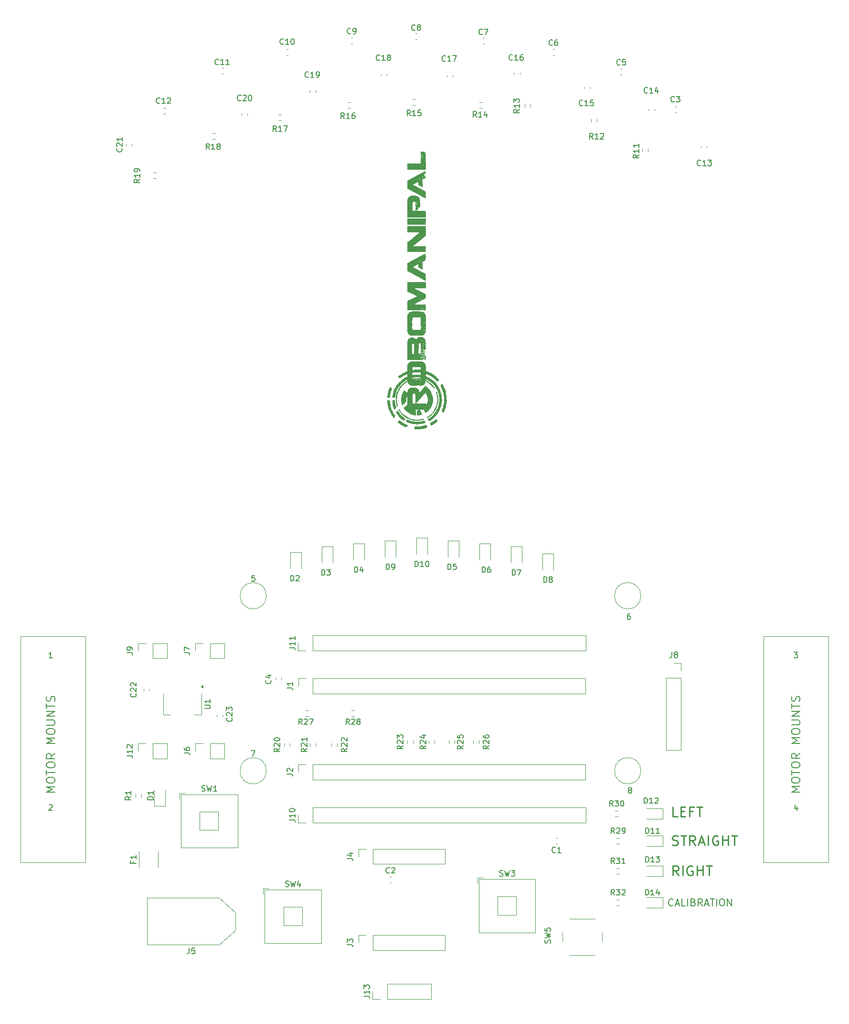
<source format=gbr>
%TF.GenerationSoftware,KiCad,Pcbnew,9.0.2*%
%TF.CreationDate,2025-06-19T21:36:48+05:30*%
%TF.ProjectId,line_follower,6c696e65-5f66-46f6-9c6c-6f7765722e6b,rev?*%
%TF.SameCoordinates,Original*%
%TF.FileFunction,Legend,Top*%
%TF.FilePolarity,Positive*%
%FSLAX46Y46*%
G04 Gerber Fmt 4.6, Leading zero omitted, Abs format (unit mm)*
G04 Created by KiCad (PCBNEW 9.0.2) date 2025-06-19 21:36:48*
%MOMM*%
%LPD*%
G01*
G04 APERTURE LIST*
%ADD10C,0.100000*%
%ADD11C,0.218750*%
%ADD12C,0.187500*%
%ADD13C,0.156250*%
%ADD14C,0.150000*%
%ADD15C,0.120000*%
%ADD16C,0.000000*%
G04 APERTURE END LIST*
D10*
X65500000Y-174600000D02*
X77000000Y-174600000D01*
X77000000Y-214600000D01*
X65500000Y-214600000D01*
X65500000Y-174600000D01*
X109100000Y-198400000D02*
G75*
G02*
X104435238Y-198400000I-2332381J0D01*
G01*
X104435238Y-198400000D02*
G75*
G02*
X109100000Y-198400000I2332381J0D01*
G01*
X175500000Y-167400000D02*
G75*
G02*
X170835238Y-167400000I-2332381J0D01*
G01*
X170835238Y-167400000D02*
G75*
G02*
X175500000Y-167400000I2332381J0D01*
G01*
X175500000Y-198400000D02*
G75*
G02*
X170835238Y-198400000I-2332381J0D01*
G01*
X170835238Y-198400000D02*
G75*
G02*
X175500000Y-198400000I2332381J0D01*
G01*
X197250000Y-174600000D02*
X208750000Y-174600000D01*
X208750000Y-214600000D01*
X197250000Y-214600000D01*
X197250000Y-174600000D01*
X109100000Y-167400000D02*
G75*
G02*
X104435238Y-167400000I-2332381J0D01*
G01*
X104435238Y-167400000D02*
G75*
G02*
X109100000Y-167400000I2332381J0D01*
G01*
D11*
X181987914Y-206530459D02*
X181154580Y-206530459D01*
X181154580Y-206530459D02*
X181154580Y-204780459D01*
X182571247Y-205613792D02*
X183154581Y-205613792D01*
X183404581Y-206530459D02*
X182571247Y-206530459D01*
X182571247Y-206530459D02*
X182571247Y-204780459D01*
X182571247Y-204780459D02*
X183404581Y-204780459D01*
X184737914Y-205613792D02*
X184154580Y-205613792D01*
X184154580Y-206530459D02*
X184154580Y-204780459D01*
X184154580Y-204780459D02*
X184987914Y-204780459D01*
X185404580Y-204780459D02*
X186404580Y-204780459D01*
X185904580Y-206530459D02*
X185904580Y-204780459D01*
D12*
X71606678Y-202219502D02*
X70106678Y-202219502D01*
X70106678Y-202219502D02*
X71178107Y-201719502D01*
X71178107Y-201719502D02*
X70106678Y-201219502D01*
X70106678Y-201219502D02*
X71606678Y-201219502D01*
X70106678Y-200219501D02*
X70106678Y-199933787D01*
X70106678Y-199933787D02*
X70178107Y-199790930D01*
X70178107Y-199790930D02*
X70320964Y-199648073D01*
X70320964Y-199648073D02*
X70606678Y-199576644D01*
X70606678Y-199576644D02*
X71106678Y-199576644D01*
X71106678Y-199576644D02*
X71392392Y-199648073D01*
X71392392Y-199648073D02*
X71535250Y-199790930D01*
X71535250Y-199790930D02*
X71606678Y-199933787D01*
X71606678Y-199933787D02*
X71606678Y-200219501D01*
X71606678Y-200219501D02*
X71535250Y-200362359D01*
X71535250Y-200362359D02*
X71392392Y-200505216D01*
X71392392Y-200505216D02*
X71106678Y-200576644D01*
X71106678Y-200576644D02*
X70606678Y-200576644D01*
X70606678Y-200576644D02*
X70320964Y-200505216D01*
X70320964Y-200505216D02*
X70178107Y-200362359D01*
X70178107Y-200362359D02*
X70106678Y-200219501D01*
X70106678Y-199148072D02*
X70106678Y-198290930D01*
X71606678Y-198719501D02*
X70106678Y-198719501D01*
X70106678Y-197505215D02*
X70106678Y-197219501D01*
X70106678Y-197219501D02*
X70178107Y-197076644D01*
X70178107Y-197076644D02*
X70320964Y-196933787D01*
X70320964Y-196933787D02*
X70606678Y-196862358D01*
X70606678Y-196862358D02*
X71106678Y-196862358D01*
X71106678Y-196862358D02*
X71392392Y-196933787D01*
X71392392Y-196933787D02*
X71535250Y-197076644D01*
X71535250Y-197076644D02*
X71606678Y-197219501D01*
X71606678Y-197219501D02*
X71606678Y-197505215D01*
X71606678Y-197505215D02*
X71535250Y-197648073D01*
X71535250Y-197648073D02*
X71392392Y-197790930D01*
X71392392Y-197790930D02*
X71106678Y-197862358D01*
X71106678Y-197862358D02*
X70606678Y-197862358D01*
X70606678Y-197862358D02*
X70320964Y-197790930D01*
X70320964Y-197790930D02*
X70178107Y-197648073D01*
X70178107Y-197648073D02*
X70106678Y-197505215D01*
X71606678Y-195362358D02*
X70892392Y-195862358D01*
X71606678Y-196219501D02*
X70106678Y-196219501D01*
X70106678Y-196219501D02*
X70106678Y-195648072D01*
X70106678Y-195648072D02*
X70178107Y-195505215D01*
X70178107Y-195505215D02*
X70249535Y-195433786D01*
X70249535Y-195433786D02*
X70392392Y-195362358D01*
X70392392Y-195362358D02*
X70606678Y-195362358D01*
X70606678Y-195362358D02*
X70749535Y-195433786D01*
X70749535Y-195433786D02*
X70820964Y-195505215D01*
X70820964Y-195505215D02*
X70892392Y-195648072D01*
X70892392Y-195648072D02*
X70892392Y-196219501D01*
X71606678Y-193576644D02*
X70106678Y-193576644D01*
X70106678Y-193576644D02*
X71178107Y-193076644D01*
X71178107Y-193076644D02*
X70106678Y-192576644D01*
X70106678Y-192576644D02*
X71606678Y-192576644D01*
X70106678Y-191576643D02*
X70106678Y-191290929D01*
X70106678Y-191290929D02*
X70178107Y-191148072D01*
X70178107Y-191148072D02*
X70320964Y-191005215D01*
X70320964Y-191005215D02*
X70606678Y-190933786D01*
X70606678Y-190933786D02*
X71106678Y-190933786D01*
X71106678Y-190933786D02*
X71392392Y-191005215D01*
X71392392Y-191005215D02*
X71535250Y-191148072D01*
X71535250Y-191148072D02*
X71606678Y-191290929D01*
X71606678Y-191290929D02*
X71606678Y-191576643D01*
X71606678Y-191576643D02*
X71535250Y-191719501D01*
X71535250Y-191719501D02*
X71392392Y-191862358D01*
X71392392Y-191862358D02*
X71106678Y-191933786D01*
X71106678Y-191933786D02*
X70606678Y-191933786D01*
X70606678Y-191933786D02*
X70320964Y-191862358D01*
X70320964Y-191862358D02*
X70178107Y-191719501D01*
X70178107Y-191719501D02*
X70106678Y-191576643D01*
X70106678Y-190290929D02*
X71320964Y-190290929D01*
X71320964Y-190290929D02*
X71463821Y-190219500D01*
X71463821Y-190219500D02*
X71535250Y-190148072D01*
X71535250Y-190148072D02*
X71606678Y-190005214D01*
X71606678Y-190005214D02*
X71606678Y-189719500D01*
X71606678Y-189719500D02*
X71535250Y-189576643D01*
X71535250Y-189576643D02*
X71463821Y-189505214D01*
X71463821Y-189505214D02*
X71320964Y-189433786D01*
X71320964Y-189433786D02*
X70106678Y-189433786D01*
X71606678Y-188719500D02*
X70106678Y-188719500D01*
X70106678Y-188719500D02*
X71606678Y-187862357D01*
X71606678Y-187862357D02*
X70106678Y-187862357D01*
X70106678Y-187362356D02*
X70106678Y-186505214D01*
X71606678Y-186933785D02*
X70106678Y-186933785D01*
X71535250Y-186076642D02*
X71606678Y-185862357D01*
X71606678Y-185862357D02*
X71606678Y-185505214D01*
X71606678Y-185505214D02*
X71535250Y-185362357D01*
X71535250Y-185362357D02*
X71463821Y-185290928D01*
X71463821Y-185290928D02*
X71320964Y-185219499D01*
X71320964Y-185219499D02*
X71178107Y-185219499D01*
X71178107Y-185219499D02*
X71035250Y-185290928D01*
X71035250Y-185290928D02*
X70963821Y-185362357D01*
X70963821Y-185362357D02*
X70892392Y-185505214D01*
X70892392Y-185505214D02*
X70820964Y-185790928D01*
X70820964Y-185790928D02*
X70749535Y-185933785D01*
X70749535Y-185933785D02*
X70678107Y-186005214D01*
X70678107Y-186005214D02*
X70535250Y-186076642D01*
X70535250Y-186076642D02*
X70392392Y-186076642D01*
X70392392Y-186076642D02*
X70249535Y-186005214D01*
X70249535Y-186005214D02*
X70178107Y-185933785D01*
X70178107Y-185933785D02*
X70106678Y-185790928D01*
X70106678Y-185790928D02*
X70106678Y-185433785D01*
X70106678Y-185433785D02*
X70178107Y-185219499D01*
D11*
X182154580Y-216944459D02*
X181571247Y-216111126D01*
X181154580Y-216944459D02*
X181154580Y-215194459D01*
X181154580Y-215194459D02*
X181821247Y-215194459D01*
X181821247Y-215194459D02*
X181987914Y-215277792D01*
X181987914Y-215277792D02*
X182071247Y-215361126D01*
X182071247Y-215361126D02*
X182154580Y-215527792D01*
X182154580Y-215527792D02*
X182154580Y-215777792D01*
X182154580Y-215777792D02*
X182071247Y-215944459D01*
X182071247Y-215944459D02*
X181987914Y-216027792D01*
X181987914Y-216027792D02*
X181821247Y-216111126D01*
X181821247Y-216111126D02*
X181154580Y-216111126D01*
X182904580Y-216944459D02*
X182904580Y-215194459D01*
X184654580Y-215277792D02*
X184487913Y-215194459D01*
X184487913Y-215194459D02*
X184237913Y-215194459D01*
X184237913Y-215194459D02*
X183987913Y-215277792D01*
X183987913Y-215277792D02*
X183821247Y-215444459D01*
X183821247Y-215444459D02*
X183737913Y-215611126D01*
X183737913Y-215611126D02*
X183654580Y-215944459D01*
X183654580Y-215944459D02*
X183654580Y-216194459D01*
X183654580Y-216194459D02*
X183737913Y-216527792D01*
X183737913Y-216527792D02*
X183821247Y-216694459D01*
X183821247Y-216694459D02*
X183987913Y-216861126D01*
X183987913Y-216861126D02*
X184237913Y-216944459D01*
X184237913Y-216944459D02*
X184404580Y-216944459D01*
X184404580Y-216944459D02*
X184654580Y-216861126D01*
X184654580Y-216861126D02*
X184737913Y-216777792D01*
X184737913Y-216777792D02*
X184737913Y-216194459D01*
X184737913Y-216194459D02*
X184404580Y-216194459D01*
X185487913Y-216944459D02*
X185487913Y-215194459D01*
X185487913Y-216027792D02*
X186487913Y-216027792D01*
X186487913Y-216944459D02*
X186487913Y-215194459D01*
X187071246Y-215194459D02*
X188071246Y-215194459D01*
X187571246Y-216944459D02*
X187571246Y-215194459D01*
D12*
X203706678Y-202211502D02*
X202206678Y-202211502D01*
X202206678Y-202211502D02*
X203278107Y-201711502D01*
X203278107Y-201711502D02*
X202206678Y-201211502D01*
X202206678Y-201211502D02*
X203706678Y-201211502D01*
X202206678Y-200211501D02*
X202206678Y-199925787D01*
X202206678Y-199925787D02*
X202278107Y-199782930D01*
X202278107Y-199782930D02*
X202420964Y-199640073D01*
X202420964Y-199640073D02*
X202706678Y-199568644D01*
X202706678Y-199568644D02*
X203206678Y-199568644D01*
X203206678Y-199568644D02*
X203492392Y-199640073D01*
X203492392Y-199640073D02*
X203635250Y-199782930D01*
X203635250Y-199782930D02*
X203706678Y-199925787D01*
X203706678Y-199925787D02*
X203706678Y-200211501D01*
X203706678Y-200211501D02*
X203635250Y-200354359D01*
X203635250Y-200354359D02*
X203492392Y-200497216D01*
X203492392Y-200497216D02*
X203206678Y-200568644D01*
X203206678Y-200568644D02*
X202706678Y-200568644D01*
X202706678Y-200568644D02*
X202420964Y-200497216D01*
X202420964Y-200497216D02*
X202278107Y-200354359D01*
X202278107Y-200354359D02*
X202206678Y-200211501D01*
X202206678Y-199140072D02*
X202206678Y-198282930D01*
X203706678Y-198711501D02*
X202206678Y-198711501D01*
X202206678Y-197497215D02*
X202206678Y-197211501D01*
X202206678Y-197211501D02*
X202278107Y-197068644D01*
X202278107Y-197068644D02*
X202420964Y-196925787D01*
X202420964Y-196925787D02*
X202706678Y-196854358D01*
X202706678Y-196854358D02*
X203206678Y-196854358D01*
X203206678Y-196854358D02*
X203492392Y-196925787D01*
X203492392Y-196925787D02*
X203635250Y-197068644D01*
X203635250Y-197068644D02*
X203706678Y-197211501D01*
X203706678Y-197211501D02*
X203706678Y-197497215D01*
X203706678Y-197497215D02*
X203635250Y-197640073D01*
X203635250Y-197640073D02*
X203492392Y-197782930D01*
X203492392Y-197782930D02*
X203206678Y-197854358D01*
X203206678Y-197854358D02*
X202706678Y-197854358D01*
X202706678Y-197854358D02*
X202420964Y-197782930D01*
X202420964Y-197782930D02*
X202278107Y-197640073D01*
X202278107Y-197640073D02*
X202206678Y-197497215D01*
X203706678Y-195354358D02*
X202992392Y-195854358D01*
X203706678Y-196211501D02*
X202206678Y-196211501D01*
X202206678Y-196211501D02*
X202206678Y-195640072D01*
X202206678Y-195640072D02*
X202278107Y-195497215D01*
X202278107Y-195497215D02*
X202349535Y-195425786D01*
X202349535Y-195425786D02*
X202492392Y-195354358D01*
X202492392Y-195354358D02*
X202706678Y-195354358D01*
X202706678Y-195354358D02*
X202849535Y-195425786D01*
X202849535Y-195425786D02*
X202920964Y-195497215D01*
X202920964Y-195497215D02*
X202992392Y-195640072D01*
X202992392Y-195640072D02*
X202992392Y-196211501D01*
X203706678Y-193568644D02*
X202206678Y-193568644D01*
X202206678Y-193568644D02*
X203278107Y-193068644D01*
X203278107Y-193068644D02*
X202206678Y-192568644D01*
X202206678Y-192568644D02*
X203706678Y-192568644D01*
X202206678Y-191568643D02*
X202206678Y-191282929D01*
X202206678Y-191282929D02*
X202278107Y-191140072D01*
X202278107Y-191140072D02*
X202420964Y-190997215D01*
X202420964Y-190997215D02*
X202706678Y-190925786D01*
X202706678Y-190925786D02*
X203206678Y-190925786D01*
X203206678Y-190925786D02*
X203492392Y-190997215D01*
X203492392Y-190997215D02*
X203635250Y-191140072D01*
X203635250Y-191140072D02*
X203706678Y-191282929D01*
X203706678Y-191282929D02*
X203706678Y-191568643D01*
X203706678Y-191568643D02*
X203635250Y-191711501D01*
X203635250Y-191711501D02*
X203492392Y-191854358D01*
X203492392Y-191854358D02*
X203206678Y-191925786D01*
X203206678Y-191925786D02*
X202706678Y-191925786D01*
X202706678Y-191925786D02*
X202420964Y-191854358D01*
X202420964Y-191854358D02*
X202278107Y-191711501D01*
X202278107Y-191711501D02*
X202206678Y-191568643D01*
X202206678Y-190282929D02*
X203420964Y-190282929D01*
X203420964Y-190282929D02*
X203563821Y-190211500D01*
X203563821Y-190211500D02*
X203635250Y-190140072D01*
X203635250Y-190140072D02*
X203706678Y-189997214D01*
X203706678Y-189997214D02*
X203706678Y-189711500D01*
X203706678Y-189711500D02*
X203635250Y-189568643D01*
X203635250Y-189568643D02*
X203563821Y-189497214D01*
X203563821Y-189497214D02*
X203420964Y-189425786D01*
X203420964Y-189425786D02*
X202206678Y-189425786D01*
X203706678Y-188711500D02*
X202206678Y-188711500D01*
X202206678Y-188711500D02*
X203706678Y-187854357D01*
X203706678Y-187854357D02*
X202206678Y-187854357D01*
X202206678Y-187354356D02*
X202206678Y-186497214D01*
X203706678Y-186925785D02*
X202206678Y-186925785D01*
X203635250Y-186068642D02*
X203706678Y-185854357D01*
X203706678Y-185854357D02*
X203706678Y-185497214D01*
X203706678Y-185497214D02*
X203635250Y-185354357D01*
X203635250Y-185354357D02*
X203563821Y-185282928D01*
X203563821Y-185282928D02*
X203420964Y-185211499D01*
X203420964Y-185211499D02*
X203278107Y-185211499D01*
X203278107Y-185211499D02*
X203135250Y-185282928D01*
X203135250Y-185282928D02*
X203063821Y-185354357D01*
X203063821Y-185354357D02*
X202992392Y-185497214D01*
X202992392Y-185497214D02*
X202920964Y-185782928D01*
X202920964Y-185782928D02*
X202849535Y-185925785D01*
X202849535Y-185925785D02*
X202778107Y-185997214D01*
X202778107Y-185997214D02*
X202635250Y-186068642D01*
X202635250Y-186068642D02*
X202492392Y-186068642D01*
X202492392Y-186068642D02*
X202349535Y-185997214D01*
X202349535Y-185997214D02*
X202278107Y-185925785D01*
X202278107Y-185925785D02*
X202206678Y-185782928D01*
X202206678Y-185782928D02*
X202206678Y-185425785D01*
X202206678Y-185425785D02*
X202278107Y-185211499D01*
D13*
X181191700Y-222223851D02*
X181132176Y-222283375D01*
X181132176Y-222283375D02*
X180953605Y-222342898D01*
X180953605Y-222342898D02*
X180834557Y-222342898D01*
X180834557Y-222342898D02*
X180655986Y-222283375D01*
X180655986Y-222283375D02*
X180536938Y-222164327D01*
X180536938Y-222164327D02*
X180477415Y-222045279D01*
X180477415Y-222045279D02*
X180417891Y-221807184D01*
X180417891Y-221807184D02*
X180417891Y-221628613D01*
X180417891Y-221628613D02*
X180477415Y-221390517D01*
X180477415Y-221390517D02*
X180536938Y-221271470D01*
X180536938Y-221271470D02*
X180655986Y-221152422D01*
X180655986Y-221152422D02*
X180834557Y-221092898D01*
X180834557Y-221092898D02*
X180953605Y-221092898D01*
X180953605Y-221092898D02*
X181132176Y-221152422D01*
X181132176Y-221152422D02*
X181191700Y-221211946D01*
X181667891Y-221985755D02*
X182263129Y-221985755D01*
X181548843Y-222342898D02*
X181965510Y-221092898D01*
X181965510Y-221092898D02*
X182382176Y-222342898D01*
X183394082Y-222342898D02*
X182798844Y-222342898D01*
X182798844Y-222342898D02*
X182798844Y-221092898D01*
X183810749Y-222342898D02*
X183810749Y-221092898D01*
X184822653Y-221688136D02*
X185001225Y-221747660D01*
X185001225Y-221747660D02*
X185060748Y-221807184D01*
X185060748Y-221807184D02*
X185120272Y-221926232D01*
X185120272Y-221926232D02*
X185120272Y-222104803D01*
X185120272Y-222104803D02*
X185060748Y-222223851D01*
X185060748Y-222223851D02*
X185001225Y-222283375D01*
X185001225Y-222283375D02*
X184882177Y-222342898D01*
X184882177Y-222342898D02*
X184405987Y-222342898D01*
X184405987Y-222342898D02*
X184405987Y-221092898D01*
X184405987Y-221092898D02*
X184822653Y-221092898D01*
X184822653Y-221092898D02*
X184941701Y-221152422D01*
X184941701Y-221152422D02*
X185001225Y-221211946D01*
X185001225Y-221211946D02*
X185060748Y-221330994D01*
X185060748Y-221330994D02*
X185060748Y-221450041D01*
X185060748Y-221450041D02*
X185001225Y-221569089D01*
X185001225Y-221569089D02*
X184941701Y-221628613D01*
X184941701Y-221628613D02*
X184822653Y-221688136D01*
X184822653Y-221688136D02*
X184405987Y-221688136D01*
X186370272Y-222342898D02*
X185953606Y-221747660D01*
X185655987Y-222342898D02*
X185655987Y-221092898D01*
X185655987Y-221092898D02*
X186132177Y-221092898D01*
X186132177Y-221092898D02*
X186251225Y-221152422D01*
X186251225Y-221152422D02*
X186310748Y-221211946D01*
X186310748Y-221211946D02*
X186370272Y-221330994D01*
X186370272Y-221330994D02*
X186370272Y-221509565D01*
X186370272Y-221509565D02*
X186310748Y-221628613D01*
X186310748Y-221628613D02*
X186251225Y-221688136D01*
X186251225Y-221688136D02*
X186132177Y-221747660D01*
X186132177Y-221747660D02*
X185655987Y-221747660D01*
X186846463Y-221985755D02*
X187441701Y-221985755D01*
X186727415Y-222342898D02*
X187144082Y-221092898D01*
X187144082Y-221092898D02*
X187560748Y-222342898D01*
X187798844Y-221092898D02*
X188513130Y-221092898D01*
X188155987Y-222342898D02*
X188155987Y-221092898D01*
X188929797Y-222342898D02*
X188929797Y-221092898D01*
X189763130Y-221092898D02*
X190001225Y-221092898D01*
X190001225Y-221092898D02*
X190120273Y-221152422D01*
X190120273Y-221152422D02*
X190239320Y-221271470D01*
X190239320Y-221271470D02*
X190298844Y-221509565D01*
X190298844Y-221509565D02*
X190298844Y-221926232D01*
X190298844Y-221926232D02*
X190239320Y-222164327D01*
X190239320Y-222164327D02*
X190120273Y-222283375D01*
X190120273Y-222283375D02*
X190001225Y-222342898D01*
X190001225Y-222342898D02*
X189763130Y-222342898D01*
X189763130Y-222342898D02*
X189644082Y-222283375D01*
X189644082Y-222283375D02*
X189525035Y-222164327D01*
X189525035Y-222164327D02*
X189465511Y-221926232D01*
X189465511Y-221926232D02*
X189465511Y-221509565D01*
X189465511Y-221509565D02*
X189525035Y-221271470D01*
X189525035Y-221271470D02*
X189644082Y-221152422D01*
X189644082Y-221152422D02*
X189763130Y-221092898D01*
X190834559Y-222342898D02*
X190834559Y-221092898D01*
X190834559Y-221092898D02*
X191548844Y-222342898D01*
X191548844Y-222342898D02*
X191548844Y-221092898D01*
D11*
X181071247Y-211527126D02*
X181321247Y-211610459D01*
X181321247Y-211610459D02*
X181737914Y-211610459D01*
X181737914Y-211610459D02*
X181904580Y-211527126D01*
X181904580Y-211527126D02*
X181987914Y-211443792D01*
X181987914Y-211443792D02*
X182071247Y-211277126D01*
X182071247Y-211277126D02*
X182071247Y-211110459D01*
X182071247Y-211110459D02*
X181987914Y-210943792D01*
X181987914Y-210943792D02*
X181904580Y-210860459D01*
X181904580Y-210860459D02*
X181737914Y-210777126D01*
X181737914Y-210777126D02*
X181404580Y-210693792D01*
X181404580Y-210693792D02*
X181237914Y-210610459D01*
X181237914Y-210610459D02*
X181154580Y-210527126D01*
X181154580Y-210527126D02*
X181071247Y-210360459D01*
X181071247Y-210360459D02*
X181071247Y-210193792D01*
X181071247Y-210193792D02*
X181154580Y-210027126D01*
X181154580Y-210027126D02*
X181237914Y-209943792D01*
X181237914Y-209943792D02*
X181404580Y-209860459D01*
X181404580Y-209860459D02*
X181821247Y-209860459D01*
X181821247Y-209860459D02*
X182071247Y-209943792D01*
X182571247Y-209860459D02*
X183571247Y-209860459D01*
X183071247Y-211610459D02*
X183071247Y-209860459D01*
X185154580Y-211610459D02*
X184571247Y-210777126D01*
X184154580Y-211610459D02*
X184154580Y-209860459D01*
X184154580Y-209860459D02*
X184821247Y-209860459D01*
X184821247Y-209860459D02*
X184987914Y-209943792D01*
X184987914Y-209943792D02*
X185071247Y-210027126D01*
X185071247Y-210027126D02*
X185154580Y-210193792D01*
X185154580Y-210193792D02*
X185154580Y-210443792D01*
X185154580Y-210443792D02*
X185071247Y-210610459D01*
X185071247Y-210610459D02*
X184987914Y-210693792D01*
X184987914Y-210693792D02*
X184821247Y-210777126D01*
X184821247Y-210777126D02*
X184154580Y-210777126D01*
X185821247Y-211110459D02*
X186654580Y-211110459D01*
X185654580Y-211610459D02*
X186237914Y-209860459D01*
X186237914Y-209860459D02*
X186821247Y-211610459D01*
X187404580Y-211610459D02*
X187404580Y-209860459D01*
X189154580Y-209943792D02*
X188987913Y-209860459D01*
X188987913Y-209860459D02*
X188737913Y-209860459D01*
X188737913Y-209860459D02*
X188487913Y-209943792D01*
X188487913Y-209943792D02*
X188321247Y-210110459D01*
X188321247Y-210110459D02*
X188237913Y-210277126D01*
X188237913Y-210277126D02*
X188154580Y-210610459D01*
X188154580Y-210610459D02*
X188154580Y-210860459D01*
X188154580Y-210860459D02*
X188237913Y-211193792D01*
X188237913Y-211193792D02*
X188321247Y-211360459D01*
X188321247Y-211360459D02*
X188487913Y-211527126D01*
X188487913Y-211527126D02*
X188737913Y-211610459D01*
X188737913Y-211610459D02*
X188904580Y-211610459D01*
X188904580Y-211610459D02*
X189154580Y-211527126D01*
X189154580Y-211527126D02*
X189237913Y-211443792D01*
X189237913Y-211443792D02*
X189237913Y-210860459D01*
X189237913Y-210860459D02*
X188904580Y-210860459D01*
X189987913Y-211610459D02*
X189987913Y-209860459D01*
X189987913Y-210693792D02*
X190987913Y-210693792D01*
X190987913Y-211610459D02*
X190987913Y-209860459D01*
X191571246Y-209860459D02*
X192571246Y-209860459D01*
X192071246Y-211610459D02*
X192071246Y-209860459D01*
D14*
X170818366Y-214830819D02*
X170485033Y-214354628D01*
X170246938Y-214830819D02*
X170246938Y-213830819D01*
X170246938Y-213830819D02*
X170627890Y-213830819D01*
X170627890Y-213830819D02*
X170723128Y-213878438D01*
X170723128Y-213878438D02*
X170770747Y-213926057D01*
X170770747Y-213926057D02*
X170818366Y-214021295D01*
X170818366Y-214021295D02*
X170818366Y-214164152D01*
X170818366Y-214164152D02*
X170770747Y-214259390D01*
X170770747Y-214259390D02*
X170723128Y-214307009D01*
X170723128Y-214307009D02*
X170627890Y-214354628D01*
X170627890Y-214354628D02*
X170246938Y-214354628D01*
X171151700Y-213830819D02*
X171770747Y-213830819D01*
X171770747Y-213830819D02*
X171437414Y-214211771D01*
X171437414Y-214211771D02*
X171580271Y-214211771D01*
X171580271Y-214211771D02*
X171675509Y-214259390D01*
X171675509Y-214259390D02*
X171723128Y-214307009D01*
X171723128Y-214307009D02*
X171770747Y-214402247D01*
X171770747Y-214402247D02*
X171770747Y-214640342D01*
X171770747Y-214640342D02*
X171723128Y-214735580D01*
X171723128Y-214735580D02*
X171675509Y-214783200D01*
X171675509Y-214783200D02*
X171580271Y-214830819D01*
X171580271Y-214830819D02*
X171294557Y-214830819D01*
X171294557Y-214830819D02*
X171199319Y-214783200D01*
X171199319Y-214783200D02*
X171151700Y-214735580D01*
X172723128Y-214830819D02*
X172151700Y-214830819D01*
X172437414Y-214830819D02*
X172437414Y-213830819D01*
X172437414Y-213830819D02*
X172342176Y-213973676D01*
X172342176Y-213973676D02*
X172246938Y-214068914D01*
X172246938Y-214068914D02*
X172151700Y-214116533D01*
X152677905Y-163785820D02*
X152677905Y-162785820D01*
X152677905Y-162785820D02*
X152916000Y-162785820D01*
X152916000Y-162785820D02*
X153058857Y-162833439D01*
X153058857Y-162833439D02*
X153154095Y-162928677D01*
X153154095Y-162928677D02*
X153201714Y-163023915D01*
X153201714Y-163023915D02*
X153249333Y-163214391D01*
X153249333Y-163214391D02*
X153249333Y-163357248D01*
X153249333Y-163357248D02*
X153201714Y-163547724D01*
X153201714Y-163547724D02*
X153154095Y-163642962D01*
X153154095Y-163642962D02*
X153058857Y-163738201D01*
X153058857Y-163738201D02*
X152916000Y-163785820D01*
X152916000Y-163785820D02*
X152677905Y-163785820D01*
X153582667Y-162785820D02*
X154249333Y-162785820D01*
X154249333Y-162785820D02*
X153820762Y-163785820D01*
X104589342Y-79632980D02*
X104541723Y-79680600D01*
X104541723Y-79680600D02*
X104398866Y-79728219D01*
X104398866Y-79728219D02*
X104303628Y-79728219D01*
X104303628Y-79728219D02*
X104160771Y-79680600D01*
X104160771Y-79680600D02*
X104065533Y-79585361D01*
X104065533Y-79585361D02*
X104017914Y-79490123D01*
X104017914Y-79490123D02*
X103970295Y-79299647D01*
X103970295Y-79299647D02*
X103970295Y-79156790D01*
X103970295Y-79156790D02*
X104017914Y-78966314D01*
X104017914Y-78966314D02*
X104065533Y-78871076D01*
X104065533Y-78871076D02*
X104160771Y-78775838D01*
X104160771Y-78775838D02*
X104303628Y-78728219D01*
X104303628Y-78728219D02*
X104398866Y-78728219D01*
X104398866Y-78728219D02*
X104541723Y-78775838D01*
X104541723Y-78775838D02*
X104589342Y-78823457D01*
X104970295Y-78823457D02*
X105017914Y-78775838D01*
X105017914Y-78775838D02*
X105113152Y-78728219D01*
X105113152Y-78728219D02*
X105351247Y-78728219D01*
X105351247Y-78728219D02*
X105446485Y-78775838D01*
X105446485Y-78775838D02*
X105494104Y-78823457D01*
X105494104Y-78823457D02*
X105541723Y-78918695D01*
X105541723Y-78918695D02*
X105541723Y-79013933D01*
X105541723Y-79013933D02*
X105494104Y-79156790D01*
X105494104Y-79156790D02*
X104922676Y-79728219D01*
X104922676Y-79728219D02*
X105541723Y-79728219D01*
X106160771Y-78728219D02*
X106256009Y-78728219D01*
X106256009Y-78728219D02*
X106351247Y-78775838D01*
X106351247Y-78775838D02*
X106398866Y-78823457D01*
X106398866Y-78823457D02*
X106446485Y-78918695D01*
X106446485Y-78918695D02*
X106494104Y-79109171D01*
X106494104Y-79109171D02*
X106494104Y-79347266D01*
X106494104Y-79347266D02*
X106446485Y-79537742D01*
X106446485Y-79537742D02*
X106398866Y-79632980D01*
X106398866Y-79632980D02*
X106351247Y-79680600D01*
X106351247Y-79680600D02*
X106256009Y-79728219D01*
X106256009Y-79728219D02*
X106160771Y-79728219D01*
X106160771Y-79728219D02*
X106065533Y-79680600D01*
X106065533Y-79680600D02*
X106017914Y-79632980D01*
X106017914Y-79632980D02*
X105970295Y-79537742D01*
X105970295Y-79537742D02*
X105922676Y-79347266D01*
X105922676Y-79347266D02*
X105922676Y-79109171D01*
X105922676Y-79109171D02*
X105970295Y-78918695D01*
X105970295Y-78918695D02*
X106017914Y-78823457D01*
X106017914Y-78823457D02*
X106065533Y-78775838D01*
X106065533Y-78775838D02*
X106160771Y-78728219D01*
X112133142Y-69673081D02*
X112085523Y-69720701D01*
X112085523Y-69720701D02*
X111942666Y-69768320D01*
X111942666Y-69768320D02*
X111847428Y-69768320D01*
X111847428Y-69768320D02*
X111704571Y-69720701D01*
X111704571Y-69720701D02*
X111609333Y-69625462D01*
X111609333Y-69625462D02*
X111561714Y-69530224D01*
X111561714Y-69530224D02*
X111514095Y-69339748D01*
X111514095Y-69339748D02*
X111514095Y-69196891D01*
X111514095Y-69196891D02*
X111561714Y-69006415D01*
X111561714Y-69006415D02*
X111609333Y-68911177D01*
X111609333Y-68911177D02*
X111704571Y-68815939D01*
X111704571Y-68815939D02*
X111847428Y-68768320D01*
X111847428Y-68768320D02*
X111942666Y-68768320D01*
X111942666Y-68768320D02*
X112085523Y-68815939D01*
X112085523Y-68815939D02*
X112133142Y-68863558D01*
X113085523Y-69768320D02*
X112514095Y-69768320D01*
X112799809Y-69768320D02*
X112799809Y-68768320D01*
X112799809Y-68768320D02*
X112704571Y-68911177D01*
X112704571Y-68911177D02*
X112609333Y-69006415D01*
X112609333Y-69006415D02*
X112514095Y-69054034D01*
X113704571Y-68768320D02*
X113799809Y-68768320D01*
X113799809Y-68768320D02*
X113895047Y-68815939D01*
X113895047Y-68815939D02*
X113942666Y-68863558D01*
X113942666Y-68863558D02*
X113990285Y-68958796D01*
X113990285Y-68958796D02*
X114037904Y-69149272D01*
X114037904Y-69149272D02*
X114037904Y-69387367D01*
X114037904Y-69387367D02*
X113990285Y-69577843D01*
X113990285Y-69577843D02*
X113942666Y-69673081D01*
X113942666Y-69673081D02*
X113895047Y-69720701D01*
X113895047Y-69720701D02*
X113799809Y-69768320D01*
X113799809Y-69768320D02*
X113704571Y-69768320D01*
X113704571Y-69768320D02*
X113609333Y-69720701D01*
X113609333Y-69720701D02*
X113561714Y-69673081D01*
X113561714Y-69673081D02*
X113514095Y-69577843D01*
X113514095Y-69577843D02*
X113466476Y-69387367D01*
X113466476Y-69387367D02*
X113466476Y-69149272D01*
X113466476Y-69149272D02*
X113514095Y-68958796D01*
X113514095Y-68958796D02*
X113561714Y-68863558D01*
X113561714Y-68863558D02*
X113609333Y-68815939D01*
X113609333Y-68815939D02*
X113704571Y-68768320D01*
X124039333Y-67796580D02*
X123991714Y-67844200D01*
X123991714Y-67844200D02*
X123848857Y-67891819D01*
X123848857Y-67891819D02*
X123753619Y-67891819D01*
X123753619Y-67891819D02*
X123610762Y-67844200D01*
X123610762Y-67844200D02*
X123515524Y-67748961D01*
X123515524Y-67748961D02*
X123467905Y-67653723D01*
X123467905Y-67653723D02*
X123420286Y-67463247D01*
X123420286Y-67463247D02*
X123420286Y-67320390D01*
X123420286Y-67320390D02*
X123467905Y-67129914D01*
X123467905Y-67129914D02*
X123515524Y-67034676D01*
X123515524Y-67034676D02*
X123610762Y-66939438D01*
X123610762Y-66939438D02*
X123753619Y-66891819D01*
X123753619Y-66891819D02*
X123848857Y-66891819D01*
X123848857Y-66891819D02*
X123991714Y-66939438D01*
X123991714Y-66939438D02*
X124039333Y-66987057D01*
X124515524Y-67891819D02*
X124706000Y-67891819D01*
X124706000Y-67891819D02*
X124801238Y-67844200D01*
X124801238Y-67844200D02*
X124848857Y-67796580D01*
X124848857Y-67796580D02*
X124944095Y-67653723D01*
X124944095Y-67653723D02*
X124991714Y-67463247D01*
X124991714Y-67463247D02*
X124991714Y-67082295D01*
X124991714Y-67082295D02*
X124944095Y-66987057D01*
X124944095Y-66987057D02*
X124896476Y-66939438D01*
X124896476Y-66939438D02*
X124801238Y-66891819D01*
X124801238Y-66891819D02*
X124610762Y-66891819D01*
X124610762Y-66891819D02*
X124515524Y-66939438D01*
X124515524Y-66939438D02*
X124467905Y-66987057D01*
X124467905Y-66987057D02*
X124420286Y-67082295D01*
X124420286Y-67082295D02*
X124420286Y-67320390D01*
X124420286Y-67320390D02*
X124467905Y-67415628D01*
X124467905Y-67415628D02*
X124515524Y-67463247D01*
X124515524Y-67463247D02*
X124610762Y-67510866D01*
X124610762Y-67510866D02*
X124801238Y-67510866D01*
X124801238Y-67510866D02*
X124896476Y-67463247D01*
X124896476Y-67463247D02*
X124944095Y-67415628D01*
X124944095Y-67415628D02*
X124991714Y-67320390D01*
X173476762Y-201809390D02*
X173381524Y-201761771D01*
X173381524Y-201761771D02*
X173333905Y-201714152D01*
X173333905Y-201714152D02*
X173286286Y-201618914D01*
X173286286Y-201618914D02*
X173286286Y-201571295D01*
X173286286Y-201571295D02*
X173333905Y-201476057D01*
X173333905Y-201476057D02*
X173381524Y-201428438D01*
X173381524Y-201428438D02*
X173476762Y-201380819D01*
X173476762Y-201380819D02*
X173667238Y-201380819D01*
X173667238Y-201380819D02*
X173762476Y-201428438D01*
X173762476Y-201428438D02*
X173810095Y-201476057D01*
X173810095Y-201476057D02*
X173857714Y-201571295D01*
X173857714Y-201571295D02*
X173857714Y-201618914D01*
X173857714Y-201618914D02*
X173810095Y-201714152D01*
X173810095Y-201714152D02*
X173762476Y-201761771D01*
X173762476Y-201761771D02*
X173667238Y-201809390D01*
X173667238Y-201809390D02*
X173476762Y-201809390D01*
X173476762Y-201809390D02*
X173381524Y-201857009D01*
X173381524Y-201857009D02*
X173333905Y-201904628D01*
X173333905Y-201904628D02*
X173286286Y-201999866D01*
X173286286Y-201999866D02*
X173286286Y-202190342D01*
X173286286Y-202190342D02*
X173333905Y-202285580D01*
X173333905Y-202285580D02*
X173381524Y-202333200D01*
X173381524Y-202333200D02*
X173476762Y-202380819D01*
X173476762Y-202380819D02*
X173667238Y-202380819D01*
X173667238Y-202380819D02*
X173762476Y-202333200D01*
X173762476Y-202333200D02*
X173810095Y-202285580D01*
X173810095Y-202285580D02*
X173857714Y-202190342D01*
X173857714Y-202190342D02*
X173857714Y-201999866D01*
X173857714Y-201999866D02*
X173810095Y-201904628D01*
X173810095Y-201904628D02*
X173762476Y-201857009D01*
X173762476Y-201857009D02*
X173667238Y-201809390D01*
X171845233Y-73333780D02*
X171797614Y-73381400D01*
X171797614Y-73381400D02*
X171654757Y-73429019D01*
X171654757Y-73429019D02*
X171559519Y-73429019D01*
X171559519Y-73429019D02*
X171416662Y-73381400D01*
X171416662Y-73381400D02*
X171321424Y-73286161D01*
X171321424Y-73286161D02*
X171273805Y-73190923D01*
X171273805Y-73190923D02*
X171226186Y-73000447D01*
X171226186Y-73000447D02*
X171226186Y-72857590D01*
X171226186Y-72857590D02*
X171273805Y-72667114D01*
X171273805Y-72667114D02*
X171321424Y-72571876D01*
X171321424Y-72571876D02*
X171416662Y-72476638D01*
X171416662Y-72476638D02*
X171559519Y-72429019D01*
X171559519Y-72429019D02*
X171654757Y-72429019D01*
X171654757Y-72429019D02*
X171797614Y-72476638D01*
X171797614Y-72476638D02*
X171845233Y-72524257D01*
X172749995Y-72429019D02*
X172273805Y-72429019D01*
X172273805Y-72429019D02*
X172226186Y-72905209D01*
X172226186Y-72905209D02*
X172273805Y-72857590D01*
X172273805Y-72857590D02*
X172369043Y-72809971D01*
X172369043Y-72809971D02*
X172607138Y-72809971D01*
X172607138Y-72809971D02*
X172702376Y-72857590D01*
X172702376Y-72857590D02*
X172749995Y-72905209D01*
X172749995Y-72905209D02*
X172797614Y-73000447D01*
X172797614Y-73000447D02*
X172797614Y-73238542D01*
X172797614Y-73238542D02*
X172749995Y-73333780D01*
X172749995Y-73333780D02*
X172702376Y-73381400D01*
X172702376Y-73381400D02*
X172607138Y-73429019D01*
X172607138Y-73429019D02*
X172369043Y-73429019D01*
X172369043Y-73429019D02*
X172273805Y-73381400D01*
X172273805Y-73381400D02*
X172226186Y-73333780D01*
X109858980Y-182360866D02*
X109906600Y-182408485D01*
X109906600Y-182408485D02*
X109954219Y-182551342D01*
X109954219Y-182551342D02*
X109954219Y-182646580D01*
X109954219Y-182646580D02*
X109906600Y-182789437D01*
X109906600Y-182789437D02*
X109811361Y-182884675D01*
X109811361Y-182884675D02*
X109716123Y-182932294D01*
X109716123Y-182932294D02*
X109525647Y-182979913D01*
X109525647Y-182979913D02*
X109382790Y-182979913D01*
X109382790Y-182979913D02*
X109192314Y-182932294D01*
X109192314Y-182932294D02*
X109097076Y-182884675D01*
X109097076Y-182884675D02*
X109001838Y-182789437D01*
X109001838Y-182789437D02*
X108954219Y-182646580D01*
X108954219Y-182646580D02*
X108954219Y-182551342D01*
X108954219Y-182551342D02*
X109001838Y-182408485D01*
X109001838Y-182408485D02*
X109049457Y-182360866D01*
X109287552Y-181503723D02*
X109954219Y-181503723D01*
X108906600Y-181741818D02*
X109620885Y-181979913D01*
X109620885Y-181979913D02*
X109620885Y-181360866D01*
X113152819Y-207057523D02*
X113867104Y-207057523D01*
X113867104Y-207057523D02*
X114009961Y-207105142D01*
X114009961Y-207105142D02*
X114105200Y-207200380D01*
X114105200Y-207200380D02*
X114152819Y-207343237D01*
X114152819Y-207343237D02*
X114152819Y-207438475D01*
X114152819Y-206057523D02*
X114152819Y-206628951D01*
X114152819Y-206343237D02*
X113152819Y-206343237D01*
X113152819Y-206343237D02*
X113295676Y-206438475D01*
X113295676Y-206438475D02*
X113390914Y-206533713D01*
X113390914Y-206533713D02*
X113438533Y-206628951D01*
X113152819Y-205438475D02*
X113152819Y-205343237D01*
X113152819Y-205343237D02*
X113200438Y-205247999D01*
X113200438Y-205247999D02*
X113248057Y-205200380D01*
X113248057Y-205200380D02*
X113343295Y-205152761D01*
X113343295Y-205152761D02*
X113533771Y-205105142D01*
X113533771Y-205105142D02*
X113771866Y-205105142D01*
X113771866Y-205105142D02*
X113962342Y-205152761D01*
X113962342Y-205152761D02*
X114057580Y-205200380D01*
X114057580Y-205200380D02*
X114105200Y-205247999D01*
X114105200Y-205247999D02*
X114152819Y-205343237D01*
X114152819Y-205343237D02*
X114152819Y-205438475D01*
X114152819Y-205438475D02*
X114105200Y-205533713D01*
X114105200Y-205533713D02*
X114057580Y-205581332D01*
X114057580Y-205581332D02*
X113962342Y-205628951D01*
X113962342Y-205628951D02*
X113771866Y-205676570D01*
X113771866Y-205676570D02*
X113533771Y-205676570D01*
X113533771Y-205676570D02*
X113343295Y-205628951D01*
X113343295Y-205628951D02*
X113248057Y-205581332D01*
X113248057Y-205581332D02*
X113200438Y-205533713D01*
X113200438Y-205533713D02*
X113152819Y-205438475D01*
X112485367Y-218864300D02*
X112628224Y-218911919D01*
X112628224Y-218911919D02*
X112866319Y-218911919D01*
X112866319Y-218911919D02*
X112961557Y-218864300D01*
X112961557Y-218864300D02*
X113009176Y-218816680D01*
X113009176Y-218816680D02*
X113056795Y-218721442D01*
X113056795Y-218721442D02*
X113056795Y-218626204D01*
X113056795Y-218626204D02*
X113009176Y-218530966D01*
X113009176Y-218530966D02*
X112961557Y-218483347D01*
X112961557Y-218483347D02*
X112866319Y-218435728D01*
X112866319Y-218435728D02*
X112675843Y-218388109D01*
X112675843Y-218388109D02*
X112580605Y-218340490D01*
X112580605Y-218340490D02*
X112532986Y-218292871D01*
X112532986Y-218292871D02*
X112485367Y-218197633D01*
X112485367Y-218197633D02*
X112485367Y-218102395D01*
X112485367Y-218102395D02*
X112532986Y-218007157D01*
X112532986Y-218007157D02*
X112580605Y-217959538D01*
X112580605Y-217959538D02*
X112675843Y-217911919D01*
X112675843Y-217911919D02*
X112913938Y-217911919D01*
X112913938Y-217911919D02*
X113056795Y-217959538D01*
X113390129Y-217911919D02*
X113628224Y-218911919D01*
X113628224Y-218911919D02*
X113818700Y-218197633D01*
X113818700Y-218197633D02*
X114009176Y-218911919D01*
X114009176Y-218911919D02*
X114247272Y-217911919D01*
X115056795Y-218245252D02*
X115056795Y-218911919D01*
X114818700Y-217864300D02*
X114580605Y-218578585D01*
X114580605Y-218578585D02*
X115199652Y-218578585D01*
X85923580Y-184702857D02*
X85971200Y-184750476D01*
X85971200Y-184750476D02*
X86018819Y-184893333D01*
X86018819Y-184893333D02*
X86018819Y-184988571D01*
X86018819Y-184988571D02*
X85971200Y-185131428D01*
X85971200Y-185131428D02*
X85875961Y-185226666D01*
X85875961Y-185226666D02*
X85780723Y-185274285D01*
X85780723Y-185274285D02*
X85590247Y-185321904D01*
X85590247Y-185321904D02*
X85447390Y-185321904D01*
X85447390Y-185321904D02*
X85256914Y-185274285D01*
X85256914Y-185274285D02*
X85161676Y-185226666D01*
X85161676Y-185226666D02*
X85066438Y-185131428D01*
X85066438Y-185131428D02*
X85018819Y-184988571D01*
X85018819Y-184988571D02*
X85018819Y-184893333D01*
X85018819Y-184893333D02*
X85066438Y-184750476D01*
X85066438Y-184750476D02*
X85114057Y-184702857D01*
X85114057Y-184321904D02*
X85066438Y-184274285D01*
X85066438Y-184274285D02*
X85018819Y-184179047D01*
X85018819Y-184179047D02*
X85018819Y-183940952D01*
X85018819Y-183940952D02*
X85066438Y-183845714D01*
X85066438Y-183845714D02*
X85114057Y-183798095D01*
X85114057Y-183798095D02*
X85209295Y-183750476D01*
X85209295Y-183750476D02*
X85304533Y-183750476D01*
X85304533Y-183750476D02*
X85447390Y-183798095D01*
X85447390Y-183798095D02*
X86018819Y-184369523D01*
X86018819Y-184369523D02*
X86018819Y-183750476D01*
X85114057Y-183369523D02*
X85066438Y-183321904D01*
X85066438Y-183321904D02*
X85018819Y-183226666D01*
X85018819Y-183226666D02*
X85018819Y-182988571D01*
X85018819Y-182988571D02*
X85066438Y-182893333D01*
X85066438Y-182893333D02*
X85114057Y-182845714D01*
X85114057Y-182845714D02*
X85209295Y-182798095D01*
X85209295Y-182798095D02*
X85304533Y-182798095D01*
X85304533Y-182798095D02*
X85447390Y-182845714D01*
X85447390Y-182845714D02*
X86018819Y-183417142D01*
X86018819Y-183417142D02*
X86018819Y-182798095D01*
X110863142Y-85163819D02*
X110529809Y-84687628D01*
X110291714Y-85163819D02*
X110291714Y-84163819D01*
X110291714Y-84163819D02*
X110672666Y-84163819D01*
X110672666Y-84163819D02*
X110767904Y-84211438D01*
X110767904Y-84211438D02*
X110815523Y-84259057D01*
X110815523Y-84259057D02*
X110863142Y-84354295D01*
X110863142Y-84354295D02*
X110863142Y-84497152D01*
X110863142Y-84497152D02*
X110815523Y-84592390D01*
X110815523Y-84592390D02*
X110767904Y-84640009D01*
X110767904Y-84640009D02*
X110672666Y-84687628D01*
X110672666Y-84687628D02*
X110291714Y-84687628D01*
X111815523Y-85163819D02*
X111244095Y-85163819D01*
X111529809Y-85163819D02*
X111529809Y-84163819D01*
X111529809Y-84163819D02*
X111434571Y-84306676D01*
X111434571Y-84306676D02*
X111339333Y-84401914D01*
X111339333Y-84401914D02*
X111244095Y-84449533D01*
X112148857Y-84163819D02*
X112815523Y-84163819D01*
X112815523Y-84163819D02*
X112386952Y-85163819D01*
X176331714Y-214576819D02*
X176331714Y-213576819D01*
X176331714Y-213576819D02*
X176569809Y-213576819D01*
X176569809Y-213576819D02*
X176712666Y-213624438D01*
X176712666Y-213624438D02*
X176807904Y-213719676D01*
X176807904Y-213719676D02*
X176855523Y-213814914D01*
X176855523Y-213814914D02*
X176903142Y-214005390D01*
X176903142Y-214005390D02*
X176903142Y-214148247D01*
X176903142Y-214148247D02*
X176855523Y-214338723D01*
X176855523Y-214338723D02*
X176807904Y-214433961D01*
X176807904Y-214433961D02*
X176712666Y-214529200D01*
X176712666Y-214529200D02*
X176569809Y-214576819D01*
X176569809Y-214576819D02*
X176331714Y-214576819D01*
X177855523Y-214576819D02*
X177284095Y-214576819D01*
X177569809Y-214576819D02*
X177569809Y-213576819D01*
X177569809Y-213576819D02*
X177474571Y-213719676D01*
X177474571Y-213719676D02*
X177379333Y-213814914D01*
X177379333Y-213814914D02*
X177284095Y-213862533D01*
X178188857Y-213576819D02*
X178807904Y-213576819D01*
X178807904Y-213576819D02*
X178474571Y-213957771D01*
X178474571Y-213957771D02*
X178617428Y-213957771D01*
X178617428Y-213957771D02*
X178712666Y-214005390D01*
X178712666Y-214005390D02*
X178760285Y-214053009D01*
X178760285Y-214053009D02*
X178807904Y-214148247D01*
X178807904Y-214148247D02*
X178807904Y-214386342D01*
X178807904Y-214386342D02*
X178760285Y-214481580D01*
X178760285Y-214481580D02*
X178712666Y-214529200D01*
X178712666Y-214529200D02*
X178617428Y-214576819D01*
X178617428Y-214576819D02*
X178331714Y-214576819D01*
X178331714Y-214576819D02*
X178236476Y-214529200D01*
X178236476Y-214529200D02*
X178188857Y-214481580D01*
X83443579Y-88171257D02*
X83491199Y-88218876D01*
X83491199Y-88218876D02*
X83538818Y-88361733D01*
X83538818Y-88361733D02*
X83538818Y-88456971D01*
X83538818Y-88456971D02*
X83491199Y-88599828D01*
X83491199Y-88599828D02*
X83395960Y-88695066D01*
X83395960Y-88695066D02*
X83300722Y-88742685D01*
X83300722Y-88742685D02*
X83110246Y-88790304D01*
X83110246Y-88790304D02*
X82967389Y-88790304D01*
X82967389Y-88790304D02*
X82776913Y-88742685D01*
X82776913Y-88742685D02*
X82681675Y-88695066D01*
X82681675Y-88695066D02*
X82586437Y-88599828D01*
X82586437Y-88599828D02*
X82538818Y-88456971D01*
X82538818Y-88456971D02*
X82538818Y-88361733D01*
X82538818Y-88361733D02*
X82586437Y-88218876D01*
X82586437Y-88218876D02*
X82634056Y-88171257D01*
X82634056Y-87790304D02*
X82586437Y-87742685D01*
X82586437Y-87742685D02*
X82538818Y-87647447D01*
X82538818Y-87647447D02*
X82538818Y-87409352D01*
X82538818Y-87409352D02*
X82586437Y-87314114D01*
X82586437Y-87314114D02*
X82634056Y-87266495D01*
X82634056Y-87266495D02*
X82729294Y-87218876D01*
X82729294Y-87218876D02*
X82824532Y-87218876D01*
X82824532Y-87218876D02*
X82967389Y-87266495D01*
X82967389Y-87266495D02*
X83538818Y-87837923D01*
X83538818Y-87837923D02*
X83538818Y-87218876D01*
X83538818Y-86266495D02*
X83538818Y-86837923D01*
X83538818Y-86552209D02*
X82538818Y-86552209D01*
X82538818Y-86552209D02*
X82681675Y-86647447D01*
X82681675Y-86647447D02*
X82776913Y-86742685D01*
X82776913Y-86742685D02*
X82824532Y-86837923D01*
X135469333Y-67161580D02*
X135421714Y-67209200D01*
X135421714Y-67209200D02*
X135278857Y-67256819D01*
X135278857Y-67256819D02*
X135183619Y-67256819D01*
X135183619Y-67256819D02*
X135040762Y-67209200D01*
X135040762Y-67209200D02*
X134945524Y-67113961D01*
X134945524Y-67113961D02*
X134897905Y-67018723D01*
X134897905Y-67018723D02*
X134850286Y-66828247D01*
X134850286Y-66828247D02*
X134850286Y-66685390D01*
X134850286Y-66685390D02*
X134897905Y-66494914D01*
X134897905Y-66494914D02*
X134945524Y-66399676D01*
X134945524Y-66399676D02*
X135040762Y-66304438D01*
X135040762Y-66304438D02*
X135183619Y-66256819D01*
X135183619Y-66256819D02*
X135278857Y-66256819D01*
X135278857Y-66256819D02*
X135421714Y-66304438D01*
X135421714Y-66304438D02*
X135469333Y-66352057D01*
X136040762Y-66685390D02*
X135945524Y-66637771D01*
X135945524Y-66637771D02*
X135897905Y-66590152D01*
X135897905Y-66590152D02*
X135850286Y-66494914D01*
X135850286Y-66494914D02*
X135850286Y-66447295D01*
X135850286Y-66447295D02*
X135897905Y-66352057D01*
X135897905Y-66352057D02*
X135945524Y-66304438D01*
X135945524Y-66304438D02*
X136040762Y-66256819D01*
X136040762Y-66256819D02*
X136231238Y-66256819D01*
X136231238Y-66256819D02*
X136326476Y-66304438D01*
X136326476Y-66304438D02*
X136374095Y-66352057D01*
X136374095Y-66352057D02*
X136421714Y-66447295D01*
X136421714Y-66447295D02*
X136421714Y-66494914D01*
X136421714Y-66494914D02*
X136374095Y-66590152D01*
X136374095Y-66590152D02*
X136326476Y-66637771D01*
X136326476Y-66637771D02*
X136231238Y-66685390D01*
X136231238Y-66685390D02*
X136040762Y-66685390D01*
X136040762Y-66685390D02*
X135945524Y-66733009D01*
X135945524Y-66733009D02*
X135897905Y-66780628D01*
X135897905Y-66780628D02*
X135850286Y-66875866D01*
X135850286Y-66875866D02*
X135850286Y-67066342D01*
X135850286Y-67066342D02*
X135897905Y-67161580D01*
X135897905Y-67161580D02*
X135945524Y-67209200D01*
X135945524Y-67209200D02*
X136040762Y-67256819D01*
X136040762Y-67256819D02*
X136231238Y-67256819D01*
X136231238Y-67256819D02*
X136326476Y-67209200D01*
X136326476Y-67209200D02*
X136374095Y-67161580D01*
X136374095Y-67161580D02*
X136421714Y-67066342D01*
X136421714Y-67066342D02*
X136421714Y-66875866D01*
X136421714Y-66875866D02*
X136374095Y-66780628D01*
X136374095Y-66780628D02*
X136326476Y-66733009D01*
X136326476Y-66733009D02*
X136231238Y-66685390D01*
X148536819Y-193936857D02*
X148060628Y-194270190D01*
X148536819Y-194508285D02*
X147536819Y-194508285D01*
X147536819Y-194508285D02*
X147536819Y-194127333D01*
X147536819Y-194127333D02*
X147584438Y-194032095D01*
X147584438Y-194032095D02*
X147632057Y-193984476D01*
X147632057Y-193984476D02*
X147727295Y-193936857D01*
X147727295Y-193936857D02*
X147870152Y-193936857D01*
X147870152Y-193936857D02*
X147965390Y-193984476D01*
X147965390Y-193984476D02*
X148013009Y-194032095D01*
X148013009Y-194032095D02*
X148060628Y-194127333D01*
X148060628Y-194127333D02*
X148060628Y-194508285D01*
X147632057Y-193555904D02*
X147584438Y-193508285D01*
X147584438Y-193508285D02*
X147536819Y-193413047D01*
X147536819Y-193413047D02*
X147536819Y-193174952D01*
X147536819Y-193174952D02*
X147584438Y-193079714D01*
X147584438Y-193079714D02*
X147632057Y-193032095D01*
X147632057Y-193032095D02*
X147727295Y-192984476D01*
X147727295Y-192984476D02*
X147822533Y-192984476D01*
X147822533Y-192984476D02*
X147965390Y-193032095D01*
X147965390Y-193032095D02*
X148536819Y-193603523D01*
X148536819Y-193603523D02*
X148536819Y-192984476D01*
X147536819Y-192127333D02*
X147536819Y-192317809D01*
X147536819Y-192317809D02*
X147584438Y-192413047D01*
X147584438Y-192413047D02*
X147632057Y-192460666D01*
X147632057Y-192460666D02*
X147774914Y-192555904D01*
X147774914Y-192555904D02*
X147965390Y-192603523D01*
X147965390Y-192603523D02*
X148346342Y-192603523D01*
X148346342Y-192603523D02*
X148441580Y-192555904D01*
X148441580Y-192555904D02*
X148489200Y-192508285D01*
X148489200Y-192508285D02*
X148536819Y-192413047D01*
X148536819Y-192413047D02*
X148536819Y-192222571D01*
X148536819Y-192222571D02*
X148489200Y-192127333D01*
X148489200Y-192127333D02*
X148441580Y-192079714D01*
X148441580Y-192079714D02*
X148346342Y-192032095D01*
X148346342Y-192032095D02*
X148108247Y-192032095D01*
X148108247Y-192032095D02*
X148013009Y-192079714D01*
X148013009Y-192079714D02*
X147965390Y-192127333D01*
X147965390Y-192127333D02*
X147917771Y-192222571D01*
X147917771Y-192222571D02*
X147917771Y-192413047D01*
X147917771Y-192413047D02*
X147965390Y-192508285D01*
X147965390Y-192508285D02*
X148013009Y-192555904D01*
X148013009Y-192555904D02*
X148108247Y-192603523D01*
X147343905Y-163268820D02*
X147343905Y-162268820D01*
X147343905Y-162268820D02*
X147582000Y-162268820D01*
X147582000Y-162268820D02*
X147724857Y-162316439D01*
X147724857Y-162316439D02*
X147820095Y-162411677D01*
X147820095Y-162411677D02*
X147867714Y-162506915D01*
X147867714Y-162506915D02*
X147915333Y-162697391D01*
X147915333Y-162697391D02*
X147915333Y-162840248D01*
X147915333Y-162840248D02*
X147867714Y-163030724D01*
X147867714Y-163030724D02*
X147820095Y-163125962D01*
X147820095Y-163125962D02*
X147724857Y-163221201D01*
X147724857Y-163221201D02*
X147582000Y-163268820D01*
X147582000Y-163268820D02*
X147343905Y-163268820D01*
X148772476Y-162268820D02*
X148582000Y-162268820D01*
X148582000Y-162268820D02*
X148486762Y-162316439D01*
X148486762Y-162316439D02*
X148439143Y-162364058D01*
X148439143Y-162364058D02*
X148343905Y-162506915D01*
X148343905Y-162506915D02*
X148296286Y-162697391D01*
X148296286Y-162697391D02*
X148296286Y-163078343D01*
X148296286Y-163078343D02*
X148343905Y-163173581D01*
X148343905Y-163173581D02*
X148391524Y-163221201D01*
X148391524Y-163221201D02*
X148486762Y-163268820D01*
X148486762Y-163268820D02*
X148677238Y-163268820D01*
X148677238Y-163268820D02*
X148772476Y-163221201D01*
X148772476Y-163221201D02*
X148820095Y-163173581D01*
X148820095Y-163173581D02*
X148867714Y-163078343D01*
X148867714Y-163078343D02*
X148867714Y-162840248D01*
X148867714Y-162840248D02*
X148820095Y-162745010D01*
X148820095Y-162745010D02*
X148772476Y-162697391D01*
X148772476Y-162697391D02*
X148677238Y-162649772D01*
X148677238Y-162649772D02*
X148486762Y-162649772D01*
X148486762Y-162649772D02*
X148391524Y-162697391D01*
X148391524Y-162697391D02*
X148343905Y-162745010D01*
X148343905Y-162745010D02*
X148296286Y-162840248D01*
X102941580Y-189020857D02*
X102989200Y-189068476D01*
X102989200Y-189068476D02*
X103036819Y-189211333D01*
X103036819Y-189211333D02*
X103036819Y-189306571D01*
X103036819Y-189306571D02*
X102989200Y-189449428D01*
X102989200Y-189449428D02*
X102893961Y-189544666D01*
X102893961Y-189544666D02*
X102798723Y-189592285D01*
X102798723Y-189592285D02*
X102608247Y-189639904D01*
X102608247Y-189639904D02*
X102465390Y-189639904D01*
X102465390Y-189639904D02*
X102274914Y-189592285D01*
X102274914Y-189592285D02*
X102179676Y-189544666D01*
X102179676Y-189544666D02*
X102084438Y-189449428D01*
X102084438Y-189449428D02*
X102036819Y-189306571D01*
X102036819Y-189306571D02*
X102036819Y-189211333D01*
X102036819Y-189211333D02*
X102084438Y-189068476D01*
X102084438Y-189068476D02*
X102132057Y-189020857D01*
X102132057Y-188639904D02*
X102084438Y-188592285D01*
X102084438Y-188592285D02*
X102036819Y-188497047D01*
X102036819Y-188497047D02*
X102036819Y-188258952D01*
X102036819Y-188258952D02*
X102084438Y-188163714D01*
X102084438Y-188163714D02*
X102132057Y-188116095D01*
X102132057Y-188116095D02*
X102227295Y-188068476D01*
X102227295Y-188068476D02*
X102322533Y-188068476D01*
X102322533Y-188068476D02*
X102465390Y-188116095D01*
X102465390Y-188116095D02*
X103036819Y-188687523D01*
X103036819Y-188687523D02*
X103036819Y-188068476D01*
X102036819Y-187735142D02*
X102036819Y-187116095D01*
X102036819Y-187116095D02*
X102417771Y-187449428D01*
X102417771Y-187449428D02*
X102417771Y-187306571D01*
X102417771Y-187306571D02*
X102465390Y-187211333D01*
X102465390Y-187211333D02*
X102513009Y-187163714D01*
X102513009Y-187163714D02*
X102608247Y-187116095D01*
X102608247Y-187116095D02*
X102846342Y-187116095D01*
X102846342Y-187116095D02*
X102941580Y-187163714D01*
X102941580Y-187163714D02*
X102989200Y-187211333D01*
X102989200Y-187211333D02*
X103036819Y-187306571D01*
X103036819Y-187306571D02*
X103036819Y-187592285D01*
X103036819Y-187592285D02*
X102989200Y-187687523D01*
X102989200Y-187687523D02*
X102941580Y-187735142D01*
X94504819Y-195233333D02*
X95219104Y-195233333D01*
X95219104Y-195233333D02*
X95361961Y-195280952D01*
X95361961Y-195280952D02*
X95457200Y-195376190D01*
X95457200Y-195376190D02*
X95504819Y-195519047D01*
X95504819Y-195519047D02*
X95504819Y-195614285D01*
X94504819Y-194328571D02*
X94504819Y-194519047D01*
X94504819Y-194519047D02*
X94552438Y-194614285D01*
X94552438Y-194614285D02*
X94600057Y-194661904D01*
X94600057Y-194661904D02*
X94742914Y-194757142D01*
X94742914Y-194757142D02*
X94933390Y-194804761D01*
X94933390Y-194804761D02*
X95314342Y-194804761D01*
X95314342Y-194804761D02*
X95409580Y-194757142D01*
X95409580Y-194757142D02*
X95457200Y-194709523D01*
X95457200Y-194709523D02*
X95504819Y-194614285D01*
X95504819Y-194614285D02*
X95504819Y-194423809D01*
X95504819Y-194423809D02*
X95457200Y-194328571D01*
X95457200Y-194328571D02*
X95409580Y-194280952D01*
X95409580Y-194280952D02*
X95314342Y-194233333D01*
X95314342Y-194233333D02*
X95076247Y-194233333D01*
X95076247Y-194233333D02*
X94981009Y-194280952D01*
X94981009Y-194280952D02*
X94933390Y-194328571D01*
X94933390Y-194328571D02*
X94885771Y-194423809D01*
X94885771Y-194423809D02*
X94885771Y-194614285D01*
X94885771Y-194614285D02*
X94933390Y-194709523D01*
X94933390Y-194709523D02*
X94981009Y-194757142D01*
X94981009Y-194757142D02*
X95076247Y-194804761D01*
X126360819Y-238299523D02*
X127075104Y-238299523D01*
X127075104Y-238299523D02*
X127217961Y-238347142D01*
X127217961Y-238347142D02*
X127313200Y-238442380D01*
X127313200Y-238442380D02*
X127360819Y-238585237D01*
X127360819Y-238585237D02*
X127360819Y-238680475D01*
X127360819Y-237299523D02*
X127360819Y-237870951D01*
X127360819Y-237585237D02*
X126360819Y-237585237D01*
X126360819Y-237585237D02*
X126503676Y-237680475D01*
X126503676Y-237680475D02*
X126598914Y-237775713D01*
X126598914Y-237775713D02*
X126646533Y-237870951D01*
X126360819Y-236966189D02*
X126360819Y-236347142D01*
X126360819Y-236347142D02*
X126741771Y-236680475D01*
X126741771Y-236680475D02*
X126741771Y-236537618D01*
X126741771Y-236537618D02*
X126789390Y-236442380D01*
X126789390Y-236442380D02*
X126837009Y-236394761D01*
X126837009Y-236394761D02*
X126932247Y-236347142D01*
X126932247Y-236347142D02*
X127170342Y-236347142D01*
X127170342Y-236347142D02*
X127265580Y-236394761D01*
X127265580Y-236394761D02*
X127313200Y-236442380D01*
X127313200Y-236442380D02*
X127360819Y-236537618D01*
X127360819Y-236537618D02*
X127360819Y-236823332D01*
X127360819Y-236823332D02*
X127313200Y-236918570D01*
X127313200Y-236918570D02*
X127265580Y-236966189D01*
X202666667Y-177404819D02*
X203285714Y-177404819D01*
X203285714Y-177404819D02*
X202952381Y-177785771D01*
X202952381Y-177785771D02*
X203095238Y-177785771D01*
X203095238Y-177785771D02*
X203190476Y-177833390D01*
X203190476Y-177833390D02*
X203238095Y-177881009D01*
X203238095Y-177881009D02*
X203285714Y-177976247D01*
X203285714Y-177976247D02*
X203285714Y-178214342D01*
X203285714Y-178214342D02*
X203238095Y-178309580D01*
X203238095Y-178309580D02*
X203190476Y-178357200D01*
X203190476Y-178357200D02*
X203095238Y-178404819D01*
X203095238Y-178404819D02*
X202809524Y-178404819D01*
X202809524Y-178404819D02*
X202714286Y-178357200D01*
X202714286Y-178357200D02*
X202666667Y-178309580D01*
X147407333Y-67923580D02*
X147359714Y-67971200D01*
X147359714Y-67971200D02*
X147216857Y-68018819D01*
X147216857Y-68018819D02*
X147121619Y-68018819D01*
X147121619Y-68018819D02*
X146978762Y-67971200D01*
X146978762Y-67971200D02*
X146883524Y-67875961D01*
X146883524Y-67875961D02*
X146835905Y-67780723D01*
X146835905Y-67780723D02*
X146788286Y-67590247D01*
X146788286Y-67590247D02*
X146788286Y-67447390D01*
X146788286Y-67447390D02*
X146835905Y-67256914D01*
X146835905Y-67256914D02*
X146883524Y-67161676D01*
X146883524Y-67161676D02*
X146978762Y-67066438D01*
X146978762Y-67066438D02*
X147121619Y-67018819D01*
X147121619Y-67018819D02*
X147216857Y-67018819D01*
X147216857Y-67018819D02*
X147359714Y-67066438D01*
X147359714Y-67066438D02*
X147407333Y-67114057D01*
X147740667Y-67018819D02*
X148407333Y-67018819D01*
X148407333Y-67018819D02*
X147978762Y-68018819D01*
X165193742Y-80521980D02*
X165146123Y-80569600D01*
X165146123Y-80569600D02*
X165003266Y-80617219D01*
X165003266Y-80617219D02*
X164908028Y-80617219D01*
X164908028Y-80617219D02*
X164765171Y-80569600D01*
X164765171Y-80569600D02*
X164669933Y-80474361D01*
X164669933Y-80474361D02*
X164622314Y-80379123D01*
X164622314Y-80379123D02*
X164574695Y-80188647D01*
X164574695Y-80188647D02*
X164574695Y-80045790D01*
X164574695Y-80045790D02*
X164622314Y-79855314D01*
X164622314Y-79855314D02*
X164669933Y-79760076D01*
X164669933Y-79760076D02*
X164765171Y-79664838D01*
X164765171Y-79664838D02*
X164908028Y-79617219D01*
X164908028Y-79617219D02*
X165003266Y-79617219D01*
X165003266Y-79617219D02*
X165146123Y-79664838D01*
X165146123Y-79664838D02*
X165193742Y-79712457D01*
X166146123Y-80617219D02*
X165574695Y-80617219D01*
X165860409Y-80617219D02*
X165860409Y-79617219D01*
X165860409Y-79617219D02*
X165765171Y-79760076D01*
X165765171Y-79760076D02*
X165669933Y-79855314D01*
X165669933Y-79855314D02*
X165574695Y-79902933D01*
X167050885Y-79617219D02*
X166574695Y-79617219D01*
X166574695Y-79617219D02*
X166527076Y-80093409D01*
X166527076Y-80093409D02*
X166574695Y-80045790D01*
X166574695Y-80045790D02*
X166669933Y-79998171D01*
X166669933Y-79998171D02*
X166908028Y-79998171D01*
X166908028Y-79998171D02*
X167003266Y-80045790D01*
X167003266Y-80045790D02*
X167050885Y-80093409D01*
X167050885Y-80093409D02*
X167098504Y-80188647D01*
X167098504Y-80188647D02*
X167098504Y-80426742D01*
X167098504Y-80426742D02*
X167050885Y-80521980D01*
X167050885Y-80521980D02*
X167003266Y-80569600D01*
X167003266Y-80569600D02*
X166908028Y-80617219D01*
X166908028Y-80617219D02*
X166669933Y-80617219D01*
X166669933Y-80617219D02*
X166574695Y-80569600D01*
X166574695Y-80569600D02*
X166527076Y-80521980D01*
X84344819Y-195709523D02*
X85059104Y-195709523D01*
X85059104Y-195709523D02*
X85201961Y-195757142D01*
X85201961Y-195757142D02*
X85297200Y-195852380D01*
X85297200Y-195852380D02*
X85344819Y-195995237D01*
X85344819Y-195995237D02*
X85344819Y-196090475D01*
X85344819Y-194709523D02*
X85344819Y-195280951D01*
X85344819Y-194995237D02*
X84344819Y-194995237D01*
X84344819Y-194995237D02*
X84487676Y-195090475D01*
X84487676Y-195090475D02*
X84582914Y-195185713D01*
X84582914Y-195185713D02*
X84630533Y-195280951D01*
X84440057Y-194328570D02*
X84392438Y-194280951D01*
X84392438Y-194280951D02*
X84344819Y-194185713D01*
X84344819Y-194185713D02*
X84344819Y-193947618D01*
X84344819Y-193947618D02*
X84392438Y-193852380D01*
X84392438Y-193852380D02*
X84440057Y-193804761D01*
X84440057Y-193804761D02*
X84535295Y-193757142D01*
X84535295Y-193757142D02*
X84630533Y-193757142D01*
X84630533Y-193757142D02*
X84773390Y-193804761D01*
X84773390Y-193804761D02*
X85344819Y-194376189D01*
X85344819Y-194376189D02*
X85344819Y-193757142D01*
X70580286Y-204500057D02*
X70627905Y-204452438D01*
X70627905Y-204452438D02*
X70723143Y-204404819D01*
X70723143Y-204404819D02*
X70961238Y-204404819D01*
X70961238Y-204404819D02*
X71056476Y-204452438D01*
X71056476Y-204452438D02*
X71104095Y-204500057D01*
X71104095Y-204500057D02*
X71151714Y-204595295D01*
X71151714Y-204595295D02*
X71151714Y-204690533D01*
X71151714Y-204690533D02*
X71104095Y-204833390D01*
X71104095Y-204833390D02*
X70532667Y-205404819D01*
X70532667Y-205404819D02*
X71151714Y-205404819D01*
X176674542Y-78286780D02*
X176626923Y-78334400D01*
X176626923Y-78334400D02*
X176484066Y-78382019D01*
X176484066Y-78382019D02*
X176388828Y-78382019D01*
X176388828Y-78382019D02*
X176245971Y-78334400D01*
X176245971Y-78334400D02*
X176150733Y-78239161D01*
X176150733Y-78239161D02*
X176103114Y-78143923D01*
X176103114Y-78143923D02*
X176055495Y-77953447D01*
X176055495Y-77953447D02*
X176055495Y-77810590D01*
X176055495Y-77810590D02*
X176103114Y-77620114D01*
X176103114Y-77620114D02*
X176150733Y-77524876D01*
X176150733Y-77524876D02*
X176245971Y-77429638D01*
X176245971Y-77429638D02*
X176388828Y-77382019D01*
X176388828Y-77382019D02*
X176484066Y-77382019D01*
X176484066Y-77382019D02*
X176626923Y-77429638D01*
X176626923Y-77429638D02*
X176674542Y-77477257D01*
X177626923Y-78382019D02*
X177055495Y-78382019D01*
X177341209Y-78382019D02*
X177341209Y-77382019D01*
X177341209Y-77382019D02*
X177245971Y-77524876D01*
X177245971Y-77524876D02*
X177150733Y-77620114D01*
X177150733Y-77620114D02*
X177055495Y-77667733D01*
X178484066Y-77715352D02*
X178484066Y-78382019D01*
X178245971Y-77334400D02*
X178007876Y-78048685D01*
X178007876Y-78048685D02*
X178626923Y-78048685D01*
X152747742Y-72470180D02*
X152700123Y-72517800D01*
X152700123Y-72517800D02*
X152557266Y-72565419D01*
X152557266Y-72565419D02*
X152462028Y-72565419D01*
X152462028Y-72565419D02*
X152319171Y-72517800D01*
X152319171Y-72517800D02*
X152223933Y-72422561D01*
X152223933Y-72422561D02*
X152176314Y-72327323D01*
X152176314Y-72327323D02*
X152128695Y-72136847D01*
X152128695Y-72136847D02*
X152128695Y-71993990D01*
X152128695Y-71993990D02*
X152176314Y-71803514D01*
X152176314Y-71803514D02*
X152223933Y-71708276D01*
X152223933Y-71708276D02*
X152319171Y-71613038D01*
X152319171Y-71613038D02*
X152462028Y-71565419D01*
X152462028Y-71565419D02*
X152557266Y-71565419D01*
X152557266Y-71565419D02*
X152700123Y-71613038D01*
X152700123Y-71613038D02*
X152747742Y-71660657D01*
X153700123Y-72565419D02*
X153128695Y-72565419D01*
X153414409Y-72565419D02*
X153414409Y-71565419D01*
X153414409Y-71565419D02*
X153319171Y-71708276D01*
X153319171Y-71708276D02*
X153223933Y-71803514D01*
X153223933Y-71803514D02*
X153128695Y-71851133D01*
X154557266Y-71565419D02*
X154366790Y-71565419D01*
X154366790Y-71565419D02*
X154271552Y-71613038D01*
X154271552Y-71613038D02*
X154223933Y-71660657D01*
X154223933Y-71660657D02*
X154128695Y-71803514D01*
X154128695Y-71803514D02*
X154081076Y-71993990D01*
X154081076Y-71993990D02*
X154081076Y-72374942D01*
X154081076Y-72374942D02*
X154128695Y-72470180D01*
X154128695Y-72470180D02*
X154176314Y-72517800D01*
X154176314Y-72517800D02*
X154271552Y-72565419D01*
X154271552Y-72565419D02*
X154462028Y-72565419D01*
X154462028Y-72565419D02*
X154557266Y-72517800D01*
X154557266Y-72517800D02*
X154604885Y-72470180D01*
X154604885Y-72470180D02*
X154652504Y-72374942D01*
X154652504Y-72374942D02*
X154652504Y-72136847D01*
X154652504Y-72136847D02*
X154604885Y-72041609D01*
X154604885Y-72041609D02*
X154557266Y-71993990D01*
X154557266Y-71993990D02*
X154462028Y-71946371D01*
X154462028Y-71946371D02*
X154271552Y-71946371D01*
X154271552Y-71946371D02*
X154176314Y-71993990D01*
X154176314Y-71993990D02*
X154128695Y-72041609D01*
X154128695Y-72041609D02*
X154081076Y-72136847D01*
X135437714Y-162252820D02*
X135437714Y-161252820D01*
X135437714Y-161252820D02*
X135675809Y-161252820D01*
X135675809Y-161252820D02*
X135818666Y-161300439D01*
X135818666Y-161300439D02*
X135913904Y-161395677D01*
X135913904Y-161395677D02*
X135961523Y-161490915D01*
X135961523Y-161490915D02*
X136009142Y-161681391D01*
X136009142Y-161681391D02*
X136009142Y-161824248D01*
X136009142Y-161824248D02*
X135961523Y-162014724D01*
X135961523Y-162014724D02*
X135913904Y-162109962D01*
X135913904Y-162109962D02*
X135818666Y-162205201D01*
X135818666Y-162205201D02*
X135675809Y-162252820D01*
X135675809Y-162252820D02*
X135437714Y-162252820D01*
X136961523Y-162252820D02*
X136390095Y-162252820D01*
X136675809Y-162252820D02*
X136675809Y-161252820D01*
X136675809Y-161252820D02*
X136580571Y-161395677D01*
X136580571Y-161395677D02*
X136485333Y-161490915D01*
X136485333Y-161490915D02*
X136390095Y-161538534D01*
X137580571Y-161252820D02*
X137675809Y-161252820D01*
X137675809Y-161252820D02*
X137771047Y-161300439D01*
X137771047Y-161300439D02*
X137818666Y-161348058D01*
X137818666Y-161348058D02*
X137866285Y-161443296D01*
X137866285Y-161443296D02*
X137913904Y-161633772D01*
X137913904Y-161633772D02*
X137913904Y-161871867D01*
X137913904Y-161871867D02*
X137866285Y-162062343D01*
X137866285Y-162062343D02*
X137818666Y-162157581D01*
X137818666Y-162157581D02*
X137771047Y-162205201D01*
X137771047Y-162205201D02*
X137675809Y-162252820D01*
X137675809Y-162252820D02*
X137580571Y-162252820D01*
X137580571Y-162252820D02*
X137485333Y-162205201D01*
X137485333Y-162205201D02*
X137437714Y-162157581D01*
X137437714Y-162157581D02*
X137390095Y-162062343D01*
X137390095Y-162062343D02*
X137342476Y-161871867D01*
X137342476Y-161871867D02*
X137342476Y-161633772D01*
X137342476Y-161633772D02*
X137390095Y-161443296D01*
X137390095Y-161443296D02*
X137437714Y-161348058D01*
X137437714Y-161348058D02*
X137485333Y-161300439D01*
X137485333Y-161300439D02*
X137580571Y-161252820D01*
X176077714Y-204162819D02*
X176077714Y-203162819D01*
X176077714Y-203162819D02*
X176315809Y-203162819D01*
X176315809Y-203162819D02*
X176458666Y-203210438D01*
X176458666Y-203210438D02*
X176553904Y-203305676D01*
X176553904Y-203305676D02*
X176601523Y-203400914D01*
X176601523Y-203400914D02*
X176649142Y-203591390D01*
X176649142Y-203591390D02*
X176649142Y-203734247D01*
X176649142Y-203734247D02*
X176601523Y-203924723D01*
X176601523Y-203924723D02*
X176553904Y-204019961D01*
X176553904Y-204019961D02*
X176458666Y-204115200D01*
X176458666Y-204115200D02*
X176315809Y-204162819D01*
X176315809Y-204162819D02*
X176077714Y-204162819D01*
X177601523Y-204162819D02*
X177030095Y-204162819D01*
X177315809Y-204162819D02*
X177315809Y-203162819D01*
X177315809Y-203162819D02*
X177220571Y-203305676D01*
X177220571Y-203305676D02*
X177125333Y-203400914D01*
X177125333Y-203400914D02*
X177030095Y-203448533D01*
X177982476Y-203258057D02*
X178030095Y-203210438D01*
X178030095Y-203210438D02*
X178125333Y-203162819D01*
X178125333Y-203162819D02*
X178363428Y-203162819D01*
X178363428Y-203162819D02*
X178458666Y-203210438D01*
X178458666Y-203210438D02*
X178506285Y-203258057D01*
X178506285Y-203258057D02*
X178553904Y-203353295D01*
X178553904Y-203353295D02*
X178553904Y-203448533D01*
X178553904Y-203448533D02*
X178506285Y-203591390D01*
X178506285Y-203591390D02*
X177934857Y-204162819D01*
X177934857Y-204162819D02*
X178553904Y-204162819D01*
X86637019Y-93657657D02*
X86160828Y-93990990D01*
X86637019Y-94229085D02*
X85637019Y-94229085D01*
X85637019Y-94229085D02*
X85637019Y-93848133D01*
X85637019Y-93848133D02*
X85684638Y-93752895D01*
X85684638Y-93752895D02*
X85732257Y-93705276D01*
X85732257Y-93705276D02*
X85827495Y-93657657D01*
X85827495Y-93657657D02*
X85970352Y-93657657D01*
X85970352Y-93657657D02*
X86065590Y-93705276D01*
X86065590Y-93705276D02*
X86113209Y-93752895D01*
X86113209Y-93752895D02*
X86160828Y-93848133D01*
X86160828Y-93848133D02*
X86160828Y-94229085D01*
X86637019Y-92705276D02*
X86637019Y-93276704D01*
X86637019Y-92990990D02*
X85637019Y-92990990D01*
X85637019Y-92990990D02*
X85779876Y-93086228D01*
X85779876Y-93086228D02*
X85875114Y-93181466D01*
X85875114Y-93181466D02*
X85922733Y-93276704D01*
X86637019Y-92229085D02*
X86637019Y-92038609D01*
X86637019Y-92038609D02*
X86589400Y-91943371D01*
X86589400Y-91943371D02*
X86541780Y-91895752D01*
X86541780Y-91895752D02*
X86398923Y-91800514D01*
X86398923Y-91800514D02*
X86208447Y-91752895D01*
X86208447Y-91752895D02*
X85827495Y-91752895D01*
X85827495Y-91752895D02*
X85732257Y-91800514D01*
X85732257Y-91800514D02*
X85684638Y-91848133D01*
X85684638Y-91848133D02*
X85637019Y-91943371D01*
X85637019Y-91943371D02*
X85637019Y-92133847D01*
X85637019Y-92133847D02*
X85684638Y-92229085D01*
X85684638Y-92229085D02*
X85732257Y-92276704D01*
X85732257Y-92276704D02*
X85827495Y-92324323D01*
X85827495Y-92324323D02*
X86065590Y-92324323D01*
X86065590Y-92324323D02*
X86160828Y-92276704D01*
X86160828Y-92276704D02*
X86208447Y-92229085D01*
X86208447Y-92229085D02*
X86256066Y-92133847D01*
X86256066Y-92133847D02*
X86256066Y-91943371D01*
X86256066Y-91943371D02*
X86208447Y-91848133D01*
X86208447Y-91848133D02*
X86160828Y-91800514D01*
X86160828Y-91800514D02*
X86065590Y-91752895D01*
X130933333Y-216434580D02*
X130885714Y-216482200D01*
X130885714Y-216482200D02*
X130742857Y-216529819D01*
X130742857Y-216529819D02*
X130647619Y-216529819D01*
X130647619Y-216529819D02*
X130504762Y-216482200D01*
X130504762Y-216482200D02*
X130409524Y-216386961D01*
X130409524Y-216386961D02*
X130361905Y-216291723D01*
X130361905Y-216291723D02*
X130314286Y-216101247D01*
X130314286Y-216101247D02*
X130314286Y-215958390D01*
X130314286Y-215958390D02*
X130361905Y-215767914D01*
X130361905Y-215767914D02*
X130409524Y-215672676D01*
X130409524Y-215672676D02*
X130504762Y-215577438D01*
X130504762Y-215577438D02*
X130647619Y-215529819D01*
X130647619Y-215529819D02*
X130742857Y-215529819D01*
X130742857Y-215529819D02*
X130885714Y-215577438D01*
X130885714Y-215577438D02*
X130933333Y-215625057D01*
X131314286Y-215625057D02*
X131361905Y-215577438D01*
X131361905Y-215577438D02*
X131457143Y-215529819D01*
X131457143Y-215529819D02*
X131695238Y-215529819D01*
X131695238Y-215529819D02*
X131790476Y-215577438D01*
X131790476Y-215577438D02*
X131838095Y-215625057D01*
X131838095Y-215625057D02*
X131885714Y-215720295D01*
X131885714Y-215720295D02*
X131885714Y-215815533D01*
X131885714Y-215815533D02*
X131838095Y-215958390D01*
X131838095Y-215958390D02*
X131266667Y-216529819D01*
X131266667Y-216529819D02*
X131885714Y-216529819D01*
X116278819Y-194444857D02*
X115802628Y-194778190D01*
X116278819Y-195016285D02*
X115278819Y-195016285D01*
X115278819Y-195016285D02*
X115278819Y-194635333D01*
X115278819Y-194635333D02*
X115326438Y-194540095D01*
X115326438Y-194540095D02*
X115374057Y-194492476D01*
X115374057Y-194492476D02*
X115469295Y-194444857D01*
X115469295Y-194444857D02*
X115612152Y-194444857D01*
X115612152Y-194444857D02*
X115707390Y-194492476D01*
X115707390Y-194492476D02*
X115755009Y-194540095D01*
X115755009Y-194540095D02*
X115802628Y-194635333D01*
X115802628Y-194635333D02*
X115802628Y-195016285D01*
X115374057Y-194063904D02*
X115326438Y-194016285D01*
X115326438Y-194016285D02*
X115278819Y-193921047D01*
X115278819Y-193921047D02*
X115278819Y-193682952D01*
X115278819Y-193682952D02*
X115326438Y-193587714D01*
X115326438Y-193587714D02*
X115374057Y-193540095D01*
X115374057Y-193540095D02*
X115469295Y-193492476D01*
X115469295Y-193492476D02*
X115564533Y-193492476D01*
X115564533Y-193492476D02*
X115707390Y-193540095D01*
X115707390Y-193540095D02*
X116278819Y-194111523D01*
X116278819Y-194111523D02*
X116278819Y-193492476D01*
X116278819Y-192540095D02*
X116278819Y-193111523D01*
X116278819Y-192825809D02*
X115278819Y-192825809D01*
X115278819Y-192825809D02*
X115421676Y-192921047D01*
X115421676Y-192921047D02*
X115516914Y-193016285D01*
X115516914Y-193016285D02*
X115564533Y-193111523D01*
X90203142Y-80115581D02*
X90155523Y-80163201D01*
X90155523Y-80163201D02*
X90012666Y-80210820D01*
X90012666Y-80210820D02*
X89917428Y-80210820D01*
X89917428Y-80210820D02*
X89774571Y-80163201D01*
X89774571Y-80163201D02*
X89679333Y-80067962D01*
X89679333Y-80067962D02*
X89631714Y-79972724D01*
X89631714Y-79972724D02*
X89584095Y-79782248D01*
X89584095Y-79782248D02*
X89584095Y-79639391D01*
X89584095Y-79639391D02*
X89631714Y-79448915D01*
X89631714Y-79448915D02*
X89679333Y-79353677D01*
X89679333Y-79353677D02*
X89774571Y-79258439D01*
X89774571Y-79258439D02*
X89917428Y-79210820D01*
X89917428Y-79210820D02*
X90012666Y-79210820D01*
X90012666Y-79210820D02*
X90155523Y-79258439D01*
X90155523Y-79258439D02*
X90203142Y-79306058D01*
X91155523Y-80210820D02*
X90584095Y-80210820D01*
X90869809Y-80210820D02*
X90869809Y-79210820D01*
X90869809Y-79210820D02*
X90774571Y-79353677D01*
X90774571Y-79353677D02*
X90679333Y-79448915D01*
X90679333Y-79448915D02*
X90584095Y-79496534D01*
X91536476Y-79306058D02*
X91584095Y-79258439D01*
X91584095Y-79258439D02*
X91679333Y-79210820D01*
X91679333Y-79210820D02*
X91917428Y-79210820D01*
X91917428Y-79210820D02*
X92012666Y-79258439D01*
X92012666Y-79258439D02*
X92060285Y-79306058D01*
X92060285Y-79306058D02*
X92107904Y-79401296D01*
X92107904Y-79401296D02*
X92107904Y-79496534D01*
X92107904Y-79496534D02*
X92060285Y-79639391D01*
X92060285Y-79639391D02*
X91488857Y-80210820D01*
X91488857Y-80210820D02*
X92107904Y-80210820D01*
X84344819Y-177478333D02*
X85059104Y-177478333D01*
X85059104Y-177478333D02*
X85201961Y-177525952D01*
X85201961Y-177525952D02*
X85297200Y-177621190D01*
X85297200Y-177621190D02*
X85344819Y-177764047D01*
X85344819Y-177764047D02*
X85344819Y-177859285D01*
X85344819Y-176954523D02*
X85344819Y-176764047D01*
X85344819Y-176764047D02*
X85297200Y-176668809D01*
X85297200Y-176668809D02*
X85249580Y-176621190D01*
X85249580Y-176621190D02*
X85106723Y-176525952D01*
X85106723Y-176525952D02*
X84916247Y-176478333D01*
X84916247Y-176478333D02*
X84535295Y-176478333D01*
X84535295Y-176478333D02*
X84440057Y-176525952D01*
X84440057Y-176525952D02*
X84392438Y-176573571D01*
X84392438Y-176573571D02*
X84344819Y-176668809D01*
X84344819Y-176668809D02*
X84344819Y-176859285D01*
X84344819Y-176859285D02*
X84392438Y-176954523D01*
X84392438Y-176954523D02*
X84440057Y-177002142D01*
X84440057Y-177002142D02*
X84535295Y-177049761D01*
X84535295Y-177049761D02*
X84773390Y-177049761D01*
X84773390Y-177049761D02*
X84868628Y-177002142D01*
X84868628Y-177002142D02*
X84916247Y-176954523D01*
X84916247Y-176954523D02*
X84963866Y-176859285D01*
X84963866Y-176859285D02*
X84963866Y-176668809D01*
X84963866Y-176668809D02*
X84916247Y-176573571D01*
X84916247Y-176573571D02*
X84868628Y-176525952D01*
X84868628Y-176525952D02*
X84773390Y-176478333D01*
X143964819Y-193936857D02*
X143488628Y-194270190D01*
X143964819Y-194508285D02*
X142964819Y-194508285D01*
X142964819Y-194508285D02*
X142964819Y-194127333D01*
X142964819Y-194127333D02*
X143012438Y-194032095D01*
X143012438Y-194032095D02*
X143060057Y-193984476D01*
X143060057Y-193984476D02*
X143155295Y-193936857D01*
X143155295Y-193936857D02*
X143298152Y-193936857D01*
X143298152Y-193936857D02*
X143393390Y-193984476D01*
X143393390Y-193984476D02*
X143441009Y-194032095D01*
X143441009Y-194032095D02*
X143488628Y-194127333D01*
X143488628Y-194127333D02*
X143488628Y-194508285D01*
X143060057Y-193555904D02*
X143012438Y-193508285D01*
X143012438Y-193508285D02*
X142964819Y-193413047D01*
X142964819Y-193413047D02*
X142964819Y-193174952D01*
X142964819Y-193174952D02*
X143012438Y-193079714D01*
X143012438Y-193079714D02*
X143060057Y-193032095D01*
X143060057Y-193032095D02*
X143155295Y-192984476D01*
X143155295Y-192984476D02*
X143250533Y-192984476D01*
X143250533Y-192984476D02*
X143393390Y-193032095D01*
X143393390Y-193032095D02*
X143964819Y-193603523D01*
X143964819Y-193603523D02*
X143964819Y-192984476D01*
X142964819Y-192079714D02*
X142964819Y-192555904D01*
X142964819Y-192555904D02*
X143441009Y-192603523D01*
X143441009Y-192603523D02*
X143393390Y-192555904D01*
X143393390Y-192555904D02*
X143345771Y-192460666D01*
X143345771Y-192460666D02*
X143345771Y-192222571D01*
X143345771Y-192222571D02*
X143393390Y-192127333D01*
X143393390Y-192127333D02*
X143441009Y-192079714D01*
X143441009Y-192079714D02*
X143536247Y-192032095D01*
X143536247Y-192032095D02*
X143774342Y-192032095D01*
X143774342Y-192032095D02*
X143869580Y-192079714D01*
X143869580Y-192079714D02*
X143917200Y-192127333D01*
X143917200Y-192127333D02*
X143964819Y-192222571D01*
X143964819Y-192222571D02*
X143964819Y-192460666D01*
X143964819Y-192460666D02*
X143917200Y-192555904D01*
X143917200Y-192555904D02*
X143869580Y-192603523D01*
X85481009Y-214433333D02*
X85481009Y-214766666D01*
X86004819Y-214766666D02*
X85004819Y-214766666D01*
X85004819Y-214766666D02*
X85004819Y-214290476D01*
X86004819Y-213385714D02*
X86004819Y-213957142D01*
X86004819Y-213671428D02*
X85004819Y-213671428D01*
X85004819Y-213671428D02*
X85147676Y-213766666D01*
X85147676Y-213766666D02*
X85242914Y-213861904D01*
X85242914Y-213861904D02*
X85290533Y-213957142D01*
X123813642Y-190192819D02*
X123480309Y-189716628D01*
X123242214Y-190192819D02*
X123242214Y-189192819D01*
X123242214Y-189192819D02*
X123623166Y-189192819D01*
X123623166Y-189192819D02*
X123718404Y-189240438D01*
X123718404Y-189240438D02*
X123766023Y-189288057D01*
X123766023Y-189288057D02*
X123813642Y-189383295D01*
X123813642Y-189383295D02*
X123813642Y-189526152D01*
X123813642Y-189526152D02*
X123766023Y-189621390D01*
X123766023Y-189621390D02*
X123718404Y-189669009D01*
X123718404Y-189669009D02*
X123623166Y-189716628D01*
X123623166Y-189716628D02*
X123242214Y-189716628D01*
X124194595Y-189288057D02*
X124242214Y-189240438D01*
X124242214Y-189240438D02*
X124337452Y-189192819D01*
X124337452Y-189192819D02*
X124575547Y-189192819D01*
X124575547Y-189192819D02*
X124670785Y-189240438D01*
X124670785Y-189240438D02*
X124718404Y-189288057D01*
X124718404Y-189288057D02*
X124766023Y-189383295D01*
X124766023Y-189383295D02*
X124766023Y-189478533D01*
X124766023Y-189478533D02*
X124718404Y-189621390D01*
X124718404Y-189621390D02*
X124146976Y-190192819D01*
X124146976Y-190192819D02*
X124766023Y-190192819D01*
X125337452Y-189621390D02*
X125242214Y-189573771D01*
X125242214Y-189573771D02*
X125194595Y-189526152D01*
X125194595Y-189526152D02*
X125146976Y-189430914D01*
X125146976Y-189430914D02*
X125146976Y-189383295D01*
X125146976Y-189383295D02*
X125194595Y-189288057D01*
X125194595Y-189288057D02*
X125242214Y-189240438D01*
X125242214Y-189240438D02*
X125337452Y-189192819D01*
X125337452Y-189192819D02*
X125527928Y-189192819D01*
X125527928Y-189192819D02*
X125623166Y-189240438D01*
X125623166Y-189240438D02*
X125670785Y-189288057D01*
X125670785Y-189288057D02*
X125718404Y-189383295D01*
X125718404Y-189383295D02*
X125718404Y-189430914D01*
X125718404Y-189430914D02*
X125670785Y-189526152D01*
X125670785Y-189526152D02*
X125623166Y-189573771D01*
X125623166Y-189573771D02*
X125527928Y-189621390D01*
X125527928Y-189621390D02*
X125337452Y-189621390D01*
X125337452Y-189621390D02*
X125242214Y-189669009D01*
X125242214Y-189669009D02*
X125194595Y-189716628D01*
X125194595Y-189716628D02*
X125146976Y-189811866D01*
X125146976Y-189811866D02*
X125146976Y-190002342D01*
X125146976Y-190002342D02*
X125194595Y-190097580D01*
X125194595Y-190097580D02*
X125242214Y-190145200D01*
X125242214Y-190145200D02*
X125337452Y-190192819D01*
X125337452Y-190192819D02*
X125527928Y-190192819D01*
X125527928Y-190192819D02*
X125623166Y-190145200D01*
X125623166Y-190145200D02*
X125670785Y-190097580D01*
X125670785Y-190097580D02*
X125718404Y-190002342D01*
X125718404Y-190002342D02*
X125718404Y-189811866D01*
X125718404Y-189811866D02*
X125670785Y-189716628D01*
X125670785Y-189716628D02*
X125623166Y-189669009D01*
X125623166Y-189669009D02*
X125527928Y-189621390D01*
X97643367Y-201973300D02*
X97786224Y-202020919D01*
X97786224Y-202020919D02*
X98024319Y-202020919D01*
X98024319Y-202020919D02*
X98119557Y-201973300D01*
X98119557Y-201973300D02*
X98167176Y-201925680D01*
X98167176Y-201925680D02*
X98214795Y-201830442D01*
X98214795Y-201830442D02*
X98214795Y-201735204D01*
X98214795Y-201735204D02*
X98167176Y-201639966D01*
X98167176Y-201639966D02*
X98119557Y-201592347D01*
X98119557Y-201592347D02*
X98024319Y-201544728D01*
X98024319Y-201544728D02*
X97833843Y-201497109D01*
X97833843Y-201497109D02*
X97738605Y-201449490D01*
X97738605Y-201449490D02*
X97690986Y-201401871D01*
X97690986Y-201401871D02*
X97643367Y-201306633D01*
X97643367Y-201306633D02*
X97643367Y-201211395D01*
X97643367Y-201211395D02*
X97690986Y-201116157D01*
X97690986Y-201116157D02*
X97738605Y-201068538D01*
X97738605Y-201068538D02*
X97833843Y-201020919D01*
X97833843Y-201020919D02*
X98071938Y-201020919D01*
X98071938Y-201020919D02*
X98214795Y-201068538D01*
X98548129Y-201020919D02*
X98786224Y-202020919D01*
X98786224Y-202020919D02*
X98976700Y-201306633D01*
X98976700Y-201306633D02*
X99167176Y-202020919D01*
X99167176Y-202020919D02*
X99405272Y-201020919D01*
X100310033Y-202020919D02*
X99738605Y-202020919D01*
X100024319Y-202020919D02*
X100024319Y-201020919D01*
X100024319Y-201020919D02*
X99929081Y-201163776D01*
X99929081Y-201163776D02*
X99833843Y-201259014D01*
X99833843Y-201259014D02*
X99738605Y-201306633D01*
X118895905Y-163785821D02*
X118895905Y-162785821D01*
X118895905Y-162785821D02*
X119134000Y-162785821D01*
X119134000Y-162785821D02*
X119276857Y-162833440D01*
X119276857Y-162833440D02*
X119372095Y-162928678D01*
X119372095Y-162928678D02*
X119419714Y-163023916D01*
X119419714Y-163023916D02*
X119467333Y-163214392D01*
X119467333Y-163214392D02*
X119467333Y-163357249D01*
X119467333Y-163357249D02*
X119419714Y-163547725D01*
X119419714Y-163547725D02*
X119372095Y-163642963D01*
X119372095Y-163642963D02*
X119276857Y-163738202D01*
X119276857Y-163738202D02*
X119134000Y-163785821D01*
X119134000Y-163785821D02*
X118895905Y-163785821D01*
X119800667Y-162785821D02*
X120419714Y-162785821D01*
X120419714Y-162785821D02*
X120086381Y-163166773D01*
X120086381Y-163166773D02*
X120229238Y-163166773D01*
X120229238Y-163166773D02*
X120324476Y-163214392D01*
X120324476Y-163214392D02*
X120372095Y-163262011D01*
X120372095Y-163262011D02*
X120419714Y-163357249D01*
X120419714Y-163357249D02*
X120419714Y-163595344D01*
X120419714Y-163595344D02*
X120372095Y-163690582D01*
X120372095Y-163690582D02*
X120324476Y-163738202D01*
X120324476Y-163738202D02*
X120229238Y-163785821D01*
X120229238Y-163785821D02*
X119943524Y-163785821D01*
X119943524Y-163785821D02*
X119848286Y-163738202D01*
X119848286Y-163738202D02*
X119800667Y-163690582D01*
X113152819Y-176577523D02*
X113867104Y-176577523D01*
X113867104Y-176577523D02*
X114009961Y-176625142D01*
X114009961Y-176625142D02*
X114105200Y-176720380D01*
X114105200Y-176720380D02*
X114152819Y-176863237D01*
X114152819Y-176863237D02*
X114152819Y-176958475D01*
X114152819Y-175577523D02*
X114152819Y-176148951D01*
X114152819Y-175863237D02*
X113152819Y-175863237D01*
X113152819Y-175863237D02*
X113295676Y-175958475D01*
X113295676Y-175958475D02*
X113390914Y-176053713D01*
X113390914Y-176053713D02*
X113438533Y-176148951D01*
X114152819Y-174625142D02*
X114152819Y-175196570D01*
X114152819Y-174910856D02*
X113152819Y-174910856D01*
X113152819Y-174910856D02*
X113295676Y-175006094D01*
X113295676Y-175006094D02*
X113390914Y-175101332D01*
X113390914Y-175101332D02*
X113438533Y-175196570D01*
X107010095Y-163816819D02*
X106533905Y-163816819D01*
X106533905Y-163816819D02*
X106486286Y-164293009D01*
X106486286Y-164293009D02*
X106533905Y-164245390D01*
X106533905Y-164245390D02*
X106629143Y-164197771D01*
X106629143Y-164197771D02*
X106867238Y-164197771D01*
X106867238Y-164197771D02*
X106962476Y-164245390D01*
X106962476Y-164245390D02*
X107010095Y-164293009D01*
X107010095Y-164293009D02*
X107057714Y-164388247D01*
X107057714Y-164388247D02*
X107057714Y-164626342D01*
X107057714Y-164626342D02*
X107010095Y-164721580D01*
X107010095Y-164721580D02*
X106962476Y-164769200D01*
X106962476Y-164769200D02*
X106867238Y-164816819D01*
X106867238Y-164816819D02*
X106629143Y-164816819D01*
X106629143Y-164816819D02*
X106533905Y-164769200D01*
X106533905Y-164769200D02*
X106486286Y-164721580D01*
X134637542Y-82395219D02*
X134304209Y-81919028D01*
X134066114Y-82395219D02*
X134066114Y-81395219D01*
X134066114Y-81395219D02*
X134447066Y-81395219D01*
X134447066Y-81395219D02*
X134542304Y-81442838D01*
X134542304Y-81442838D02*
X134589923Y-81490457D01*
X134589923Y-81490457D02*
X134637542Y-81585695D01*
X134637542Y-81585695D02*
X134637542Y-81728552D01*
X134637542Y-81728552D02*
X134589923Y-81823790D01*
X134589923Y-81823790D02*
X134542304Y-81871409D01*
X134542304Y-81871409D02*
X134447066Y-81919028D01*
X134447066Y-81919028D02*
X134066114Y-81919028D01*
X135589923Y-82395219D02*
X135018495Y-82395219D01*
X135304209Y-82395219D02*
X135304209Y-81395219D01*
X135304209Y-81395219D02*
X135208971Y-81538076D01*
X135208971Y-81538076D02*
X135113733Y-81633314D01*
X135113733Y-81633314D02*
X135018495Y-81680933D01*
X136494685Y-81395219D02*
X136018495Y-81395219D01*
X136018495Y-81395219D02*
X135970876Y-81871409D01*
X135970876Y-81871409D02*
X136018495Y-81823790D01*
X136018495Y-81823790D02*
X136113733Y-81776171D01*
X136113733Y-81776171D02*
X136351828Y-81776171D01*
X136351828Y-81776171D02*
X136447066Y-81823790D01*
X136447066Y-81823790D02*
X136494685Y-81871409D01*
X136494685Y-81871409D02*
X136542304Y-81966647D01*
X136542304Y-81966647D02*
X136542304Y-82204742D01*
X136542304Y-82204742D02*
X136494685Y-82299980D01*
X136494685Y-82299980D02*
X136447066Y-82347600D01*
X136447066Y-82347600D02*
X136351828Y-82395219D01*
X136351828Y-82395219D02*
X136113733Y-82395219D01*
X136113733Y-82395219D02*
X136018495Y-82347600D01*
X136018495Y-82347600D02*
X135970876Y-82299980D01*
X186097942Y-91139180D02*
X186050323Y-91186800D01*
X186050323Y-91186800D02*
X185907466Y-91234419D01*
X185907466Y-91234419D02*
X185812228Y-91234419D01*
X185812228Y-91234419D02*
X185669371Y-91186800D01*
X185669371Y-91186800D02*
X185574133Y-91091561D01*
X185574133Y-91091561D02*
X185526514Y-90996323D01*
X185526514Y-90996323D02*
X185478895Y-90805847D01*
X185478895Y-90805847D02*
X185478895Y-90662990D01*
X185478895Y-90662990D02*
X185526514Y-90472514D01*
X185526514Y-90472514D02*
X185574133Y-90377276D01*
X185574133Y-90377276D02*
X185669371Y-90282038D01*
X185669371Y-90282038D02*
X185812228Y-90234419D01*
X185812228Y-90234419D02*
X185907466Y-90234419D01*
X185907466Y-90234419D02*
X186050323Y-90282038D01*
X186050323Y-90282038D02*
X186097942Y-90329657D01*
X187050323Y-91234419D02*
X186478895Y-91234419D01*
X186764609Y-91234419D02*
X186764609Y-90234419D01*
X186764609Y-90234419D02*
X186669371Y-90377276D01*
X186669371Y-90377276D02*
X186574133Y-90472514D01*
X186574133Y-90472514D02*
X186478895Y-90520133D01*
X187383657Y-90234419D02*
X188002704Y-90234419D01*
X188002704Y-90234419D02*
X187669371Y-90615371D01*
X187669371Y-90615371D02*
X187812228Y-90615371D01*
X187812228Y-90615371D02*
X187907466Y-90662990D01*
X187907466Y-90662990D02*
X187955085Y-90710609D01*
X187955085Y-90710609D02*
X188002704Y-90805847D01*
X188002704Y-90805847D02*
X188002704Y-91043942D01*
X188002704Y-91043942D02*
X187955085Y-91139180D01*
X187955085Y-91139180D02*
X187907466Y-91186800D01*
X187907466Y-91186800D02*
X187812228Y-91234419D01*
X187812228Y-91234419D02*
X187526514Y-91234419D01*
X187526514Y-91234419D02*
X187431276Y-91186800D01*
X187431276Y-91186800D02*
X187383657Y-91139180D01*
X122928142Y-82877819D02*
X122594809Y-82401628D01*
X122356714Y-82877819D02*
X122356714Y-81877819D01*
X122356714Y-81877819D02*
X122737666Y-81877819D01*
X122737666Y-81877819D02*
X122832904Y-81925438D01*
X122832904Y-81925438D02*
X122880523Y-81973057D01*
X122880523Y-81973057D02*
X122928142Y-82068295D01*
X122928142Y-82068295D02*
X122928142Y-82211152D01*
X122928142Y-82211152D02*
X122880523Y-82306390D01*
X122880523Y-82306390D02*
X122832904Y-82354009D01*
X122832904Y-82354009D02*
X122737666Y-82401628D01*
X122737666Y-82401628D02*
X122356714Y-82401628D01*
X123880523Y-82877819D02*
X123309095Y-82877819D01*
X123594809Y-82877819D02*
X123594809Y-81877819D01*
X123594809Y-81877819D02*
X123499571Y-82020676D01*
X123499571Y-82020676D02*
X123404333Y-82115914D01*
X123404333Y-82115914D02*
X123309095Y-82163533D01*
X124737666Y-81877819D02*
X124547190Y-81877819D01*
X124547190Y-81877819D02*
X124451952Y-81925438D01*
X124451952Y-81925438D02*
X124404333Y-81973057D01*
X124404333Y-81973057D02*
X124309095Y-82115914D01*
X124309095Y-82115914D02*
X124261476Y-82306390D01*
X124261476Y-82306390D02*
X124261476Y-82687342D01*
X124261476Y-82687342D02*
X124309095Y-82782580D01*
X124309095Y-82782580D02*
X124356714Y-82830200D01*
X124356714Y-82830200D02*
X124451952Y-82877819D01*
X124451952Y-82877819D02*
X124642428Y-82877819D01*
X124642428Y-82877819D02*
X124737666Y-82830200D01*
X124737666Y-82830200D02*
X124785285Y-82782580D01*
X124785285Y-82782580D02*
X124832904Y-82687342D01*
X124832904Y-82687342D02*
X124832904Y-82449247D01*
X124832904Y-82449247D02*
X124785285Y-82354009D01*
X124785285Y-82354009D02*
X124737666Y-82306390D01*
X124737666Y-82306390D02*
X124642428Y-82258771D01*
X124642428Y-82258771D02*
X124451952Y-82258771D01*
X124451952Y-82258771D02*
X124356714Y-82306390D01*
X124356714Y-82306390D02*
X124309095Y-82354009D01*
X124309095Y-82354009D02*
X124261476Y-82449247D01*
X137360819Y-193936857D02*
X136884628Y-194270190D01*
X137360819Y-194508285D02*
X136360819Y-194508285D01*
X136360819Y-194508285D02*
X136360819Y-194127333D01*
X136360819Y-194127333D02*
X136408438Y-194032095D01*
X136408438Y-194032095D02*
X136456057Y-193984476D01*
X136456057Y-193984476D02*
X136551295Y-193936857D01*
X136551295Y-193936857D02*
X136694152Y-193936857D01*
X136694152Y-193936857D02*
X136789390Y-193984476D01*
X136789390Y-193984476D02*
X136837009Y-194032095D01*
X136837009Y-194032095D02*
X136884628Y-194127333D01*
X136884628Y-194127333D02*
X136884628Y-194508285D01*
X136456057Y-193555904D02*
X136408438Y-193508285D01*
X136408438Y-193508285D02*
X136360819Y-193413047D01*
X136360819Y-193413047D02*
X136360819Y-193174952D01*
X136360819Y-193174952D02*
X136408438Y-193079714D01*
X136408438Y-193079714D02*
X136456057Y-193032095D01*
X136456057Y-193032095D02*
X136551295Y-192984476D01*
X136551295Y-192984476D02*
X136646533Y-192984476D01*
X136646533Y-192984476D02*
X136789390Y-193032095D01*
X136789390Y-193032095D02*
X137360819Y-193603523D01*
X137360819Y-193603523D02*
X137360819Y-192984476D01*
X136694152Y-192127333D02*
X137360819Y-192127333D01*
X136313200Y-192365428D02*
X137027485Y-192603523D01*
X137027485Y-192603523D02*
X137027485Y-191984476D01*
X95424666Y-229798819D02*
X95424666Y-230513104D01*
X95424666Y-230513104D02*
X95377047Y-230655961D01*
X95377047Y-230655961D02*
X95281809Y-230751200D01*
X95281809Y-230751200D02*
X95138952Y-230798819D01*
X95138952Y-230798819D02*
X95043714Y-230798819D01*
X96377047Y-229798819D02*
X95900857Y-229798819D01*
X95900857Y-229798819D02*
X95853238Y-230275009D01*
X95853238Y-230275009D02*
X95900857Y-230227390D01*
X95900857Y-230227390D02*
X95996095Y-230179771D01*
X95996095Y-230179771D02*
X96234190Y-230179771D01*
X96234190Y-230179771D02*
X96329428Y-230227390D01*
X96329428Y-230227390D02*
X96377047Y-230275009D01*
X96377047Y-230275009D02*
X96424666Y-230370247D01*
X96424666Y-230370247D02*
X96424666Y-230608342D01*
X96424666Y-230608342D02*
X96377047Y-230703580D01*
X96377047Y-230703580D02*
X96329428Y-230751200D01*
X96329428Y-230751200D02*
X96234190Y-230798819D01*
X96234190Y-230798819D02*
X95996095Y-230798819D01*
X95996095Y-230798819D02*
X95900857Y-230751200D01*
X95900857Y-230751200D02*
X95853238Y-230703580D01*
X94504819Y-177478333D02*
X95219104Y-177478333D01*
X95219104Y-177478333D02*
X95361961Y-177525952D01*
X95361961Y-177525952D02*
X95457200Y-177621190D01*
X95457200Y-177621190D02*
X95504819Y-177764047D01*
X95504819Y-177764047D02*
X95504819Y-177859285D01*
X94504819Y-177097380D02*
X94504819Y-176430714D01*
X94504819Y-176430714D02*
X95504819Y-176859285D01*
X133296819Y-193936857D02*
X132820628Y-194270190D01*
X133296819Y-194508285D02*
X132296819Y-194508285D01*
X132296819Y-194508285D02*
X132296819Y-194127333D01*
X132296819Y-194127333D02*
X132344438Y-194032095D01*
X132344438Y-194032095D02*
X132392057Y-193984476D01*
X132392057Y-193984476D02*
X132487295Y-193936857D01*
X132487295Y-193936857D02*
X132630152Y-193936857D01*
X132630152Y-193936857D02*
X132725390Y-193984476D01*
X132725390Y-193984476D02*
X132773009Y-194032095D01*
X132773009Y-194032095D02*
X132820628Y-194127333D01*
X132820628Y-194127333D02*
X132820628Y-194508285D01*
X132392057Y-193555904D02*
X132344438Y-193508285D01*
X132344438Y-193508285D02*
X132296819Y-193413047D01*
X132296819Y-193413047D02*
X132296819Y-193174952D01*
X132296819Y-193174952D02*
X132344438Y-193079714D01*
X132344438Y-193079714D02*
X132392057Y-193032095D01*
X132392057Y-193032095D02*
X132487295Y-192984476D01*
X132487295Y-192984476D02*
X132582533Y-192984476D01*
X132582533Y-192984476D02*
X132725390Y-193032095D01*
X132725390Y-193032095D02*
X133296819Y-193603523D01*
X133296819Y-193603523D02*
X133296819Y-192984476D01*
X132296819Y-192651142D02*
X132296819Y-192032095D01*
X132296819Y-192032095D02*
X132677771Y-192365428D01*
X132677771Y-192365428D02*
X132677771Y-192222571D01*
X132677771Y-192222571D02*
X132725390Y-192127333D01*
X132725390Y-192127333D02*
X132773009Y-192079714D01*
X132773009Y-192079714D02*
X132868247Y-192032095D01*
X132868247Y-192032095D02*
X133106342Y-192032095D01*
X133106342Y-192032095D02*
X133201580Y-192079714D01*
X133201580Y-192079714D02*
X133249200Y-192127333D01*
X133249200Y-192127333D02*
X133296819Y-192222571D01*
X133296819Y-192222571D02*
X133296819Y-192508285D01*
X133296819Y-192508285D02*
X133249200Y-192603523D01*
X133249200Y-192603523D02*
X133201580Y-192651142D01*
X124737905Y-163268820D02*
X124737905Y-162268820D01*
X124737905Y-162268820D02*
X124976000Y-162268820D01*
X124976000Y-162268820D02*
X125118857Y-162316439D01*
X125118857Y-162316439D02*
X125214095Y-162411677D01*
X125214095Y-162411677D02*
X125261714Y-162506915D01*
X125261714Y-162506915D02*
X125309333Y-162697391D01*
X125309333Y-162697391D02*
X125309333Y-162840248D01*
X125309333Y-162840248D02*
X125261714Y-163030724D01*
X125261714Y-163030724D02*
X125214095Y-163125962D01*
X125214095Y-163125962D02*
X125118857Y-163221201D01*
X125118857Y-163221201D02*
X124976000Y-163268820D01*
X124976000Y-163268820D02*
X124737905Y-163268820D01*
X126166476Y-162602153D02*
X126166476Y-163268820D01*
X125928381Y-162221201D02*
X125690286Y-162935486D01*
X125690286Y-162935486D02*
X126309333Y-162935486D01*
X160361333Y-212804580D02*
X160313714Y-212852200D01*
X160313714Y-212852200D02*
X160170857Y-212899819D01*
X160170857Y-212899819D02*
X160075619Y-212899819D01*
X160075619Y-212899819D02*
X159932762Y-212852200D01*
X159932762Y-212852200D02*
X159837524Y-212756961D01*
X159837524Y-212756961D02*
X159789905Y-212661723D01*
X159789905Y-212661723D02*
X159742286Y-212471247D01*
X159742286Y-212471247D02*
X159742286Y-212328390D01*
X159742286Y-212328390D02*
X159789905Y-212137914D01*
X159789905Y-212137914D02*
X159837524Y-212042676D01*
X159837524Y-212042676D02*
X159932762Y-211947438D01*
X159932762Y-211947438D02*
X160075619Y-211899819D01*
X160075619Y-211899819D02*
X160170857Y-211899819D01*
X160170857Y-211899819D02*
X160313714Y-211947438D01*
X160313714Y-211947438D02*
X160361333Y-211995057D01*
X161313714Y-212899819D02*
X160742286Y-212899819D01*
X161028000Y-212899819D02*
X161028000Y-211899819D01*
X161028000Y-211899819D02*
X160932762Y-212042676D01*
X160932762Y-212042676D02*
X160837524Y-212137914D01*
X160837524Y-212137914D02*
X160742286Y-212185533D01*
X170818366Y-209496819D02*
X170485033Y-209020628D01*
X170246938Y-209496819D02*
X170246938Y-208496819D01*
X170246938Y-208496819D02*
X170627890Y-208496819D01*
X170627890Y-208496819D02*
X170723128Y-208544438D01*
X170723128Y-208544438D02*
X170770747Y-208592057D01*
X170770747Y-208592057D02*
X170818366Y-208687295D01*
X170818366Y-208687295D02*
X170818366Y-208830152D01*
X170818366Y-208830152D02*
X170770747Y-208925390D01*
X170770747Y-208925390D02*
X170723128Y-208973009D01*
X170723128Y-208973009D02*
X170627890Y-209020628D01*
X170627890Y-209020628D02*
X170246938Y-209020628D01*
X171199319Y-208592057D02*
X171246938Y-208544438D01*
X171246938Y-208544438D02*
X171342176Y-208496819D01*
X171342176Y-208496819D02*
X171580271Y-208496819D01*
X171580271Y-208496819D02*
X171675509Y-208544438D01*
X171675509Y-208544438D02*
X171723128Y-208592057D01*
X171723128Y-208592057D02*
X171770747Y-208687295D01*
X171770747Y-208687295D02*
X171770747Y-208782533D01*
X171770747Y-208782533D02*
X171723128Y-208925390D01*
X171723128Y-208925390D02*
X171151700Y-209496819D01*
X171151700Y-209496819D02*
X171770747Y-209496819D01*
X172246938Y-209496819D02*
X172437414Y-209496819D01*
X172437414Y-209496819D02*
X172532652Y-209449200D01*
X172532652Y-209449200D02*
X172580271Y-209401580D01*
X172580271Y-209401580D02*
X172675509Y-209258723D01*
X172675509Y-209258723D02*
X172723128Y-209068247D01*
X172723128Y-209068247D02*
X172723128Y-208687295D01*
X172723128Y-208687295D02*
X172675509Y-208592057D01*
X172675509Y-208592057D02*
X172627890Y-208544438D01*
X172627890Y-208544438D02*
X172532652Y-208496819D01*
X172532652Y-208496819D02*
X172342176Y-208496819D01*
X172342176Y-208496819D02*
X172246938Y-208544438D01*
X172246938Y-208544438D02*
X172199319Y-208592057D01*
X172199319Y-208592057D02*
X172151700Y-208687295D01*
X172151700Y-208687295D02*
X172151700Y-208925390D01*
X172151700Y-208925390D02*
X172199319Y-209020628D01*
X172199319Y-209020628D02*
X172246938Y-209068247D01*
X172246938Y-209068247D02*
X172342176Y-209115866D01*
X172342176Y-209115866D02*
X172532652Y-209115866D01*
X172532652Y-209115866D02*
X172627890Y-209068247D01*
X172627890Y-209068247D02*
X172675509Y-209020628D01*
X172675509Y-209020628D02*
X172723128Y-208925390D01*
X159824833Y-69828580D02*
X159777214Y-69876200D01*
X159777214Y-69876200D02*
X159634357Y-69923819D01*
X159634357Y-69923819D02*
X159539119Y-69923819D01*
X159539119Y-69923819D02*
X159396262Y-69876200D01*
X159396262Y-69876200D02*
X159301024Y-69780961D01*
X159301024Y-69780961D02*
X159253405Y-69685723D01*
X159253405Y-69685723D02*
X159205786Y-69495247D01*
X159205786Y-69495247D02*
X159205786Y-69352390D01*
X159205786Y-69352390D02*
X159253405Y-69161914D01*
X159253405Y-69161914D02*
X159301024Y-69066676D01*
X159301024Y-69066676D02*
X159396262Y-68971438D01*
X159396262Y-68971438D02*
X159539119Y-68923819D01*
X159539119Y-68923819D02*
X159634357Y-68923819D01*
X159634357Y-68923819D02*
X159777214Y-68971438D01*
X159777214Y-68971438D02*
X159824833Y-69019057D01*
X160681976Y-68923819D02*
X160491500Y-68923819D01*
X160491500Y-68923819D02*
X160396262Y-68971438D01*
X160396262Y-68971438D02*
X160348643Y-69019057D01*
X160348643Y-69019057D02*
X160253405Y-69161914D01*
X160253405Y-69161914D02*
X160205786Y-69352390D01*
X160205786Y-69352390D02*
X160205786Y-69733342D01*
X160205786Y-69733342D02*
X160253405Y-69828580D01*
X160253405Y-69828580D02*
X160301024Y-69876200D01*
X160301024Y-69876200D02*
X160396262Y-69923819D01*
X160396262Y-69923819D02*
X160586738Y-69923819D01*
X160586738Y-69923819D02*
X160681976Y-69876200D01*
X160681976Y-69876200D02*
X160729595Y-69828580D01*
X160729595Y-69828580D02*
X160777214Y-69733342D01*
X160777214Y-69733342D02*
X160777214Y-69495247D01*
X160777214Y-69495247D02*
X160729595Y-69400009D01*
X160729595Y-69400009D02*
X160681976Y-69352390D01*
X160681976Y-69352390D02*
X160586738Y-69304771D01*
X160586738Y-69304771D02*
X160396262Y-69304771D01*
X160396262Y-69304771D02*
X160301024Y-69352390D01*
X160301024Y-69352390D02*
X160253405Y-69400009D01*
X160253405Y-69400009D02*
X160205786Y-69495247D01*
X170563642Y-204670819D02*
X170230309Y-204194628D01*
X169992214Y-204670819D02*
X169992214Y-203670819D01*
X169992214Y-203670819D02*
X170373166Y-203670819D01*
X170373166Y-203670819D02*
X170468404Y-203718438D01*
X170468404Y-203718438D02*
X170516023Y-203766057D01*
X170516023Y-203766057D02*
X170563642Y-203861295D01*
X170563642Y-203861295D02*
X170563642Y-204004152D01*
X170563642Y-204004152D02*
X170516023Y-204099390D01*
X170516023Y-204099390D02*
X170468404Y-204147009D01*
X170468404Y-204147009D02*
X170373166Y-204194628D01*
X170373166Y-204194628D02*
X169992214Y-204194628D01*
X170896976Y-203670819D02*
X171516023Y-203670819D01*
X171516023Y-203670819D02*
X171182690Y-204051771D01*
X171182690Y-204051771D02*
X171325547Y-204051771D01*
X171325547Y-204051771D02*
X171420785Y-204099390D01*
X171420785Y-204099390D02*
X171468404Y-204147009D01*
X171468404Y-204147009D02*
X171516023Y-204242247D01*
X171516023Y-204242247D02*
X171516023Y-204480342D01*
X171516023Y-204480342D02*
X171468404Y-204575580D01*
X171468404Y-204575580D02*
X171420785Y-204623200D01*
X171420785Y-204623200D02*
X171325547Y-204670819D01*
X171325547Y-204670819D02*
X171039833Y-204670819D01*
X171039833Y-204670819D02*
X170944595Y-204623200D01*
X170944595Y-204623200D02*
X170896976Y-204575580D01*
X172135071Y-203670819D02*
X172230309Y-203670819D01*
X172230309Y-203670819D02*
X172325547Y-203718438D01*
X172325547Y-203718438D02*
X172373166Y-203766057D01*
X172373166Y-203766057D02*
X172420785Y-203861295D01*
X172420785Y-203861295D02*
X172468404Y-204051771D01*
X172468404Y-204051771D02*
X172468404Y-204289866D01*
X172468404Y-204289866D02*
X172420785Y-204480342D01*
X172420785Y-204480342D02*
X172373166Y-204575580D01*
X172373166Y-204575580D02*
X172325547Y-204623200D01*
X172325547Y-204623200D02*
X172230309Y-204670819D01*
X172230309Y-204670819D02*
X172135071Y-204670819D01*
X172135071Y-204670819D02*
X172039833Y-204623200D01*
X172039833Y-204623200D02*
X171992214Y-204575580D01*
X171992214Y-204575580D02*
X171944595Y-204480342D01*
X171944595Y-204480342D02*
X171896976Y-204289866D01*
X171896976Y-204289866D02*
X171896976Y-204051771D01*
X171896976Y-204051771D02*
X171944595Y-203861295D01*
X171944595Y-203861295D02*
X171992214Y-203766057D01*
X171992214Y-203766057D02*
X172039833Y-203718438D01*
X172039833Y-203718438D02*
X172135071Y-203670819D01*
X166997142Y-86510019D02*
X166663809Y-86033828D01*
X166425714Y-86510019D02*
X166425714Y-85510019D01*
X166425714Y-85510019D02*
X166806666Y-85510019D01*
X166806666Y-85510019D02*
X166901904Y-85557638D01*
X166901904Y-85557638D02*
X166949523Y-85605257D01*
X166949523Y-85605257D02*
X166997142Y-85700495D01*
X166997142Y-85700495D02*
X166997142Y-85843352D01*
X166997142Y-85843352D02*
X166949523Y-85938590D01*
X166949523Y-85938590D02*
X166901904Y-85986209D01*
X166901904Y-85986209D02*
X166806666Y-86033828D01*
X166806666Y-86033828D02*
X166425714Y-86033828D01*
X167949523Y-86510019D02*
X167378095Y-86510019D01*
X167663809Y-86510019D02*
X167663809Y-85510019D01*
X167663809Y-85510019D02*
X167568571Y-85652876D01*
X167568571Y-85652876D02*
X167473333Y-85748114D01*
X167473333Y-85748114D02*
X167378095Y-85795733D01*
X168330476Y-85605257D02*
X168378095Y-85557638D01*
X168378095Y-85557638D02*
X168473333Y-85510019D01*
X168473333Y-85510019D02*
X168711428Y-85510019D01*
X168711428Y-85510019D02*
X168806666Y-85557638D01*
X168806666Y-85557638D02*
X168854285Y-85605257D01*
X168854285Y-85605257D02*
X168901904Y-85700495D01*
X168901904Y-85700495D02*
X168901904Y-85795733D01*
X168901904Y-85795733D02*
X168854285Y-85938590D01*
X168854285Y-85938590D02*
X168282857Y-86510019D01*
X168282857Y-86510019D02*
X168901904Y-86510019D01*
X123390819Y-194444857D02*
X122914628Y-194778190D01*
X123390819Y-195016285D02*
X122390819Y-195016285D01*
X122390819Y-195016285D02*
X122390819Y-194635333D01*
X122390819Y-194635333D02*
X122438438Y-194540095D01*
X122438438Y-194540095D02*
X122486057Y-194492476D01*
X122486057Y-194492476D02*
X122581295Y-194444857D01*
X122581295Y-194444857D02*
X122724152Y-194444857D01*
X122724152Y-194444857D02*
X122819390Y-194492476D01*
X122819390Y-194492476D02*
X122867009Y-194540095D01*
X122867009Y-194540095D02*
X122914628Y-194635333D01*
X122914628Y-194635333D02*
X122914628Y-195016285D01*
X122486057Y-194063904D02*
X122438438Y-194016285D01*
X122438438Y-194016285D02*
X122390819Y-193921047D01*
X122390819Y-193921047D02*
X122390819Y-193682952D01*
X122390819Y-193682952D02*
X122438438Y-193587714D01*
X122438438Y-193587714D02*
X122486057Y-193540095D01*
X122486057Y-193540095D02*
X122581295Y-193492476D01*
X122581295Y-193492476D02*
X122676533Y-193492476D01*
X122676533Y-193492476D02*
X122819390Y-193540095D01*
X122819390Y-193540095D02*
X123390819Y-194111523D01*
X123390819Y-194111523D02*
X123390819Y-193492476D01*
X122486057Y-193111523D02*
X122438438Y-193063904D01*
X122438438Y-193063904D02*
X122390819Y-192968666D01*
X122390819Y-192968666D02*
X122390819Y-192730571D01*
X122390819Y-192730571D02*
X122438438Y-192635333D01*
X122438438Y-192635333D02*
X122486057Y-192587714D01*
X122486057Y-192587714D02*
X122581295Y-192540095D01*
X122581295Y-192540095D02*
X122676533Y-192540095D01*
X122676533Y-192540095D02*
X122819390Y-192587714D01*
X122819390Y-192587714D02*
X123390819Y-193159142D01*
X123390819Y-193159142D02*
X123390819Y-192540095D01*
X123430819Y-229187333D02*
X124145104Y-229187333D01*
X124145104Y-229187333D02*
X124287961Y-229234952D01*
X124287961Y-229234952D02*
X124383200Y-229330190D01*
X124383200Y-229330190D02*
X124430819Y-229473047D01*
X124430819Y-229473047D02*
X124430819Y-229568285D01*
X123430819Y-228806380D02*
X123430819Y-228187333D01*
X123430819Y-228187333D02*
X123811771Y-228520666D01*
X123811771Y-228520666D02*
X123811771Y-228377809D01*
X123811771Y-228377809D02*
X123859390Y-228282571D01*
X123859390Y-228282571D02*
X123907009Y-228234952D01*
X123907009Y-228234952D02*
X124002247Y-228187333D01*
X124002247Y-228187333D02*
X124240342Y-228187333D01*
X124240342Y-228187333D02*
X124335580Y-228234952D01*
X124335580Y-228234952D02*
X124383200Y-228282571D01*
X124383200Y-228282571D02*
X124430819Y-228377809D01*
X124430819Y-228377809D02*
X124430819Y-228663523D01*
X124430819Y-228663523D02*
X124383200Y-228758761D01*
X124383200Y-228758761D02*
X124335580Y-228806380D01*
X159411200Y-228917332D02*
X159458819Y-228774475D01*
X159458819Y-228774475D02*
X159458819Y-228536380D01*
X159458819Y-228536380D02*
X159411200Y-228441142D01*
X159411200Y-228441142D02*
X159363580Y-228393523D01*
X159363580Y-228393523D02*
X159268342Y-228345904D01*
X159268342Y-228345904D02*
X159173104Y-228345904D01*
X159173104Y-228345904D02*
X159077866Y-228393523D01*
X159077866Y-228393523D02*
X159030247Y-228441142D01*
X159030247Y-228441142D02*
X158982628Y-228536380D01*
X158982628Y-228536380D02*
X158935009Y-228726856D01*
X158935009Y-228726856D02*
X158887390Y-228822094D01*
X158887390Y-228822094D02*
X158839771Y-228869713D01*
X158839771Y-228869713D02*
X158744533Y-228917332D01*
X158744533Y-228917332D02*
X158649295Y-228917332D01*
X158649295Y-228917332D02*
X158554057Y-228869713D01*
X158554057Y-228869713D02*
X158506438Y-228822094D01*
X158506438Y-228822094D02*
X158458819Y-228726856D01*
X158458819Y-228726856D02*
X158458819Y-228488761D01*
X158458819Y-228488761D02*
X158506438Y-228345904D01*
X158458819Y-228012570D02*
X159458819Y-227774475D01*
X159458819Y-227774475D02*
X158744533Y-227583999D01*
X158744533Y-227583999D02*
X159458819Y-227393523D01*
X159458819Y-227393523D02*
X158458819Y-227155428D01*
X158458819Y-226298285D02*
X158458819Y-226774475D01*
X158458819Y-226774475D02*
X158935009Y-226822094D01*
X158935009Y-226822094D02*
X158887390Y-226774475D01*
X158887390Y-226774475D02*
X158839771Y-226679237D01*
X158839771Y-226679237D02*
X158839771Y-226441142D01*
X158839771Y-226441142D02*
X158887390Y-226345904D01*
X158887390Y-226345904D02*
X158935009Y-226298285D01*
X158935009Y-226298285D02*
X159030247Y-226250666D01*
X159030247Y-226250666D02*
X159268342Y-226250666D01*
X159268342Y-226250666D02*
X159363580Y-226298285D01*
X159363580Y-226298285D02*
X159411200Y-226345904D01*
X159411200Y-226345904D02*
X159458819Y-226441142D01*
X159458819Y-226441142D02*
X159458819Y-226679237D01*
X159458819Y-226679237D02*
X159411200Y-226774475D01*
X159411200Y-226774475D02*
X159363580Y-226822094D01*
X123430819Y-213922333D02*
X124145104Y-213922333D01*
X124145104Y-213922333D02*
X124287961Y-213969952D01*
X124287961Y-213969952D02*
X124383200Y-214065190D01*
X124383200Y-214065190D02*
X124430819Y-214208047D01*
X124430819Y-214208047D02*
X124430819Y-214303285D01*
X123764152Y-213017571D02*
X124430819Y-213017571D01*
X123383200Y-213255666D02*
X124097485Y-213493761D01*
X124097485Y-213493761D02*
X124097485Y-212874714D01*
X129201942Y-72495580D02*
X129154323Y-72543200D01*
X129154323Y-72543200D02*
X129011466Y-72590819D01*
X129011466Y-72590819D02*
X128916228Y-72590819D01*
X128916228Y-72590819D02*
X128773371Y-72543200D01*
X128773371Y-72543200D02*
X128678133Y-72447961D01*
X128678133Y-72447961D02*
X128630514Y-72352723D01*
X128630514Y-72352723D02*
X128582895Y-72162247D01*
X128582895Y-72162247D02*
X128582895Y-72019390D01*
X128582895Y-72019390D02*
X128630514Y-71828914D01*
X128630514Y-71828914D02*
X128678133Y-71733676D01*
X128678133Y-71733676D02*
X128773371Y-71638438D01*
X128773371Y-71638438D02*
X128916228Y-71590819D01*
X128916228Y-71590819D02*
X129011466Y-71590819D01*
X129011466Y-71590819D02*
X129154323Y-71638438D01*
X129154323Y-71638438D02*
X129201942Y-71686057D01*
X130154323Y-72590819D02*
X129582895Y-72590819D01*
X129868609Y-72590819D02*
X129868609Y-71590819D01*
X129868609Y-71590819D02*
X129773371Y-71733676D01*
X129773371Y-71733676D02*
X129678133Y-71828914D01*
X129678133Y-71828914D02*
X129582895Y-71876533D01*
X130725752Y-72019390D02*
X130630514Y-71971771D01*
X130630514Y-71971771D02*
X130582895Y-71924152D01*
X130582895Y-71924152D02*
X130535276Y-71828914D01*
X130535276Y-71828914D02*
X130535276Y-71781295D01*
X130535276Y-71781295D02*
X130582895Y-71686057D01*
X130582895Y-71686057D02*
X130630514Y-71638438D01*
X130630514Y-71638438D02*
X130725752Y-71590819D01*
X130725752Y-71590819D02*
X130916228Y-71590819D01*
X130916228Y-71590819D02*
X131011466Y-71638438D01*
X131011466Y-71638438D02*
X131059085Y-71686057D01*
X131059085Y-71686057D02*
X131106704Y-71781295D01*
X131106704Y-71781295D02*
X131106704Y-71828914D01*
X131106704Y-71828914D02*
X131059085Y-71924152D01*
X131059085Y-71924152D02*
X131011466Y-71971771D01*
X131011466Y-71971771D02*
X130916228Y-72019390D01*
X130916228Y-72019390D02*
X130725752Y-72019390D01*
X130725752Y-72019390D02*
X130630514Y-72067009D01*
X130630514Y-72067009D02*
X130582895Y-72114628D01*
X130582895Y-72114628D02*
X130535276Y-72209866D01*
X130535276Y-72209866D02*
X130535276Y-72400342D01*
X130535276Y-72400342D02*
X130582895Y-72495580D01*
X130582895Y-72495580D02*
X130630514Y-72543200D01*
X130630514Y-72543200D02*
X130725752Y-72590819D01*
X130725752Y-72590819D02*
X130916228Y-72590819D01*
X130916228Y-72590819D02*
X131011466Y-72543200D01*
X131011466Y-72543200D02*
X131059085Y-72495580D01*
X131059085Y-72495580D02*
X131106704Y-72400342D01*
X131106704Y-72400342D02*
X131106704Y-72209866D01*
X131106704Y-72209866D02*
X131059085Y-72114628D01*
X131059085Y-72114628D02*
X131011466Y-72067009D01*
X131011466Y-72067009D02*
X130916228Y-72019390D01*
X106438667Y-194804819D02*
X107105333Y-194804819D01*
X107105333Y-194804819D02*
X106676762Y-195804819D01*
X130325905Y-162760820D02*
X130325905Y-161760820D01*
X130325905Y-161760820D02*
X130564000Y-161760820D01*
X130564000Y-161760820D02*
X130706857Y-161808439D01*
X130706857Y-161808439D02*
X130802095Y-161903677D01*
X130802095Y-161903677D02*
X130849714Y-161998915D01*
X130849714Y-161998915D02*
X130897333Y-162189391D01*
X130897333Y-162189391D02*
X130897333Y-162332248D01*
X130897333Y-162332248D02*
X130849714Y-162522724D01*
X130849714Y-162522724D02*
X130802095Y-162617962D01*
X130802095Y-162617962D02*
X130706857Y-162713201D01*
X130706857Y-162713201D02*
X130564000Y-162760820D01*
X130564000Y-162760820D02*
X130325905Y-162760820D01*
X131373524Y-162760820D02*
X131564000Y-162760820D01*
X131564000Y-162760820D02*
X131659238Y-162713201D01*
X131659238Y-162713201D02*
X131706857Y-162665581D01*
X131706857Y-162665581D02*
X131802095Y-162522724D01*
X131802095Y-162522724D02*
X131849714Y-162332248D01*
X131849714Y-162332248D02*
X131849714Y-161951296D01*
X131849714Y-161951296D02*
X131802095Y-161856058D01*
X131802095Y-161856058D02*
X131754476Y-161808439D01*
X131754476Y-161808439D02*
X131659238Y-161760820D01*
X131659238Y-161760820D02*
X131468762Y-161760820D01*
X131468762Y-161760820D02*
X131373524Y-161808439D01*
X131373524Y-161808439D02*
X131325905Y-161856058D01*
X131325905Y-161856058D02*
X131278286Y-161951296D01*
X131278286Y-161951296D02*
X131278286Y-162189391D01*
X131278286Y-162189391D02*
X131325905Y-162284629D01*
X131325905Y-162284629D02*
X131373524Y-162332248D01*
X131373524Y-162332248D02*
X131468762Y-162379867D01*
X131468762Y-162379867D02*
X131659238Y-162379867D01*
X131659238Y-162379867D02*
X131754476Y-162332248D01*
X131754476Y-162332248D02*
X131802095Y-162284629D01*
X131802095Y-162284629D02*
X131849714Y-162189391D01*
X116578142Y-75518180D02*
X116530523Y-75565800D01*
X116530523Y-75565800D02*
X116387666Y-75613419D01*
X116387666Y-75613419D02*
X116292428Y-75613419D01*
X116292428Y-75613419D02*
X116149571Y-75565800D01*
X116149571Y-75565800D02*
X116054333Y-75470561D01*
X116054333Y-75470561D02*
X116006714Y-75375323D01*
X116006714Y-75375323D02*
X115959095Y-75184847D01*
X115959095Y-75184847D02*
X115959095Y-75041990D01*
X115959095Y-75041990D02*
X116006714Y-74851514D01*
X116006714Y-74851514D02*
X116054333Y-74756276D01*
X116054333Y-74756276D02*
X116149571Y-74661038D01*
X116149571Y-74661038D02*
X116292428Y-74613419D01*
X116292428Y-74613419D02*
X116387666Y-74613419D01*
X116387666Y-74613419D02*
X116530523Y-74661038D01*
X116530523Y-74661038D02*
X116578142Y-74708657D01*
X117530523Y-75613419D02*
X116959095Y-75613419D01*
X117244809Y-75613419D02*
X117244809Y-74613419D01*
X117244809Y-74613419D02*
X117149571Y-74756276D01*
X117149571Y-74756276D02*
X117054333Y-74851514D01*
X117054333Y-74851514D02*
X116959095Y-74899133D01*
X118006714Y-75613419D02*
X118197190Y-75613419D01*
X118197190Y-75613419D02*
X118292428Y-75565800D01*
X118292428Y-75565800D02*
X118340047Y-75518180D01*
X118340047Y-75518180D02*
X118435285Y-75375323D01*
X118435285Y-75375323D02*
X118482904Y-75184847D01*
X118482904Y-75184847D02*
X118482904Y-74803895D01*
X118482904Y-74803895D02*
X118435285Y-74708657D01*
X118435285Y-74708657D02*
X118387666Y-74661038D01*
X118387666Y-74661038D02*
X118292428Y-74613419D01*
X118292428Y-74613419D02*
X118101952Y-74613419D01*
X118101952Y-74613419D02*
X118006714Y-74661038D01*
X118006714Y-74661038D02*
X117959095Y-74708657D01*
X117959095Y-74708657D02*
X117911476Y-74803895D01*
X117911476Y-74803895D02*
X117911476Y-75041990D01*
X117911476Y-75041990D02*
X117959095Y-75137228D01*
X117959095Y-75137228D02*
X118006714Y-75184847D01*
X118006714Y-75184847D02*
X118101952Y-75232466D01*
X118101952Y-75232466D02*
X118292428Y-75232466D01*
X118292428Y-75232466D02*
X118387666Y-75184847D01*
X118387666Y-75184847D02*
X118435285Y-75137228D01*
X118435285Y-75137228D02*
X118482904Y-75041990D01*
X140860542Y-72647980D02*
X140812923Y-72695600D01*
X140812923Y-72695600D02*
X140670066Y-72743219D01*
X140670066Y-72743219D02*
X140574828Y-72743219D01*
X140574828Y-72743219D02*
X140431971Y-72695600D01*
X140431971Y-72695600D02*
X140336733Y-72600361D01*
X140336733Y-72600361D02*
X140289114Y-72505123D01*
X140289114Y-72505123D02*
X140241495Y-72314647D01*
X140241495Y-72314647D02*
X140241495Y-72171790D01*
X140241495Y-72171790D02*
X140289114Y-71981314D01*
X140289114Y-71981314D02*
X140336733Y-71886076D01*
X140336733Y-71886076D02*
X140431971Y-71790838D01*
X140431971Y-71790838D02*
X140574828Y-71743219D01*
X140574828Y-71743219D02*
X140670066Y-71743219D01*
X140670066Y-71743219D02*
X140812923Y-71790838D01*
X140812923Y-71790838D02*
X140860542Y-71838457D01*
X141812923Y-72743219D02*
X141241495Y-72743219D01*
X141527209Y-72743219D02*
X141527209Y-71743219D01*
X141527209Y-71743219D02*
X141431971Y-71886076D01*
X141431971Y-71886076D02*
X141336733Y-71981314D01*
X141336733Y-71981314D02*
X141241495Y-72028933D01*
X142146257Y-71743219D02*
X142812923Y-71743219D01*
X142812923Y-71743219D02*
X142384352Y-72743219D01*
X113395921Y-164792820D02*
X113395921Y-163792820D01*
X113395921Y-163792820D02*
X113634016Y-163792820D01*
X113634016Y-163792820D02*
X113776873Y-163840439D01*
X113776873Y-163840439D02*
X113872111Y-163935677D01*
X113872111Y-163935677D02*
X113919730Y-164030915D01*
X113919730Y-164030915D02*
X113967349Y-164221391D01*
X113967349Y-164221391D02*
X113967349Y-164364248D01*
X113967349Y-164364248D02*
X113919730Y-164554724D01*
X113919730Y-164554724D02*
X113872111Y-164649962D01*
X113872111Y-164649962D02*
X113776873Y-164745201D01*
X113776873Y-164745201D02*
X113634016Y-164792820D01*
X113634016Y-164792820D02*
X113395921Y-164792820D01*
X114348302Y-163888058D02*
X114395921Y-163840439D01*
X114395921Y-163840439D02*
X114491159Y-163792820D01*
X114491159Y-163792820D02*
X114729254Y-163792820D01*
X114729254Y-163792820D02*
X114824492Y-163840439D01*
X114824492Y-163840439D02*
X114872111Y-163888058D01*
X114872111Y-163888058D02*
X114919730Y-163983296D01*
X114919730Y-163983296D02*
X114919730Y-164078534D01*
X114919730Y-164078534D02*
X114872111Y-164221391D01*
X114872111Y-164221391D02*
X114300683Y-164792820D01*
X114300683Y-164792820D02*
X114919730Y-164792820D01*
X203190476Y-204738152D02*
X203190476Y-205404819D01*
X202952381Y-204357200D02*
X202714286Y-205071485D01*
X202714286Y-205071485D02*
X203333333Y-205071485D01*
X153947020Y-81287857D02*
X153470829Y-81621190D01*
X153947020Y-81859285D02*
X152947020Y-81859285D01*
X152947020Y-81859285D02*
X152947020Y-81478333D01*
X152947020Y-81478333D02*
X152994639Y-81383095D01*
X152994639Y-81383095D02*
X153042258Y-81335476D01*
X153042258Y-81335476D02*
X153137496Y-81287857D01*
X153137496Y-81287857D02*
X153280353Y-81287857D01*
X153280353Y-81287857D02*
X153375591Y-81335476D01*
X153375591Y-81335476D02*
X153423210Y-81383095D01*
X153423210Y-81383095D02*
X153470829Y-81478333D01*
X153470829Y-81478333D02*
X153470829Y-81859285D01*
X153947020Y-80335476D02*
X153947020Y-80906904D01*
X153947020Y-80621190D02*
X152947020Y-80621190D01*
X152947020Y-80621190D02*
X153089877Y-80716428D01*
X153089877Y-80716428D02*
X153185115Y-80811666D01*
X153185115Y-80811666D02*
X153232734Y-80906904D01*
X152947020Y-80002142D02*
X152947020Y-79383095D01*
X152947020Y-79383095D02*
X153327972Y-79716428D01*
X153327972Y-79716428D02*
X153327972Y-79573571D01*
X153327972Y-79573571D02*
X153375591Y-79478333D01*
X153375591Y-79478333D02*
X153423210Y-79430714D01*
X153423210Y-79430714D02*
X153518448Y-79383095D01*
X153518448Y-79383095D02*
X153756543Y-79383095D01*
X153756543Y-79383095D02*
X153851781Y-79430714D01*
X153851781Y-79430714D02*
X153899401Y-79478333D01*
X153899401Y-79478333D02*
X153947020Y-79573571D01*
X153947020Y-79573571D02*
X153947020Y-79859285D01*
X153947020Y-79859285D02*
X153899401Y-79954523D01*
X153899401Y-79954523D02*
X153851781Y-80002142D01*
X176322714Y-220418819D02*
X176322714Y-219418819D01*
X176322714Y-219418819D02*
X176560809Y-219418819D01*
X176560809Y-219418819D02*
X176703666Y-219466438D01*
X176703666Y-219466438D02*
X176798904Y-219561676D01*
X176798904Y-219561676D02*
X176846523Y-219656914D01*
X176846523Y-219656914D02*
X176894142Y-219847390D01*
X176894142Y-219847390D02*
X176894142Y-219990247D01*
X176894142Y-219990247D02*
X176846523Y-220180723D01*
X176846523Y-220180723D02*
X176798904Y-220275961D01*
X176798904Y-220275961D02*
X176703666Y-220371200D01*
X176703666Y-220371200D02*
X176560809Y-220418819D01*
X176560809Y-220418819D02*
X176322714Y-220418819D01*
X177846523Y-220418819D02*
X177275095Y-220418819D01*
X177560809Y-220418819D02*
X177560809Y-219418819D01*
X177560809Y-219418819D02*
X177465571Y-219561676D01*
X177465571Y-219561676D02*
X177370333Y-219656914D01*
X177370333Y-219656914D02*
X177275095Y-219704533D01*
X178703666Y-219752152D02*
X178703666Y-220418819D01*
X178465571Y-219371200D02*
X178227476Y-220085485D01*
X178227476Y-220085485D02*
X178846523Y-220085485D01*
X112762819Y-198961333D02*
X113477104Y-198961333D01*
X113477104Y-198961333D02*
X113619961Y-199008952D01*
X113619961Y-199008952D02*
X113715200Y-199104190D01*
X113715200Y-199104190D02*
X113762819Y-199247047D01*
X113762819Y-199247047D02*
X113762819Y-199342285D01*
X112858057Y-198532761D02*
X112810438Y-198485142D01*
X112810438Y-198485142D02*
X112762819Y-198389904D01*
X112762819Y-198389904D02*
X112762819Y-198151809D01*
X112762819Y-198151809D02*
X112810438Y-198056571D01*
X112810438Y-198056571D02*
X112858057Y-198008952D01*
X112858057Y-198008952D02*
X112953295Y-197961333D01*
X112953295Y-197961333D02*
X113048533Y-197961333D01*
X113048533Y-197961333D02*
X113191390Y-198008952D01*
X113191390Y-198008952D02*
X113762819Y-198580380D01*
X113762819Y-198580380D02*
X113762819Y-197961333D01*
X146346942Y-82649219D02*
X146013609Y-82173028D01*
X145775514Y-82649219D02*
X145775514Y-81649219D01*
X145775514Y-81649219D02*
X146156466Y-81649219D01*
X146156466Y-81649219D02*
X146251704Y-81696838D01*
X146251704Y-81696838D02*
X146299323Y-81744457D01*
X146299323Y-81744457D02*
X146346942Y-81839695D01*
X146346942Y-81839695D02*
X146346942Y-81982552D01*
X146346942Y-81982552D02*
X146299323Y-82077790D01*
X146299323Y-82077790D02*
X146251704Y-82125409D01*
X146251704Y-82125409D02*
X146156466Y-82173028D01*
X146156466Y-82173028D02*
X145775514Y-82173028D01*
X147299323Y-82649219D02*
X146727895Y-82649219D01*
X147013609Y-82649219D02*
X147013609Y-81649219D01*
X147013609Y-81649219D02*
X146918371Y-81792076D01*
X146918371Y-81792076D02*
X146823133Y-81887314D01*
X146823133Y-81887314D02*
X146727895Y-81934933D01*
X148156466Y-81982552D02*
X148156466Y-82649219D01*
X147918371Y-81601600D02*
X147680276Y-82315885D01*
X147680276Y-82315885D02*
X148299323Y-82315885D01*
X158265905Y-165037820D02*
X158265905Y-164037820D01*
X158265905Y-164037820D02*
X158504000Y-164037820D01*
X158504000Y-164037820D02*
X158646857Y-164085439D01*
X158646857Y-164085439D02*
X158742095Y-164180677D01*
X158742095Y-164180677D02*
X158789714Y-164275915D01*
X158789714Y-164275915D02*
X158837333Y-164466391D01*
X158837333Y-164466391D02*
X158837333Y-164609248D01*
X158837333Y-164609248D02*
X158789714Y-164799724D01*
X158789714Y-164799724D02*
X158742095Y-164894962D01*
X158742095Y-164894962D02*
X158646857Y-164990201D01*
X158646857Y-164990201D02*
X158504000Y-165037820D01*
X158504000Y-165037820D02*
X158265905Y-165037820D01*
X159408762Y-164466391D02*
X159313524Y-164418772D01*
X159313524Y-164418772D02*
X159265905Y-164371153D01*
X159265905Y-164371153D02*
X159218286Y-164275915D01*
X159218286Y-164275915D02*
X159218286Y-164228296D01*
X159218286Y-164228296D02*
X159265905Y-164133058D01*
X159265905Y-164133058D02*
X159313524Y-164085439D01*
X159313524Y-164085439D02*
X159408762Y-164037820D01*
X159408762Y-164037820D02*
X159599238Y-164037820D01*
X159599238Y-164037820D02*
X159694476Y-164085439D01*
X159694476Y-164085439D02*
X159742095Y-164133058D01*
X159742095Y-164133058D02*
X159789714Y-164228296D01*
X159789714Y-164228296D02*
X159789714Y-164275915D01*
X159789714Y-164275915D02*
X159742095Y-164371153D01*
X159742095Y-164371153D02*
X159694476Y-164418772D01*
X159694476Y-164418772D02*
X159599238Y-164466391D01*
X159599238Y-164466391D02*
X159408762Y-164466391D01*
X159408762Y-164466391D02*
X159313524Y-164514010D01*
X159313524Y-164514010D02*
X159265905Y-164561629D01*
X159265905Y-164561629D02*
X159218286Y-164656867D01*
X159218286Y-164656867D02*
X159218286Y-164847343D01*
X159218286Y-164847343D02*
X159265905Y-164942581D01*
X159265905Y-164942581D02*
X159313524Y-164990201D01*
X159313524Y-164990201D02*
X159408762Y-165037820D01*
X159408762Y-165037820D02*
X159599238Y-165037820D01*
X159599238Y-165037820D02*
X159694476Y-164990201D01*
X159694476Y-164990201D02*
X159742095Y-164942581D01*
X159742095Y-164942581D02*
X159789714Y-164847343D01*
X159789714Y-164847343D02*
X159789714Y-164656867D01*
X159789714Y-164656867D02*
X159742095Y-164561629D01*
X159742095Y-164561629D02*
X159694476Y-164514010D01*
X159694476Y-164514010D02*
X159599238Y-164466391D01*
X99001342Y-88338819D02*
X98668009Y-87862628D01*
X98429914Y-88338819D02*
X98429914Y-87338819D01*
X98429914Y-87338819D02*
X98810866Y-87338819D01*
X98810866Y-87338819D02*
X98906104Y-87386438D01*
X98906104Y-87386438D02*
X98953723Y-87434057D01*
X98953723Y-87434057D02*
X99001342Y-87529295D01*
X99001342Y-87529295D02*
X99001342Y-87672152D01*
X99001342Y-87672152D02*
X98953723Y-87767390D01*
X98953723Y-87767390D02*
X98906104Y-87815009D01*
X98906104Y-87815009D02*
X98810866Y-87862628D01*
X98810866Y-87862628D02*
X98429914Y-87862628D01*
X99953723Y-88338819D02*
X99382295Y-88338819D01*
X99668009Y-88338819D02*
X99668009Y-87338819D01*
X99668009Y-87338819D02*
X99572771Y-87481676D01*
X99572771Y-87481676D02*
X99477533Y-87576914D01*
X99477533Y-87576914D02*
X99382295Y-87624533D01*
X100525152Y-87767390D02*
X100429914Y-87719771D01*
X100429914Y-87719771D02*
X100382295Y-87672152D01*
X100382295Y-87672152D02*
X100334676Y-87576914D01*
X100334676Y-87576914D02*
X100334676Y-87529295D01*
X100334676Y-87529295D02*
X100382295Y-87434057D01*
X100382295Y-87434057D02*
X100429914Y-87386438D01*
X100429914Y-87386438D02*
X100525152Y-87338819D01*
X100525152Y-87338819D02*
X100715628Y-87338819D01*
X100715628Y-87338819D02*
X100810866Y-87386438D01*
X100810866Y-87386438D02*
X100858485Y-87434057D01*
X100858485Y-87434057D02*
X100906104Y-87529295D01*
X100906104Y-87529295D02*
X100906104Y-87576914D01*
X100906104Y-87576914D02*
X100858485Y-87672152D01*
X100858485Y-87672152D02*
X100810866Y-87719771D01*
X100810866Y-87719771D02*
X100715628Y-87767390D01*
X100715628Y-87767390D02*
X100525152Y-87767390D01*
X100525152Y-87767390D02*
X100429914Y-87815009D01*
X100429914Y-87815009D02*
X100382295Y-87862628D01*
X100382295Y-87862628D02*
X100334676Y-87957866D01*
X100334676Y-87957866D02*
X100334676Y-88148342D01*
X100334676Y-88148342D02*
X100382295Y-88243580D01*
X100382295Y-88243580D02*
X100429914Y-88291200D01*
X100429914Y-88291200D02*
X100525152Y-88338819D01*
X100525152Y-88338819D02*
X100715628Y-88338819D01*
X100715628Y-88338819D02*
X100810866Y-88291200D01*
X100810866Y-88291200D02*
X100858485Y-88243580D01*
X100858485Y-88243580D02*
X100906104Y-88148342D01*
X100906104Y-88148342D02*
X100906104Y-87957866D01*
X100906104Y-87957866D02*
X100858485Y-87862628D01*
X100858485Y-87862628D02*
X100810866Y-87815009D01*
X100810866Y-87815009D02*
X100715628Y-87767390D01*
X89016069Y-203525594D02*
X88016069Y-203525594D01*
X88016069Y-203525594D02*
X88016069Y-203287499D01*
X88016069Y-203287499D02*
X88063688Y-203144642D01*
X88063688Y-203144642D02*
X88158926Y-203049404D01*
X88158926Y-203049404D02*
X88254164Y-203001785D01*
X88254164Y-203001785D02*
X88444640Y-202954166D01*
X88444640Y-202954166D02*
X88587497Y-202954166D01*
X88587497Y-202954166D02*
X88777973Y-203001785D01*
X88777973Y-203001785D02*
X88873211Y-203049404D01*
X88873211Y-203049404D02*
X88968450Y-203144642D01*
X88968450Y-203144642D02*
X89016069Y-203287499D01*
X89016069Y-203287499D02*
X89016069Y-203525594D01*
X89016069Y-202001785D02*
X89016069Y-202573213D01*
X89016069Y-202287499D02*
X88016069Y-202287499D01*
X88016069Y-202287499D02*
X88158926Y-202382737D01*
X88158926Y-202382737D02*
X88254164Y-202477975D01*
X88254164Y-202477975D02*
X88301783Y-202573213D01*
X175130619Y-89288857D02*
X174654428Y-89622190D01*
X175130619Y-89860285D02*
X174130619Y-89860285D01*
X174130619Y-89860285D02*
X174130619Y-89479333D01*
X174130619Y-89479333D02*
X174178238Y-89384095D01*
X174178238Y-89384095D02*
X174225857Y-89336476D01*
X174225857Y-89336476D02*
X174321095Y-89288857D01*
X174321095Y-89288857D02*
X174463952Y-89288857D01*
X174463952Y-89288857D02*
X174559190Y-89336476D01*
X174559190Y-89336476D02*
X174606809Y-89384095D01*
X174606809Y-89384095D02*
X174654428Y-89479333D01*
X174654428Y-89479333D02*
X174654428Y-89860285D01*
X175130619Y-88336476D02*
X175130619Y-88907904D01*
X175130619Y-88622190D02*
X174130619Y-88622190D01*
X174130619Y-88622190D02*
X174273476Y-88717428D01*
X174273476Y-88717428D02*
X174368714Y-88812666D01*
X174368714Y-88812666D02*
X174416333Y-88907904D01*
X175130619Y-87384095D02*
X175130619Y-87955523D01*
X175130619Y-87669809D02*
X174130619Y-87669809D01*
X174130619Y-87669809D02*
X174273476Y-87765047D01*
X174273476Y-87765047D02*
X174368714Y-87860285D01*
X174368714Y-87860285D02*
X174416333Y-87955523D01*
X150459667Y-217010100D02*
X150602524Y-217057719D01*
X150602524Y-217057719D02*
X150840619Y-217057719D01*
X150840619Y-217057719D02*
X150935857Y-217010100D01*
X150935857Y-217010100D02*
X150983476Y-216962480D01*
X150983476Y-216962480D02*
X151031095Y-216867242D01*
X151031095Y-216867242D02*
X151031095Y-216772004D01*
X151031095Y-216772004D02*
X150983476Y-216676766D01*
X150983476Y-216676766D02*
X150935857Y-216629147D01*
X150935857Y-216629147D02*
X150840619Y-216581528D01*
X150840619Y-216581528D02*
X150650143Y-216533909D01*
X150650143Y-216533909D02*
X150554905Y-216486290D01*
X150554905Y-216486290D02*
X150507286Y-216438671D01*
X150507286Y-216438671D02*
X150459667Y-216343433D01*
X150459667Y-216343433D02*
X150459667Y-216248195D01*
X150459667Y-216248195D02*
X150507286Y-216152957D01*
X150507286Y-216152957D02*
X150554905Y-216105338D01*
X150554905Y-216105338D02*
X150650143Y-216057719D01*
X150650143Y-216057719D02*
X150888238Y-216057719D01*
X150888238Y-216057719D02*
X151031095Y-216105338D01*
X151364429Y-216057719D02*
X151602524Y-217057719D01*
X151602524Y-217057719D02*
X151793000Y-216343433D01*
X151793000Y-216343433D02*
X151983476Y-217057719D01*
X151983476Y-217057719D02*
X152221572Y-216057719D01*
X152507286Y-216057719D02*
X153126333Y-216057719D01*
X153126333Y-216057719D02*
X152793000Y-216438671D01*
X152793000Y-216438671D02*
X152935857Y-216438671D01*
X152935857Y-216438671D02*
X153031095Y-216486290D01*
X153031095Y-216486290D02*
X153078714Y-216533909D01*
X153078714Y-216533909D02*
X153126333Y-216629147D01*
X153126333Y-216629147D02*
X153126333Y-216867242D01*
X153126333Y-216867242D02*
X153078714Y-216962480D01*
X153078714Y-216962480D02*
X153031095Y-217010100D01*
X153031095Y-217010100D02*
X152935857Y-217057719D01*
X152935857Y-217057719D02*
X152650143Y-217057719D01*
X152650143Y-217057719D02*
X152554905Y-217010100D01*
X152554905Y-217010100D02*
X152507286Y-216962480D01*
X100613339Y-73254936D02*
X100565720Y-73302556D01*
X100565720Y-73302556D02*
X100422863Y-73350175D01*
X100422863Y-73350175D02*
X100327625Y-73350175D01*
X100327625Y-73350175D02*
X100184768Y-73302556D01*
X100184768Y-73302556D02*
X100089530Y-73207317D01*
X100089530Y-73207317D02*
X100041911Y-73112079D01*
X100041911Y-73112079D02*
X99994292Y-72921603D01*
X99994292Y-72921603D02*
X99994292Y-72778746D01*
X99994292Y-72778746D02*
X100041911Y-72588270D01*
X100041911Y-72588270D02*
X100089530Y-72493032D01*
X100089530Y-72493032D02*
X100184768Y-72397794D01*
X100184768Y-72397794D02*
X100327625Y-72350175D01*
X100327625Y-72350175D02*
X100422863Y-72350175D01*
X100422863Y-72350175D02*
X100565720Y-72397794D01*
X100565720Y-72397794D02*
X100613339Y-72445413D01*
X101565720Y-73350175D02*
X100994292Y-73350175D01*
X101280006Y-73350175D02*
X101280006Y-72350175D01*
X101280006Y-72350175D02*
X101184768Y-72493032D01*
X101184768Y-72493032D02*
X101089530Y-72588270D01*
X101089530Y-72588270D02*
X100994292Y-72635889D01*
X102518101Y-73350175D02*
X101946673Y-73350175D01*
X102232387Y-73350175D02*
X102232387Y-72350175D01*
X102232387Y-72350175D02*
X102137149Y-72493032D01*
X102137149Y-72493032D02*
X102041911Y-72588270D01*
X102041911Y-72588270D02*
X101946673Y-72635889D01*
X111452819Y-194444857D02*
X110976628Y-194778190D01*
X111452819Y-195016285D02*
X110452819Y-195016285D01*
X110452819Y-195016285D02*
X110452819Y-194635333D01*
X110452819Y-194635333D02*
X110500438Y-194540095D01*
X110500438Y-194540095D02*
X110548057Y-194492476D01*
X110548057Y-194492476D02*
X110643295Y-194444857D01*
X110643295Y-194444857D02*
X110786152Y-194444857D01*
X110786152Y-194444857D02*
X110881390Y-194492476D01*
X110881390Y-194492476D02*
X110929009Y-194540095D01*
X110929009Y-194540095D02*
X110976628Y-194635333D01*
X110976628Y-194635333D02*
X110976628Y-195016285D01*
X110548057Y-194063904D02*
X110500438Y-194016285D01*
X110500438Y-194016285D02*
X110452819Y-193921047D01*
X110452819Y-193921047D02*
X110452819Y-193682952D01*
X110452819Y-193682952D02*
X110500438Y-193587714D01*
X110500438Y-193587714D02*
X110548057Y-193540095D01*
X110548057Y-193540095D02*
X110643295Y-193492476D01*
X110643295Y-193492476D02*
X110738533Y-193492476D01*
X110738533Y-193492476D02*
X110881390Y-193540095D01*
X110881390Y-193540095D02*
X111452819Y-194111523D01*
X111452819Y-194111523D02*
X111452819Y-193492476D01*
X110452819Y-192873428D02*
X110452819Y-192778190D01*
X110452819Y-192778190D02*
X110500438Y-192682952D01*
X110500438Y-192682952D02*
X110548057Y-192635333D01*
X110548057Y-192635333D02*
X110643295Y-192587714D01*
X110643295Y-192587714D02*
X110833771Y-192540095D01*
X110833771Y-192540095D02*
X111071866Y-192540095D01*
X111071866Y-192540095D02*
X111262342Y-192587714D01*
X111262342Y-192587714D02*
X111357580Y-192635333D01*
X111357580Y-192635333D02*
X111405200Y-192682952D01*
X111405200Y-192682952D02*
X111452819Y-192778190D01*
X111452819Y-192778190D02*
X111452819Y-192873428D01*
X111452819Y-192873428D02*
X111405200Y-192968666D01*
X111405200Y-192968666D02*
X111357580Y-193016285D01*
X111357580Y-193016285D02*
X111262342Y-193063904D01*
X111262342Y-193063904D02*
X111071866Y-193111523D01*
X111071866Y-193111523D02*
X110833771Y-193111523D01*
X110833771Y-193111523D02*
X110643295Y-193063904D01*
X110643295Y-193063904D02*
X110548057Y-193016285D01*
X110548057Y-193016285D02*
X110500438Y-192968666D01*
X110500438Y-192968666D02*
X110452819Y-192873428D01*
X181443333Y-79861580D02*
X181395714Y-79909200D01*
X181395714Y-79909200D02*
X181252857Y-79956819D01*
X181252857Y-79956819D02*
X181157619Y-79956819D01*
X181157619Y-79956819D02*
X181014762Y-79909200D01*
X181014762Y-79909200D02*
X180919524Y-79813961D01*
X180919524Y-79813961D02*
X180871905Y-79718723D01*
X180871905Y-79718723D02*
X180824286Y-79528247D01*
X180824286Y-79528247D02*
X180824286Y-79385390D01*
X180824286Y-79385390D02*
X180871905Y-79194914D01*
X180871905Y-79194914D02*
X180919524Y-79099676D01*
X180919524Y-79099676D02*
X181014762Y-79004438D01*
X181014762Y-79004438D02*
X181157619Y-78956819D01*
X181157619Y-78956819D02*
X181252857Y-78956819D01*
X181252857Y-78956819D02*
X181395714Y-79004438D01*
X181395714Y-79004438D02*
X181443333Y-79052057D01*
X181776667Y-78956819D02*
X182395714Y-78956819D01*
X182395714Y-78956819D02*
X182062381Y-79337771D01*
X182062381Y-79337771D02*
X182205238Y-79337771D01*
X182205238Y-79337771D02*
X182300476Y-79385390D01*
X182300476Y-79385390D02*
X182348095Y-79433009D01*
X182348095Y-79433009D02*
X182395714Y-79528247D01*
X182395714Y-79528247D02*
X182395714Y-79766342D01*
X182395714Y-79766342D02*
X182348095Y-79861580D01*
X182348095Y-79861580D02*
X182300476Y-79909200D01*
X182300476Y-79909200D02*
X182205238Y-79956819D01*
X182205238Y-79956819D02*
X181919524Y-79956819D01*
X181919524Y-79956819D02*
X181824286Y-79909200D01*
X181824286Y-79909200D02*
X181776667Y-79861580D01*
X170810642Y-220418819D02*
X170477309Y-219942628D01*
X170239214Y-220418819D02*
X170239214Y-219418819D01*
X170239214Y-219418819D02*
X170620166Y-219418819D01*
X170620166Y-219418819D02*
X170715404Y-219466438D01*
X170715404Y-219466438D02*
X170763023Y-219514057D01*
X170763023Y-219514057D02*
X170810642Y-219609295D01*
X170810642Y-219609295D02*
X170810642Y-219752152D01*
X170810642Y-219752152D02*
X170763023Y-219847390D01*
X170763023Y-219847390D02*
X170715404Y-219895009D01*
X170715404Y-219895009D02*
X170620166Y-219942628D01*
X170620166Y-219942628D02*
X170239214Y-219942628D01*
X171143976Y-219418819D02*
X171763023Y-219418819D01*
X171763023Y-219418819D02*
X171429690Y-219799771D01*
X171429690Y-219799771D02*
X171572547Y-219799771D01*
X171572547Y-219799771D02*
X171667785Y-219847390D01*
X171667785Y-219847390D02*
X171715404Y-219895009D01*
X171715404Y-219895009D02*
X171763023Y-219990247D01*
X171763023Y-219990247D02*
X171763023Y-220228342D01*
X171763023Y-220228342D02*
X171715404Y-220323580D01*
X171715404Y-220323580D02*
X171667785Y-220371200D01*
X171667785Y-220371200D02*
X171572547Y-220418819D01*
X171572547Y-220418819D02*
X171286833Y-220418819D01*
X171286833Y-220418819D02*
X171191595Y-220371200D01*
X171191595Y-220371200D02*
X171143976Y-220323580D01*
X172143976Y-219514057D02*
X172191595Y-219466438D01*
X172191595Y-219466438D02*
X172286833Y-219418819D01*
X172286833Y-219418819D02*
X172524928Y-219418819D01*
X172524928Y-219418819D02*
X172620166Y-219466438D01*
X172620166Y-219466438D02*
X172667785Y-219514057D01*
X172667785Y-219514057D02*
X172715404Y-219609295D01*
X172715404Y-219609295D02*
X172715404Y-219704533D01*
X172715404Y-219704533D02*
X172667785Y-219847390D01*
X172667785Y-219847390D02*
X172096357Y-220418819D01*
X172096357Y-220418819D02*
X172715404Y-220418819D01*
X112762819Y-183721333D02*
X113477104Y-183721333D01*
X113477104Y-183721333D02*
X113619961Y-183768952D01*
X113619961Y-183768952D02*
X113715200Y-183864190D01*
X113715200Y-183864190D02*
X113762819Y-184007047D01*
X113762819Y-184007047D02*
X113762819Y-184102285D01*
X113762819Y-182721333D02*
X113762819Y-183292761D01*
X113762819Y-183007047D02*
X112762819Y-183007047D01*
X112762819Y-183007047D02*
X112905676Y-183102285D01*
X112905676Y-183102285D02*
X113000914Y-183197523D01*
X113000914Y-183197523D02*
X113048533Y-183292761D01*
X71151714Y-178404819D02*
X70580286Y-178404819D01*
X70866000Y-178404819D02*
X70866000Y-177404819D01*
X70866000Y-177404819D02*
X70770762Y-177547676D01*
X70770762Y-177547676D02*
X70675524Y-177642914D01*
X70675524Y-177642914D02*
X70580286Y-177690533D01*
X180966666Y-177364819D02*
X180966666Y-178079104D01*
X180966666Y-178079104D02*
X180919047Y-178221961D01*
X180919047Y-178221961D02*
X180823809Y-178317200D01*
X180823809Y-178317200D02*
X180680952Y-178364819D01*
X180680952Y-178364819D02*
X180585714Y-178364819D01*
X181585714Y-177793390D02*
X181490476Y-177745771D01*
X181490476Y-177745771D02*
X181442857Y-177698152D01*
X181442857Y-177698152D02*
X181395238Y-177602914D01*
X181395238Y-177602914D02*
X181395238Y-177555295D01*
X181395238Y-177555295D02*
X181442857Y-177460057D01*
X181442857Y-177460057D02*
X181490476Y-177412438D01*
X181490476Y-177412438D02*
X181585714Y-177364819D01*
X181585714Y-177364819D02*
X181776190Y-177364819D01*
X181776190Y-177364819D02*
X181871428Y-177412438D01*
X181871428Y-177412438D02*
X181919047Y-177460057D01*
X181919047Y-177460057D02*
X181966666Y-177555295D01*
X181966666Y-177555295D02*
X181966666Y-177602914D01*
X181966666Y-177602914D02*
X181919047Y-177698152D01*
X181919047Y-177698152D02*
X181871428Y-177745771D01*
X181871428Y-177745771D02*
X181776190Y-177793390D01*
X181776190Y-177793390D02*
X181585714Y-177793390D01*
X181585714Y-177793390D02*
X181490476Y-177841009D01*
X181490476Y-177841009D02*
X181442857Y-177888628D01*
X181442857Y-177888628D02*
X181395238Y-177983866D01*
X181395238Y-177983866D02*
X181395238Y-178174342D01*
X181395238Y-178174342D02*
X181442857Y-178269580D01*
X181442857Y-178269580D02*
X181490476Y-178317200D01*
X181490476Y-178317200D02*
X181585714Y-178364819D01*
X181585714Y-178364819D02*
X181776190Y-178364819D01*
X181776190Y-178364819D02*
X181871428Y-178317200D01*
X181871428Y-178317200D02*
X181919047Y-178269580D01*
X181919047Y-178269580D02*
X181966666Y-178174342D01*
X181966666Y-178174342D02*
X181966666Y-177983866D01*
X181966666Y-177983866D02*
X181919047Y-177888628D01*
X181919047Y-177888628D02*
X181871428Y-177841009D01*
X181871428Y-177841009D02*
X181776190Y-177793390D01*
X98154819Y-187361904D02*
X98964342Y-187361904D01*
X98964342Y-187361904D02*
X99059580Y-187314285D01*
X99059580Y-187314285D02*
X99107200Y-187266666D01*
X99107200Y-187266666D02*
X99154819Y-187171428D01*
X99154819Y-187171428D02*
X99154819Y-186980952D01*
X99154819Y-186980952D02*
X99107200Y-186885714D01*
X99107200Y-186885714D02*
X99059580Y-186838095D01*
X99059580Y-186838095D02*
X98964342Y-186790476D01*
X98964342Y-186790476D02*
X98154819Y-186790476D01*
X99154819Y-185790476D02*
X99154819Y-186361904D01*
X99154819Y-186076190D02*
X98154819Y-186076190D01*
X98154819Y-186076190D02*
X98297676Y-186171428D01*
X98297676Y-186171428D02*
X98392914Y-186266666D01*
X98392914Y-186266666D02*
X98440533Y-186361904D01*
X141247905Y-162760820D02*
X141247905Y-161760820D01*
X141247905Y-161760820D02*
X141486000Y-161760820D01*
X141486000Y-161760820D02*
X141628857Y-161808439D01*
X141628857Y-161808439D02*
X141724095Y-161903677D01*
X141724095Y-161903677D02*
X141771714Y-161998915D01*
X141771714Y-161998915D02*
X141819333Y-162189391D01*
X141819333Y-162189391D02*
X141819333Y-162332248D01*
X141819333Y-162332248D02*
X141771714Y-162522724D01*
X141771714Y-162522724D02*
X141724095Y-162617962D01*
X141724095Y-162617962D02*
X141628857Y-162713201D01*
X141628857Y-162713201D02*
X141486000Y-162760820D01*
X141486000Y-162760820D02*
X141247905Y-162760820D01*
X142724095Y-161760820D02*
X142247905Y-161760820D01*
X142247905Y-161760820D02*
X142200286Y-162237010D01*
X142200286Y-162237010D02*
X142247905Y-162189391D01*
X142247905Y-162189391D02*
X142343143Y-162141772D01*
X142343143Y-162141772D02*
X142581238Y-162141772D01*
X142581238Y-162141772D02*
X142676476Y-162189391D01*
X142676476Y-162189391D02*
X142724095Y-162237010D01*
X142724095Y-162237010D02*
X142771714Y-162332248D01*
X142771714Y-162332248D02*
X142771714Y-162570343D01*
X142771714Y-162570343D02*
X142724095Y-162665581D01*
X142724095Y-162665581D02*
X142676476Y-162713201D01*
X142676476Y-162713201D02*
X142581238Y-162760820D01*
X142581238Y-162760820D02*
X142343143Y-162760820D01*
X142343143Y-162760820D02*
X142247905Y-162713201D01*
X142247905Y-162713201D02*
X142200286Y-162665581D01*
X85078069Y-202954166D02*
X84601878Y-203287499D01*
X85078069Y-203525594D02*
X84078069Y-203525594D01*
X84078069Y-203525594D02*
X84078069Y-203144642D01*
X84078069Y-203144642D02*
X84125688Y-203049404D01*
X84125688Y-203049404D02*
X84173307Y-203001785D01*
X84173307Y-203001785D02*
X84268545Y-202954166D01*
X84268545Y-202954166D02*
X84411402Y-202954166D01*
X84411402Y-202954166D02*
X84506640Y-203001785D01*
X84506640Y-203001785D02*
X84554259Y-203049404D01*
X84554259Y-203049404D02*
X84601878Y-203144642D01*
X84601878Y-203144642D02*
X84601878Y-203525594D01*
X85078069Y-202001785D02*
X85078069Y-202573213D01*
X85078069Y-202287499D02*
X84078069Y-202287499D01*
X84078069Y-202287499D02*
X84220926Y-202382737D01*
X84220926Y-202382737D02*
X84316164Y-202477975D01*
X84316164Y-202477975D02*
X84363783Y-202573213D01*
X176331714Y-209496819D02*
X176331714Y-208496819D01*
X176331714Y-208496819D02*
X176569809Y-208496819D01*
X176569809Y-208496819D02*
X176712666Y-208544438D01*
X176712666Y-208544438D02*
X176807904Y-208639676D01*
X176807904Y-208639676D02*
X176855523Y-208734914D01*
X176855523Y-208734914D02*
X176903142Y-208925390D01*
X176903142Y-208925390D02*
X176903142Y-209068247D01*
X176903142Y-209068247D02*
X176855523Y-209258723D01*
X176855523Y-209258723D02*
X176807904Y-209353961D01*
X176807904Y-209353961D02*
X176712666Y-209449200D01*
X176712666Y-209449200D02*
X176569809Y-209496819D01*
X176569809Y-209496819D02*
X176331714Y-209496819D01*
X177855523Y-209496819D02*
X177284095Y-209496819D01*
X177569809Y-209496819D02*
X177569809Y-208496819D01*
X177569809Y-208496819D02*
X177474571Y-208639676D01*
X177474571Y-208639676D02*
X177379333Y-208734914D01*
X177379333Y-208734914D02*
X177284095Y-208782533D01*
X178807904Y-209496819D02*
X178236476Y-209496819D01*
X178522190Y-209496819D02*
X178522190Y-208496819D01*
X178522190Y-208496819D02*
X178426952Y-208639676D01*
X178426952Y-208639676D02*
X178331714Y-208734914D01*
X178331714Y-208734914D02*
X178236476Y-208782533D01*
X173562476Y-170580819D02*
X173372000Y-170580819D01*
X173372000Y-170580819D02*
X173276762Y-170628438D01*
X173276762Y-170628438D02*
X173229143Y-170676057D01*
X173229143Y-170676057D02*
X173133905Y-170818914D01*
X173133905Y-170818914D02*
X173086286Y-171009390D01*
X173086286Y-171009390D02*
X173086286Y-171390342D01*
X173086286Y-171390342D02*
X173133905Y-171485580D01*
X173133905Y-171485580D02*
X173181524Y-171533200D01*
X173181524Y-171533200D02*
X173276762Y-171580819D01*
X173276762Y-171580819D02*
X173467238Y-171580819D01*
X173467238Y-171580819D02*
X173562476Y-171533200D01*
X173562476Y-171533200D02*
X173610095Y-171485580D01*
X173610095Y-171485580D02*
X173657714Y-171390342D01*
X173657714Y-171390342D02*
X173657714Y-171152247D01*
X173657714Y-171152247D02*
X173610095Y-171057009D01*
X173610095Y-171057009D02*
X173562476Y-171009390D01*
X173562476Y-171009390D02*
X173467238Y-170961771D01*
X173467238Y-170961771D02*
X173276762Y-170961771D01*
X173276762Y-170961771D02*
X173181524Y-171009390D01*
X173181524Y-171009390D02*
X173133905Y-171057009D01*
X173133905Y-171057009D02*
X173086286Y-171152247D01*
X115431642Y-190192819D02*
X115098309Y-189716628D01*
X114860214Y-190192819D02*
X114860214Y-189192819D01*
X114860214Y-189192819D02*
X115241166Y-189192819D01*
X115241166Y-189192819D02*
X115336404Y-189240438D01*
X115336404Y-189240438D02*
X115384023Y-189288057D01*
X115384023Y-189288057D02*
X115431642Y-189383295D01*
X115431642Y-189383295D02*
X115431642Y-189526152D01*
X115431642Y-189526152D02*
X115384023Y-189621390D01*
X115384023Y-189621390D02*
X115336404Y-189669009D01*
X115336404Y-189669009D02*
X115241166Y-189716628D01*
X115241166Y-189716628D02*
X114860214Y-189716628D01*
X115812595Y-189288057D02*
X115860214Y-189240438D01*
X115860214Y-189240438D02*
X115955452Y-189192819D01*
X115955452Y-189192819D02*
X116193547Y-189192819D01*
X116193547Y-189192819D02*
X116288785Y-189240438D01*
X116288785Y-189240438D02*
X116336404Y-189288057D01*
X116336404Y-189288057D02*
X116384023Y-189383295D01*
X116384023Y-189383295D02*
X116384023Y-189478533D01*
X116384023Y-189478533D02*
X116336404Y-189621390D01*
X116336404Y-189621390D02*
X115764976Y-190192819D01*
X115764976Y-190192819D02*
X116384023Y-190192819D01*
X116717357Y-189192819D02*
X117384023Y-189192819D01*
X117384023Y-189192819D02*
X116955452Y-190192819D01*
D15*
%TO.C,R31*%
X171206500Y-215631500D02*
X171715948Y-215631500D01*
X171206500Y-216676500D02*
X171715948Y-216676500D01*
%TO.C,D7*%
X152456000Y-158668001D02*
X152456000Y-161528001D01*
X154376000Y-158668001D02*
X152456000Y-158668001D01*
X154376000Y-161528001D02*
X154376000Y-158668001D01*
%TO.C,C20*%
X104671400Y-82264467D02*
X104671400Y-81971933D01*
X105691400Y-82264467D02*
X105691400Y-81971933D01*
%TO.C,C10*%
X112922267Y-70610000D02*
X112629733Y-70610000D01*
X112922267Y-71630000D02*
X112629733Y-71630000D01*
%TO.C,C9*%
X124352267Y-68578000D02*
X124059733Y-68578000D01*
X124352267Y-69598000D02*
X124059733Y-69598000D01*
%TO.C,C5*%
X172129667Y-74115200D02*
X171837133Y-74115200D01*
X172129667Y-75135200D02*
X171837133Y-75135200D01*
%TO.C,C4*%
X110691200Y-181971733D02*
X110691200Y-182264267D01*
X111711200Y-181971733D02*
X111711200Y-182264267D01*
%TO.C,J10*%
X114698000Y-207628000D02*
X114698000Y-206248000D01*
X116078000Y-207628000D02*
X114698000Y-207628000D01*
X117348000Y-204868000D02*
X165718000Y-204868000D01*
X117348000Y-207628000D02*
X117348000Y-204868000D01*
X117348000Y-207628000D02*
X165718000Y-207628000D01*
X165718000Y-207628000D02*
X165718000Y-204868000D01*
%TO.C,SW4*%
X108548700Y-220237100D02*
X108548700Y-219237100D01*
X108798700Y-228927100D02*
X108798700Y-219487100D01*
X109548700Y-219237100D02*
X108548700Y-219237100D01*
X112118700Y-222507100D02*
X112118700Y-225807100D01*
X115418700Y-222507100D02*
X112118700Y-222507100D01*
X115418700Y-222507100D02*
X115418700Y-225807100D01*
X115418700Y-225807100D02*
X112118700Y-225807100D01*
X118838700Y-219487100D02*
X108798700Y-219487100D01*
X118838700Y-228927100D02*
X108798700Y-228927100D01*
X118838700Y-228927100D02*
X118838700Y-219487100D01*
%TO.C,C22*%
X87340000Y-183913733D02*
X87340000Y-184206267D01*
X88360000Y-183913733D02*
X88360000Y-184206267D01*
%TO.C,R17*%
X111760724Y-82179900D02*
X111251276Y-82179900D01*
X111760724Y-83224900D02*
X111251276Y-83224900D01*
%TO.C,D13*%
X176546000Y-217114000D02*
X179406000Y-217114000D01*
X179406000Y-215194000D02*
X176546000Y-215194000D01*
X179406000Y-217114000D02*
X179406000Y-215194000D01*
%TO.C,C21*%
X84199000Y-87674667D02*
X84199000Y-87382133D01*
X85219000Y-87674667D02*
X85219000Y-87382133D01*
%TO.C,C8*%
X135782267Y-67816000D02*
X135489733Y-67816000D01*
X135782267Y-68836000D02*
X135489733Y-68836000D01*
%TO.C,R26*%
X145781500Y-193039276D02*
X145781500Y-193548724D01*
X146826500Y-193039276D02*
X146826500Y-193548724D01*
%TO.C,D6*%
X146868000Y-158160001D02*
X146868000Y-161020001D01*
X148788000Y-158160001D02*
X146868000Y-158160001D01*
X148788000Y-161020001D02*
X148788000Y-158160001D01*
%TO.C,C23*%
X100294000Y-188778267D02*
X100294000Y-188485733D01*
X101314000Y-188778267D02*
X101314000Y-188485733D01*
%TO.C,J6*%
X96490000Y-193570000D02*
X97820000Y-193570000D01*
X96490000Y-194900000D02*
X96490000Y-193570000D01*
X99090000Y-193570000D02*
X101690000Y-193570000D01*
X99090000Y-196230000D02*
X99090000Y-193570000D01*
X99090000Y-196230000D02*
X101690000Y-196230000D01*
X101690000Y-196230000D02*
X101690000Y-193570000D01*
%TO.C,J13*%
X127906000Y-238870000D02*
X127906000Y-237490000D01*
X129286000Y-238870000D02*
X127906000Y-238870000D01*
X130556000Y-236110000D02*
X138286000Y-236110000D01*
X130556000Y-238870000D02*
X130556000Y-236110000D01*
X130556000Y-238870000D02*
X138286000Y-238870000D01*
X138286000Y-238870000D02*
X138286000Y-236110000D01*
%TO.C,C7*%
X147720267Y-68578000D02*
X147427733Y-68578000D01*
X147720267Y-69598000D02*
X147427733Y-69598000D01*
%TO.C,C15*%
X165479000Y-77590867D02*
X165479000Y-77298333D01*
X166499000Y-77590867D02*
X166499000Y-77298333D01*
%TO.C,J12*%
X86330000Y-193570000D02*
X87660000Y-193570000D01*
X86330000Y-194900000D02*
X86330000Y-193570000D01*
X88930000Y-193570000D02*
X91530000Y-193570000D01*
X88930000Y-196230000D02*
X88930000Y-193570000D01*
X88930000Y-196230000D02*
X91530000Y-196230000D01*
X91530000Y-196230000D02*
X91530000Y-193570000D01*
%TO.C,C14*%
X176883600Y-81477067D02*
X176883600Y-81184533D01*
X177903600Y-81477067D02*
X177903600Y-81184533D01*
%TO.C,C16*%
X153007600Y-75050867D02*
X153007600Y-74758333D01*
X154027600Y-75050867D02*
X154027600Y-74758333D01*
%TO.C,D10*%
X135692000Y-157144001D02*
X135692000Y-160004001D01*
X137612000Y-157144001D02*
X135692000Y-157144001D01*
X137612000Y-160004001D02*
X137612000Y-157144001D01*
%TO.C,D12*%
X176501000Y-206954000D02*
X179361000Y-206954000D01*
X179361000Y-205034000D02*
X176501000Y-205034000D01*
X179361000Y-206954000D02*
X179361000Y-205034000D01*
%TO.C,R19*%
X89077076Y-92441500D02*
X89586524Y-92441500D01*
X89077076Y-93486500D02*
X89586524Y-93486500D01*
%TO.C,C2*%
X130953733Y-217190000D02*
X131246267Y-217190000D01*
X130953733Y-218210000D02*
X131246267Y-218210000D01*
%TO.C,R21*%
X116825500Y-193547276D02*
X116825500Y-194056724D01*
X117870500Y-193547276D02*
X117870500Y-194056724D01*
%TO.C,C12*%
X91119267Y-81024000D02*
X90826733Y-81024000D01*
X91119267Y-82044000D02*
X90826733Y-82044000D01*
%TO.C,J9*%
X86330000Y-175815000D02*
X87660000Y-175815000D01*
X86330000Y-177145000D02*
X86330000Y-175815000D01*
X88930000Y-175815000D02*
X91530000Y-175815000D01*
X88930000Y-178475000D02*
X88930000Y-175815000D01*
X88930000Y-178475000D02*
X91530000Y-178475000D01*
X91530000Y-178475000D02*
X91530000Y-175815000D01*
%TO.C,R25*%
X141463500Y-193039276D02*
X141463500Y-193548724D01*
X142508500Y-193039276D02*
X142508500Y-193548724D01*
%TO.C,F1*%
X86490000Y-215486252D02*
X86490000Y-212713748D01*
X89910000Y-215486252D02*
X89910000Y-212713748D01*
%TO.C,R28*%
X124205276Y-187691500D02*
X124714724Y-187691500D01*
X124205276Y-188736500D02*
X124714724Y-188736500D01*
%TO.C,SW1*%
X93706700Y-203346100D02*
X93706700Y-202346100D01*
X93956700Y-212036100D02*
X93956700Y-202596100D01*
X94706700Y-202346100D02*
X93706700Y-202346100D01*
X97276700Y-205616100D02*
X97276700Y-208916100D01*
X100576700Y-205616100D02*
X97276700Y-205616100D01*
X100576700Y-205616100D02*
X100576700Y-208916100D01*
X100576700Y-208916100D02*
X97276700Y-208916100D01*
X103996700Y-202596100D02*
X93956700Y-202596100D01*
X103996700Y-212036100D02*
X93956700Y-212036100D01*
X103996700Y-212036100D02*
X103996700Y-202596100D01*
%TO.C,D3*%
X118928000Y-158677001D02*
X118928000Y-161537001D01*
X120848000Y-158677001D02*
X118928000Y-158677001D01*
X120848000Y-161537001D02*
X120848000Y-158677001D01*
%TO.C,J11*%
X114698000Y-177148000D02*
X114698000Y-175768000D01*
X116078000Y-177148000D02*
X114698000Y-177148000D01*
X117348000Y-174388000D02*
X165718000Y-174388000D01*
X117348000Y-177148000D02*
X117348000Y-174388000D01*
X117348000Y-177148000D02*
X165718000Y-177148000D01*
X165718000Y-177148000D02*
X165718000Y-174388000D01*
%TO.C,R15*%
X135560524Y-79512900D02*
X135051076Y-79512900D01*
X135560524Y-80557900D02*
X135051076Y-80557900D01*
%TO.C,C13*%
X186129200Y-88081067D02*
X186129200Y-87788533D01*
X187149200Y-88081067D02*
X187149200Y-87788533D01*
%TO.C,R16*%
X124028924Y-79995500D02*
X123519476Y-79995500D01*
X124028924Y-81040500D02*
X123519476Y-81040500D01*
%TO.C,R24*%
X137907500Y-193039276D02*
X137907500Y-193548724D01*
X138952500Y-193039276D02*
X138952500Y-193548724D01*
%TO.C,J5*%
X87908000Y-220894000D02*
X87908000Y-229194000D01*
X87908000Y-229194000D02*
X100758000Y-229194000D01*
X100758000Y-220894000D02*
X87908000Y-220894000D01*
X100758000Y-229194000D02*
X103608000Y-226644000D01*
X103608000Y-223494000D02*
X100758000Y-220894000D01*
X103608000Y-226644000D02*
X103608000Y-223494000D01*
%TO.C,J7*%
X96490000Y-175815000D02*
X97820000Y-175815000D01*
X96490000Y-177145000D02*
X96490000Y-175815000D01*
X99090000Y-175815000D02*
X101690000Y-175815000D01*
X99090000Y-178475000D02*
X99090000Y-175815000D01*
X99090000Y-178475000D02*
X101690000Y-178475000D01*
X101690000Y-178475000D02*
X101690000Y-175815000D01*
%TO.C,R23*%
X134097500Y-193039276D02*
X134097500Y-193548724D01*
X135142500Y-193039276D02*
X135142500Y-193548724D01*
%TO.C,D4*%
X124516000Y-158160001D02*
X124516000Y-161020001D01*
X126436000Y-158160001D02*
X124516000Y-158160001D01*
X126436000Y-161020001D02*
X126436000Y-158160001D01*
%TO.C,C1*%
X160674267Y-210310000D02*
X160381733Y-210310000D01*
X160674267Y-211330000D02*
X160381733Y-211330000D01*
%TO.C,R29*%
X171206500Y-210297500D02*
X171715948Y-210297500D01*
X171206500Y-211342500D02*
X171715948Y-211342500D01*
%TO.C,C6*%
X160166267Y-70610000D02*
X159873733Y-70610000D01*
X160166267Y-71630000D02*
X159873733Y-71630000D01*
%TO.C,R30*%
X170951776Y-205471500D02*
X171461224Y-205471500D01*
X170951776Y-206516500D02*
X171461224Y-206516500D01*
%TO.C,R12*%
X166660300Y-83515924D02*
X166660300Y-83006476D01*
X167705300Y-83515924D02*
X167705300Y-83006476D01*
%TO.C,R22*%
X120635500Y-193547276D02*
X120635500Y-194056724D01*
X121680500Y-193547276D02*
X121680500Y-194056724D01*
%TO.C,J3*%
X125416000Y-227524000D02*
X126746000Y-227524000D01*
X125416000Y-228854000D02*
X125416000Y-227524000D01*
X128016000Y-227524000D02*
X140776000Y-227524000D01*
X128016000Y-230184000D02*
X128016000Y-227524000D01*
X128016000Y-230184000D02*
X140776000Y-230184000D01*
X140776000Y-230184000D02*
X140776000Y-227524000D01*
%TO.C,SW5*%
X161600000Y-227088000D02*
X161600000Y-228588000D01*
X162850000Y-231088000D02*
X167350000Y-231088000D01*
X167350000Y-224588000D02*
X162850000Y-224588000D01*
X168600000Y-228588000D02*
X168600000Y-227088000D01*
%TO.C,J4*%
X125416000Y-212259000D02*
X126746000Y-212259000D01*
X125416000Y-213589000D02*
X125416000Y-212259000D01*
X128016000Y-212259000D02*
X140776000Y-212259000D01*
X128016000Y-214919000D02*
X128016000Y-212259000D01*
X128016000Y-214919000D02*
X140776000Y-214919000D01*
X140776000Y-214919000D02*
X140776000Y-212259000D01*
%TO.C,C18*%
X129411000Y-75304867D02*
X129411000Y-75012333D01*
X130431000Y-75304867D02*
X130431000Y-75012333D01*
D16*
%TO.C,G\u002A\u002A\u002A*%
G36*
X134434096Y-130003261D02*
G01*
X134426830Y-130010526D01*
X134419565Y-130003261D01*
X134426830Y-129995996D01*
X134434096Y-130003261D01*
G37*
G36*
X135407665Y-129160469D02*
G01*
X135400400Y-129167735D01*
X135393135Y-129160469D01*
X135400400Y-129153204D01*
X135407665Y-129160469D01*
G37*
G36*
X136482952Y-124888387D02*
G01*
X136475686Y-124895652D01*
X136468421Y-124888387D01*
X136475686Y-124881121D01*
X136482952Y-124888387D01*
G37*
G36*
X136599199Y-116838272D02*
G01*
X136591933Y-116845538D01*
X136584668Y-116838272D01*
X136591933Y-116831007D01*
X136599199Y-116838272D01*
G37*
G36*
X136628260Y-125338845D02*
G01*
X136620995Y-125346110D01*
X136613730Y-125338845D01*
X136620995Y-125331579D01*
X136628260Y-125338845D01*
G37*
G36*
X136657322Y-125135412D02*
G01*
X136650057Y-125142677D01*
X136642791Y-125135412D01*
X136650057Y-125128147D01*
X136657322Y-125135412D01*
G37*
G36*
X137107780Y-92818707D02*
G01*
X137100514Y-92825973D01*
X137093249Y-92818707D01*
X137100514Y-92811442D01*
X137107780Y-92818707D01*
G37*
G36*
X137253089Y-123914817D02*
G01*
X137245823Y-123922083D01*
X137238558Y-123914817D01*
X137245823Y-123907552D01*
X137253089Y-123914817D01*
G37*
G36*
X137296682Y-92324657D02*
G01*
X137289416Y-92331922D01*
X137282151Y-92324657D01*
X137289416Y-92317391D01*
X137296682Y-92324657D01*
G37*
G36*
X137369336Y-92222941D02*
G01*
X137362071Y-92230206D01*
X137354805Y-92222941D01*
X137362071Y-92215675D01*
X137369336Y-92222941D01*
G37*
G36*
X136351125Y-98354550D02*
G01*
X136352173Y-98362243D01*
X136346857Y-98374203D01*
X136342486Y-98371930D01*
X136340747Y-98354685D01*
X136342486Y-98352555D01*
X136351125Y-98354550D01*
G37*
G36*
X136986689Y-88689512D02*
G01*
X136984694Y-88698151D01*
X136977002Y-88699199D01*
X136965041Y-88693883D01*
X136967315Y-88689512D01*
X136984559Y-88687773D01*
X136986689Y-88689512D01*
G37*
G36*
X137193917Y-124175946D02*
G01*
X137194965Y-124183639D01*
X137189649Y-124195599D01*
X137185278Y-124193326D01*
X137183539Y-124176081D01*
X137185278Y-124173951D01*
X137193917Y-124175946D01*
G37*
G36*
X137336339Y-92265020D02*
G01*
X137332005Y-92271624D01*
X137317267Y-92272652D01*
X137301762Y-92269103D01*
X137308488Y-92263873D01*
X137331198Y-92262140D01*
X137336339Y-92265020D01*
G37*
G36*
X137349961Y-89314340D02*
G01*
X137347967Y-89322979D01*
X137340274Y-89324028D01*
X137328314Y-89318711D01*
X137330587Y-89314340D01*
X137347832Y-89312601D01*
X137349961Y-89314340D01*
G37*
G36*
X136546058Y-125216887D02*
G01*
X136552762Y-125237890D01*
X136547223Y-125247933D01*
X136526800Y-125252105D01*
X136505619Y-125239129D01*
X136497482Y-125219977D01*
X136508692Y-125204014D01*
X136521707Y-125203368D01*
X136546058Y-125216887D01*
G37*
G36*
X137165481Y-93011401D02*
G01*
X137165903Y-93014874D01*
X137154846Y-93028983D01*
X137151373Y-93029405D01*
X137137264Y-93018348D01*
X137136842Y-93014874D01*
X137147899Y-93000766D01*
X137151373Y-93000343D01*
X137165481Y-93011401D01*
G37*
G36*
X137238136Y-92909685D02*
G01*
X137238558Y-92913158D01*
X137227500Y-92927267D01*
X137224027Y-92927689D01*
X137209918Y-92916631D01*
X137209496Y-92913158D01*
X137220554Y-92899049D01*
X137224027Y-92898627D01*
X137238136Y-92909685D01*
G37*
G36*
X137250680Y-93003452D02*
G01*
X137253089Y-93006054D01*
X137241726Y-93015424D01*
X137231292Y-93020129D01*
X137212582Y-93020431D01*
X137209496Y-93014418D01*
X137221273Y-93001929D01*
X137231292Y-93000343D01*
X137250680Y-93003452D01*
G37*
G36*
X137267197Y-92866092D02*
G01*
X137267620Y-92869565D01*
X137256562Y-92883674D01*
X137253089Y-92884096D01*
X137238980Y-92873039D01*
X137238558Y-92869565D01*
X137249616Y-92855457D01*
X137253089Y-92855034D01*
X137267197Y-92866092D01*
G37*
G36*
X137326293Y-129484246D02*
G01*
X137330998Y-129494680D01*
X137331300Y-129513391D01*
X137325287Y-129516476D01*
X137312798Y-129504700D01*
X137311212Y-129494680D01*
X137314321Y-129475293D01*
X137316923Y-129472883D01*
X137326293Y-129484246D01*
G37*
G36*
X137368914Y-92604536D02*
G01*
X137369336Y-92608009D01*
X137358278Y-92622118D01*
X137354805Y-92622540D01*
X137340696Y-92611483D01*
X137340274Y-92608009D01*
X137351332Y-92593901D01*
X137354805Y-92593478D01*
X137368914Y-92604536D01*
G37*
G36*
X137368778Y-89262544D02*
G01*
X137369336Y-89266762D01*
X137360434Y-89275440D01*
X137354805Y-89273169D01*
X137340943Y-89260112D01*
X137340274Y-89257781D01*
X137351517Y-89251540D01*
X137354805Y-89251373D01*
X137368778Y-89262544D01*
G37*
G36*
X134317266Y-130280838D02*
G01*
X134310649Y-130300643D01*
X134298348Y-130313770D01*
X134277219Y-130323048D01*
X134269412Y-130320519D01*
X134269279Y-130303875D01*
X134283635Y-130283511D01*
X134303052Y-130272221D01*
X134305097Y-130272083D01*
X134317266Y-130280838D01*
G37*
G36*
X135513677Y-129155499D02*
G01*
X135522020Y-129162007D01*
X135501694Y-129173150D01*
X135500867Y-129173469D01*
X135469466Y-129174209D01*
X135453642Y-129168200D01*
X135442582Y-129158609D01*
X135455650Y-129154392D01*
X135476687Y-129153646D01*
X135513677Y-129155499D01*
G37*
G36*
X136795042Y-93799079D02*
G01*
X136814606Y-93807850D01*
X136809642Y-93816587D01*
X136792364Y-93826322D01*
X136761042Y-93840817D01*
X136747302Y-93838629D01*
X136744508Y-93822196D01*
X136753304Y-93797465D01*
X136780404Y-93794712D01*
X136795042Y-93799079D01*
G37*
G36*
X137322632Y-88908751D02*
G01*
X137330713Y-88923684D01*
X137326067Y-88944841D01*
X137310601Y-88953684D01*
X137278724Y-88957556D01*
X137263469Y-88948057D01*
X137270184Y-88930086D01*
X137277648Y-88923495D01*
X137306377Y-88905592D01*
X137322632Y-88908751D01*
G37*
G36*
X137333632Y-92961468D02*
G01*
X137337750Y-92978240D01*
X137327992Y-92997203D01*
X137307490Y-93008294D01*
X137282801Y-93001618D01*
X137268110Y-92981923D01*
X137267620Y-92976992D01*
X137280242Y-92961165D01*
X137303947Y-92956751D01*
X137333632Y-92961468D01*
G37*
G36*
X137358204Y-92386944D02*
G01*
X137359176Y-92419325D01*
X137358449Y-92422740D01*
X137346895Y-92445652D01*
X137333617Y-92443398D01*
X137325959Y-92418425D01*
X137325743Y-92411842D01*
X137330426Y-92384530D01*
X137339417Y-92375515D01*
X137358204Y-92386944D01*
G37*
G36*
X136797811Y-94056472D02*
G01*
X136800946Y-94079262D01*
X136798512Y-94099037D01*
X136793826Y-94090911D01*
X136792580Y-94086350D01*
X136780231Y-94069456D01*
X136770225Y-94070431D01*
X136761462Y-94071039D01*
X136764916Y-94063344D01*
X136783695Y-94047035D01*
X136797811Y-94056472D01*
G37*
G36*
X137014994Y-123644105D02*
G01*
X137015751Y-123674272D01*
X137013408Y-123703106D01*
X137002625Y-123708658D01*
X136987905Y-123702178D01*
X136969094Y-123689400D01*
X136971856Y-123675260D01*
X136985314Y-123659370D01*
X137005020Y-123638556D01*
X137013159Y-123631465D01*
X137014994Y-123644105D01*
G37*
G36*
X137208358Y-124391085D02*
G01*
X137238475Y-124400537D01*
X137249565Y-124416940D01*
X137237774Y-124432992D01*
X137231907Y-124435683D01*
X137212679Y-124434160D01*
X137209496Y-124424153D01*
X137198195Y-124400488D01*
X137191333Y-124395929D01*
X137189263Y-124391057D01*
X137208358Y-124391085D01*
G37*
G36*
X137351761Y-123838583D02*
G01*
X137351230Y-123855216D01*
X137344789Y-123882123D01*
X137330820Y-123901942D01*
X137311015Y-123906960D01*
X137297620Y-123895512D01*
X137296682Y-123888661D01*
X137306631Y-123862431D01*
X137328306Y-123840333D01*
X137343180Y-123834897D01*
X137351761Y-123838583D01*
G37*
G36*
X137178409Y-92833875D02*
G01*
X137180434Y-92844863D01*
X137170965Y-92871121D01*
X137162997Y-92881190D01*
X137137436Y-92896679D01*
X137126982Y-92898627D01*
X137115886Y-92892843D01*
X137121128Y-92871047D01*
X137124955Y-92862300D01*
X137143647Y-92836416D01*
X137164264Y-92826061D01*
X137178409Y-92833875D01*
G37*
G36*
X137053798Y-125555796D02*
G01*
X137055884Y-125557846D01*
X137074687Y-125581241D01*
X137073878Y-125601414D01*
X137051915Y-125627629D01*
X137042817Y-125636328D01*
X137014090Y-125658007D01*
X136993567Y-125658037D01*
X136987254Y-125653737D01*
X136964651Y-125645234D01*
X136950743Y-125654268D01*
X136932338Y-125665943D01*
X136927183Y-125653721D01*
X136934635Y-125625830D01*
X136957368Y-125598710D01*
X136984778Y-125593135D01*
X137011417Y-125589293D01*
X137015829Y-125573489D01*
X137013329Y-125564073D01*
X137012228Y-125540259D01*
X137027312Y-125537267D01*
X137053798Y-125555796D01*
G37*
G36*
X137347089Y-124114707D02*
G01*
X137344925Y-124130964D01*
X137338664Y-124143679D01*
X137317809Y-124173628D01*
X137301826Y-124187993D01*
X137283181Y-124207204D01*
X137291169Y-124222204D01*
X137317620Y-124227231D01*
X137349902Y-124233156D01*
X137364565Y-124247457D01*
X137359254Y-124261532D01*
X137339910Y-124267546D01*
X137303783Y-124270691D01*
X137294260Y-124270824D01*
X137252745Y-124266576D01*
X137238471Y-124254039D01*
X137248188Y-124236976D01*
X137256354Y-124217001D01*
X137262772Y-124182061D01*
X137262913Y-124180800D01*
X137275876Y-124136247D01*
X137304438Y-124114607D01*
X137329887Y-124111207D01*
X137347089Y-124114707D01*
G37*
G36*
X136627872Y-124203166D02*
G01*
X136628260Y-124217329D01*
X136633372Y-124248795D01*
X136642791Y-124263558D01*
X136656721Y-124284426D01*
X136644377Y-124306047D01*
X136641825Y-124307749D01*
X136622016Y-124305389D01*
X136604455Y-124290443D01*
X136590083Y-124274784D01*
X136586318Y-124280621D01*
X136590415Y-124310220D01*
X136592433Y-124348417D01*
X136578666Y-124365811D01*
X136544500Y-124366278D01*
X136527284Y-124363243D01*
X136493737Y-124347969D01*
X136485273Y-124323995D01*
X136501351Y-124296336D01*
X136537112Y-124272063D01*
X136568261Y-124252667D01*
X136583916Y-124234914D01*
X136584338Y-124232643D01*
X136594734Y-124210429D01*
X136606464Y-124198169D01*
X136622356Y-124189291D01*
X136627872Y-124203166D01*
G37*
G36*
X137302916Y-92669499D02*
G01*
X137310536Y-92679569D01*
X137332524Y-92692264D01*
X137346073Y-92690503D01*
X137365880Y-92691510D01*
X137369336Y-92702916D01*
X137357694Y-92721783D01*
X137347540Y-92724256D01*
X137328261Y-92735278D01*
X137325743Y-92744864D01*
X137320667Y-92776336D01*
X137316280Y-92790134D01*
X137313964Y-92807269D01*
X137331226Y-92806921D01*
X137338076Y-92804874D01*
X137357952Y-92801422D01*
X137366958Y-92812432D01*
X137369298Y-92844520D01*
X137369336Y-92854055D01*
X137366275Y-92893862D01*
X137355494Y-92911109D01*
X137345760Y-92913158D01*
X137330275Y-92909969D01*
X137336695Y-92895524D01*
X137342128Y-92888641D01*
X137354301Y-92871155D01*
X137345141Y-92870644D01*
X137336641Y-92873654D01*
X137316266Y-92874217D01*
X137311212Y-92854578D01*
X137305805Y-92831203D01*
X137298498Y-92825973D01*
X137288937Y-92813527D01*
X137285783Y-92789645D01*
X137290017Y-92762327D01*
X137298138Y-92753318D01*
X137302567Y-92741813D01*
X137295915Y-92714976D01*
X137288395Y-92683939D01*
X137291551Y-92666787D01*
X137302916Y-92669499D01*
G37*
G36*
X137492405Y-137174655D02*
G01*
X137500114Y-137189372D01*
X137506172Y-137206175D01*
X137522779Y-137243884D01*
X137547588Y-137297362D01*
X137578251Y-137361473D01*
X137587299Y-137380084D01*
X137619109Y-137445936D01*
X137645721Y-137502269D01*
X137664797Y-137544036D01*
X137673997Y-137566190D01*
X137674485Y-137568184D01*
X137661951Y-137577615D01*
X137629346Y-137592718D01*
X137590932Y-137607562D01*
X137263396Y-137714264D01*
X136939557Y-137797141D01*
X136610040Y-137858321D01*
X136330377Y-137893652D01*
X136258386Y-137899630D01*
X136170066Y-137904825D01*
X136070171Y-137909166D01*
X135963451Y-137912581D01*
X135854661Y-137914999D01*
X135748552Y-137916350D01*
X135649877Y-137916563D01*
X135563389Y-137915566D01*
X135493840Y-137913288D01*
X135445983Y-137909659D01*
X135430771Y-137907097D01*
X135393135Y-137897651D01*
X135393135Y-137669473D01*
X135393135Y-137441296D01*
X135685083Y-137447704D01*
X136042220Y-137443909D01*
X136386746Y-137416039D01*
X136723313Y-137363401D01*
X137056571Y-137285300D01*
X137328629Y-137202444D01*
X137407554Y-137178933D01*
X137461907Y-137169689D01*
X137492405Y-137174655D01*
G37*
G36*
X132390970Y-134599840D02*
G01*
X132415266Y-134631377D01*
X132447262Y-134677935D01*
X132479691Y-134728617D01*
X132633922Y-134955069D01*
X132812899Y-135178690D01*
X133012343Y-135395105D01*
X133227980Y-135599936D01*
X133455533Y-135788807D01*
X133660326Y-135937043D01*
X133709930Y-135971558D01*
X133738244Y-135995091D01*
X133748702Y-136011933D01*
X133744739Y-136026377D01*
X133738171Y-136034308D01*
X133726831Y-136051827D01*
X133705129Y-136089820D01*
X133676038Y-136142938D01*
X133642530Y-136205834D01*
X133637603Y-136215218D01*
X133603192Y-136278205D01*
X133571692Y-136331038D01*
X133546293Y-136368688D01*
X133530187Y-136386129D01*
X133528743Y-136386697D01*
X133508437Y-136380382D01*
X133469317Y-136359492D01*
X133415786Y-136326936D01*
X133352248Y-136285621D01*
X133283104Y-136238456D01*
X133212758Y-136188347D01*
X133145611Y-136138202D01*
X133108498Y-136109154D01*
X132834878Y-135873870D01*
X132585810Y-135624828D01*
X132359108Y-135359660D01*
X132152587Y-135075997D01*
X132145749Y-135065782D01*
X132035201Y-134900172D01*
X132199323Y-134744347D01*
X132256609Y-134690787D01*
X132307094Y-134645144D01*
X132346826Y-134610870D01*
X132371851Y-134591420D01*
X132377974Y-134588289D01*
X132390970Y-134599840D01*
G37*
G36*
X139207704Y-136102979D02*
G01*
X139237754Y-136135031D01*
X139276507Y-136179771D01*
X139319845Y-136232075D01*
X139363649Y-136286818D01*
X139403803Y-136338877D01*
X139436188Y-136383128D01*
X139456687Y-136414445D01*
X139461784Y-136426372D01*
X139451702Y-136443655D01*
X139424566Y-136475087D01*
X139385046Y-136515510D01*
X139356436Y-136542765D01*
X139271135Y-136618669D01*
X139168919Y-136704397D01*
X139057270Y-136793985D01*
X138943669Y-136881471D01*
X138835599Y-136960888D01*
X138803053Y-136983870D01*
X138736698Y-137028979D01*
X138663991Y-137076397D01*
X138589139Y-137123608D01*
X138516347Y-137168095D01*
X138449823Y-137207344D01*
X138393774Y-137238837D01*
X138352406Y-137260059D01*
X138329927Y-137268494D01*
X138327604Y-137268231D01*
X138316759Y-137253451D01*
X138295457Y-137218495D01*
X138266760Y-137168916D01*
X138233727Y-137110267D01*
X138199417Y-137048099D01*
X138166889Y-136987966D01*
X138139205Y-136935420D01*
X138119422Y-136896013D01*
X138110601Y-136875298D01*
X138110411Y-136874075D01*
X138122242Y-136862075D01*
X138154355Y-136839265D01*
X138201682Y-136809049D01*
X138252526Y-136778666D01*
X138402378Y-136686794D01*
X138554268Y-136583625D01*
X138711880Y-136466391D01*
X138878897Y-136332323D01*
X139059005Y-136178652D01*
X139106201Y-136137119D01*
X139144708Y-136107267D01*
X139176305Y-136090353D01*
X139190473Y-136088739D01*
X139207704Y-136102979D01*
G37*
G36*
X130754147Y-132774660D02*
G01*
X130983009Y-132778661D01*
X131000341Y-132989359D01*
X131033849Y-133302622D01*
X131082080Y-133596656D01*
X131146832Y-133878264D01*
X131229904Y-134154247D01*
X131333095Y-134431406D01*
X131455733Y-134711270D01*
X131512372Y-134825916D01*
X131578803Y-134949866D01*
X131651407Y-135077119D01*
X131726567Y-135201676D01*
X131800663Y-135317535D01*
X131870079Y-135418697D01*
X131929785Y-135497435D01*
X131957389Y-135534968D01*
X131974993Y-135565942D01*
X131978375Y-135577603D01*
X131968535Y-135594567D01*
X131941422Y-135627666D01*
X131900649Y-135672826D01*
X131849827Y-135725970D01*
X131821930Y-135754110D01*
X131767061Y-135808217D01*
X131719323Y-135854176D01*
X131682504Y-135888427D01*
X131660390Y-135907411D01*
X131655977Y-135910069D01*
X131644793Y-135898836D01*
X131619874Y-135867746D01*
X131584207Y-135820714D01*
X131540775Y-135761654D01*
X131506216Y-135713664D01*
X131289878Y-135387329D01*
X131100970Y-135052387D01*
X130938768Y-134707437D01*
X130802548Y-134351074D01*
X130802127Y-134349838D01*
X130734247Y-134137422D01*
X130677651Y-133930052D01*
X130627885Y-133711307D01*
X130624419Y-133694545D01*
X130604298Y-133587501D01*
X130584810Y-133467067D01*
X130566777Y-133339973D01*
X130551018Y-133212946D01*
X130538357Y-133092715D01*
X130529613Y-132986009D01*
X130525608Y-132899555D01*
X130525444Y-132883641D01*
X130525286Y-132770658D01*
X130754147Y-132774660D01*
G37*
G36*
X131882755Y-132847683D02*
G01*
X131888560Y-132897617D01*
X131895853Y-132964633D01*
X131903355Y-133036885D01*
X131905873Y-133062014D01*
X131939571Y-133321304D01*
X131987177Y-133557737D01*
X131999136Y-133605325D01*
X132020086Y-133681982D01*
X132044187Y-133764217D01*
X132069468Y-133845908D01*
X132093961Y-133920935D01*
X132115695Y-133983178D01*
X132132700Y-134026515D01*
X132138722Y-134039019D01*
X132150356Y-134063197D01*
X132152746Y-134071572D01*
X132142883Y-134083676D01*
X132115622Y-134112421D01*
X132074457Y-134154241D01*
X132022878Y-134205574D01*
X131985263Y-134242507D01*
X131927614Y-134297862D01*
X131876424Y-134345207D01*
X131835569Y-134381100D01*
X131808927Y-134402094D01*
X131801138Y-134406121D01*
X131786137Y-134392427D01*
X131764213Y-134352605D01*
X131736155Y-134288550D01*
X131702749Y-134202155D01*
X131664783Y-134095314D01*
X131634977Y-134006522D01*
X131559648Y-133751640D01*
X131498809Y-133487492D01*
X131476191Y-133367163D01*
X131467778Y-133312441D01*
X131458934Y-133242994D01*
X131450115Y-133164021D01*
X131441778Y-133080725D01*
X131434380Y-132998305D01*
X131428377Y-132921964D01*
X131424225Y-132856903D01*
X131422382Y-132808322D01*
X131423303Y-132781423D01*
X131424475Y-132777966D01*
X131440541Y-132775688D01*
X131480481Y-132773753D01*
X131539111Y-132772310D01*
X131611243Y-132771509D01*
X131652177Y-132771396D01*
X131873310Y-132771396D01*
X131882755Y-132847683D01*
G37*
G36*
X134153437Y-136217279D02*
G01*
X134258374Y-136264174D01*
X134359952Y-136305853D01*
X134467969Y-136346106D01*
X134592225Y-136388724D01*
X134622911Y-136398858D01*
X134862877Y-136469567D01*
X135099422Y-136522073D01*
X135340080Y-136557527D01*
X135592388Y-136577082D01*
X135821796Y-136582061D01*
X136057254Y-136576459D01*
X136279631Y-136559065D01*
X136496656Y-136528625D01*
X136716056Y-136483888D01*
X136945557Y-136423601D01*
X137111400Y-136373062D01*
X137147022Y-136363418D01*
X137168592Y-136360851D01*
X137170753Y-136361725D01*
X137177726Y-136376496D01*
X137193970Y-136413578D01*
X137217564Y-136468464D01*
X137246585Y-136536645D01*
X137279111Y-136613613D01*
X137313222Y-136694859D01*
X137335304Y-136747758D01*
X137332203Y-136769323D01*
X137327453Y-136773600D01*
X137307397Y-136782083D01*
X137267274Y-136796488D01*
X137214763Y-136814091D01*
X137199317Y-136819083D01*
X136846992Y-136917270D01*
X136493157Y-136986653D01*
X136138777Y-137027288D01*
X135784817Y-137039235D01*
X135432241Y-137022550D01*
X135082015Y-136977291D01*
X134735101Y-136903517D01*
X134392466Y-136801286D01*
X134055073Y-136670655D01*
X133950944Y-136624054D01*
X133896564Y-136598314D01*
X133853795Y-136576917D01*
X133828359Y-136562789D01*
X133823798Y-136559019D01*
X133830075Y-136544291D01*
X133846988Y-136509635D01*
X133871664Y-136460854D01*
X133890702Y-136423943D01*
X133924069Y-136359544D01*
X133956728Y-136296246D01*
X133983487Y-136244117D01*
X133992231Y-136226968D01*
X134026856Y-136158799D01*
X134153437Y-136217279D01*
G37*
G36*
X131207272Y-130540552D02*
G01*
X131265051Y-130598546D01*
X131314669Y-130650121D01*
X131352744Y-130691615D01*
X131375891Y-130719366D01*
X131381418Y-130729033D01*
X131375075Y-130749997D01*
X131360050Y-130787494D01*
X131347033Y-130816991D01*
X131278439Y-130983929D01*
X131213883Y-131173767D01*
X131154859Y-131380454D01*
X131102859Y-131597940D01*
X131059376Y-131820174D01*
X131025903Y-132041107D01*
X131010054Y-132182895D01*
X131003129Y-132234947D01*
X130994077Y-132275122D01*
X130984808Y-132295026D01*
X130984452Y-132295287D01*
X130964006Y-132299663D01*
X130921675Y-132302875D01*
X130863677Y-132304944D01*
X130796226Y-132305893D01*
X130725541Y-132305744D01*
X130657838Y-132304519D01*
X130599333Y-132302240D01*
X130556243Y-132298931D01*
X130534785Y-132294613D01*
X130533658Y-132293668D01*
X130532027Y-132274309D01*
X130533980Y-132231376D01*
X130538955Y-132170061D01*
X130546390Y-132095555D01*
X130555724Y-132013048D01*
X130566393Y-131927733D01*
X130577837Y-131844799D01*
X130589493Y-131769438D01*
X130592057Y-131754234D01*
X130606578Y-131676025D01*
X130625478Y-131583425D01*
X130647028Y-131484074D01*
X130669501Y-131385612D01*
X130691171Y-131295680D01*
X130710309Y-131221918D01*
X130720185Y-131187529D01*
X130775270Y-131011761D01*
X130824541Y-130863939D01*
X130867943Y-130744217D01*
X130905422Y-130652751D01*
X130911015Y-130640424D01*
X130925216Y-130607685D01*
X130932044Y-130588064D01*
X130932151Y-130587070D01*
X130937921Y-130571281D01*
X130953252Y-130536042D01*
X130975168Y-130488126D01*
X130982043Y-130473439D01*
X131031935Y-130367375D01*
X131207272Y-130540552D01*
G37*
G36*
X132682807Y-136314816D02*
G01*
X132686736Y-136317527D01*
X132708313Y-136333532D01*
X132748171Y-136363415D01*
X132801426Y-136403504D01*
X132863196Y-136450125D01*
X132893210Y-136472818D01*
X133161687Y-136662704D01*
X133436360Y-136829949D01*
X133646613Y-136941352D01*
X133755723Y-136994103D01*
X133870007Y-137046276D01*
X133982507Y-137094900D01*
X134086263Y-137137004D01*
X134174314Y-137169615D01*
X134205234Y-137179860D01*
X134226742Y-137193782D01*
X134230663Y-137203132D01*
X134221238Y-137218433D01*
X134195178Y-137250958D01*
X134155806Y-137296804D01*
X134106447Y-137352070D01*
X134069382Y-137392490D01*
X134014713Y-137450882D01*
X133966746Y-137500942D01*
X133928986Y-137539105D01*
X133904938Y-137561805D01*
X133898203Y-137566591D01*
X133871105Y-137560008D01*
X133822426Y-137541550D01*
X133756156Y-137513157D01*
X133676285Y-137476764D01*
X133586803Y-137434311D01*
X133491699Y-137387734D01*
X133394962Y-137338972D01*
X133300583Y-137289962D01*
X133212551Y-137242641D01*
X133134855Y-137198948D01*
X133104519Y-137181102D01*
X133019018Y-137128325D01*
X132927654Y-137069146D01*
X132833561Y-137005867D01*
X132739870Y-136940792D01*
X132649714Y-136876223D01*
X132566223Y-136814465D01*
X132492531Y-136757819D01*
X132431769Y-136708590D01*
X132387069Y-136669080D01*
X132361564Y-136641592D01*
X132356763Y-136631229D01*
X132366475Y-136615406D01*
X132392836Y-136582757D01*
X132432330Y-136537384D01*
X132481438Y-136483387D01*
X132507428Y-136455570D01*
X132565330Y-136394536D01*
X132607060Y-136352152D01*
X132636146Y-136325704D01*
X132656114Y-136312476D01*
X132670492Y-136309751D01*
X132682807Y-136314816D01*
G37*
G36*
X132671887Y-134338356D02*
G01*
X132689528Y-134367975D01*
X132691857Y-134373339D01*
X132712019Y-134412691D01*
X132746520Y-134470177D01*
X132791985Y-134540893D01*
X132845037Y-134619934D01*
X132902301Y-134702397D01*
X132960401Y-134783376D01*
X133015960Y-134857968D01*
X133065603Y-134921268D01*
X133085551Y-134945278D01*
X133308143Y-135184949D01*
X133547353Y-135401364D01*
X133802003Y-135593887D01*
X134070916Y-135761882D01*
X134352913Y-135904714D01*
X134646815Y-136021745D01*
X134951444Y-136112341D01*
X135265622Y-136175867D01*
X135400400Y-136194352D01*
X135544912Y-136206999D01*
X135705096Y-136213368D01*
X135873566Y-136213698D01*
X136042940Y-136208228D01*
X136205832Y-136197195D01*
X136354858Y-136180840D01*
X136482633Y-136159402D01*
X136482952Y-136159335D01*
X136593993Y-136135606D01*
X136684145Y-136114898D01*
X136761150Y-136095265D01*
X136832751Y-136074760D01*
X136887620Y-136057620D01*
X136951856Y-136037401D01*
X136994591Y-136027530D01*
X137022102Y-136029825D01*
X137040670Y-136046103D01*
X137056573Y-136078182D01*
X137069153Y-136110163D01*
X137085457Y-136153035D01*
X137090564Y-136176696D01*
X137083067Y-136189299D01*
X137061560Y-136198995D01*
X137053289Y-136202127D01*
X136946386Y-136238260D01*
X136817779Y-136274127D01*
X136674794Y-136308120D01*
X136524756Y-136338630D01*
X136374992Y-136364048D01*
X136232828Y-136382765D01*
X136228661Y-136383217D01*
X135901181Y-136404118D01*
X135575133Y-136396690D01*
X135252374Y-136361468D01*
X134934763Y-136298988D01*
X134624159Y-136209787D01*
X134322419Y-136094400D01*
X134031403Y-135953363D01*
X133752969Y-135787213D01*
X133488976Y-135596486D01*
X133482016Y-135590961D01*
X133323739Y-135456419D01*
X133166793Y-135306767D01*
X133015222Y-135146730D01*
X132873070Y-134981029D01*
X132744379Y-134814388D01*
X132633192Y-134651531D01*
X132543552Y-134497180D01*
X132540159Y-134490644D01*
X132516275Y-134444389D01*
X132577903Y-134385452D01*
X132613790Y-134353606D01*
X132642929Y-134332141D01*
X132655931Y-134326358D01*
X132671887Y-134338356D01*
G37*
G36*
X139318537Y-131259334D02*
G01*
X139340856Y-131297982D01*
X139366419Y-131358004D01*
X139394163Y-131435804D01*
X139423025Y-131527790D01*
X139451939Y-131630367D01*
X139479844Y-131739940D01*
X139505674Y-131852918D01*
X139528366Y-131965704D01*
X139546857Y-132074705D01*
X139547829Y-132081179D01*
X139572034Y-132279854D01*
X139586656Y-132482241D01*
X139591422Y-132679927D01*
X139586059Y-132864500D01*
X139576861Y-132974829D01*
X139554814Y-133153431D01*
X139529253Y-133313548D01*
X139498203Y-133465716D01*
X139459690Y-133620471D01*
X139447482Y-133665046D01*
X139348272Y-133967592D01*
X139222295Y-134261539D01*
X139071150Y-134544615D01*
X138896433Y-134814549D01*
X138699744Y-135069070D01*
X138482680Y-135305907D01*
X138246839Y-135522789D01*
X138013043Y-135703889D01*
X137940321Y-135754312D01*
X137866588Y-135803301D01*
X137796584Y-135847919D01*
X137735050Y-135885228D01*
X137686728Y-135912292D01*
X137656360Y-135926175D01*
X137652555Y-135927169D01*
X137631261Y-135918215D01*
X137605243Y-135890922D01*
X137580567Y-135853937D01*
X137563296Y-135815908D01*
X137558868Y-135793584D01*
X137570045Y-135777307D01*
X137599428Y-135751769D01*
X137639943Y-135722041D01*
X137684515Y-135693195D01*
X137726071Y-135670303D01*
X137738923Y-135664499D01*
X137756129Y-135654034D01*
X137791119Y-135630557D01*
X137838080Y-135598019D01*
X137871037Y-135574756D01*
X138127920Y-135375097D01*
X138364007Y-135156453D01*
X138578275Y-134920182D01*
X138769703Y-134667642D01*
X138937269Y-134400191D01*
X139079949Y-134119187D01*
X139196723Y-133825987D01*
X139204562Y-133803089D01*
X139247713Y-133671453D01*
X139282470Y-133554495D01*
X139310549Y-133444352D01*
X139333664Y-133333159D01*
X139353531Y-133213055D01*
X139371867Y-133076173D01*
X139382094Y-132989359D01*
X139400652Y-132706761D01*
X139393751Y-132415916D01*
X139361927Y-132121567D01*
X139305721Y-131828455D01*
X139225669Y-131541325D01*
X139213682Y-131505109D01*
X139191811Y-131439666D01*
X139173817Y-131384742D01*
X139161498Y-131345897D01*
X139156650Y-131328694D01*
X139156636Y-131328486D01*
X139168176Y-131317057D01*
X139196799Y-131297981D01*
X139233508Y-131276438D01*
X139269308Y-131257606D01*
X139295202Y-131246664D01*
X139300526Y-131245652D01*
X139318537Y-131259334D01*
G37*
G36*
X140296181Y-129885283D02*
G01*
X140324225Y-129921496D01*
X140360314Y-129977841D01*
X140402726Y-130051035D01*
X140449739Y-130137797D01*
X140499632Y-130234846D01*
X140550682Y-130338900D01*
X140601168Y-130446677D01*
X140649368Y-130554896D01*
X140693560Y-130660275D01*
X140701059Y-130678948D01*
X140818980Y-131001416D01*
X140913314Y-131320184D01*
X140986480Y-131644523D01*
X141040340Y-131979462D01*
X141045282Y-132028992D01*
X141050144Y-132099677D01*
X141054816Y-132187193D01*
X141059183Y-132287216D01*
X141063133Y-132395420D01*
X141066554Y-132507482D01*
X141069334Y-132619076D01*
X141071359Y-132725877D01*
X141072518Y-132823561D01*
X141072697Y-132907803D01*
X141071785Y-132974279D01*
X141069668Y-133018663D01*
X141067758Y-133032952D01*
X141064398Y-133055371D01*
X141059076Y-133100179D01*
X141052528Y-133160826D01*
X141045655Y-133229119D01*
X141018177Y-133445670D01*
X140977165Y-133677014D01*
X140924657Y-133913410D01*
X140862693Y-134145116D01*
X140834197Y-134239142D01*
X140811894Y-134306097D01*
X140783193Y-134386355D01*
X140749847Y-134475583D01*
X140713608Y-134569446D01*
X140676228Y-134663613D01*
X140639458Y-134753750D01*
X140605053Y-134835524D01*
X140574762Y-134904602D01*
X140550339Y-134956649D01*
X140533535Y-134987334D01*
X140529634Y-134992371D01*
X140516943Y-134985956D01*
X140487736Y-134963566D01*
X140446779Y-134929015D01*
X140412548Y-134898623D01*
X140356585Y-134848029D01*
X140300053Y-134797020D01*
X140251916Y-134753680D01*
X140234883Y-134738386D01*
X140210373Y-134716938D01*
X140192664Y-134699552D01*
X140182236Y-134682024D01*
X140179572Y-134660150D01*
X140185153Y-134629723D01*
X140199459Y-134586541D01*
X140222972Y-134526397D01*
X140256174Y-134445088D01*
X140273235Y-134403343D01*
X140349072Y-134202872D01*
X140416792Y-133995193D01*
X140473939Y-133788870D01*
X140518056Y-133592470D01*
X140537179Y-133483410D01*
X140573178Y-133222770D01*
X140597244Y-132981343D01*
X140609382Y-132751843D01*
X140609596Y-132526987D01*
X140597892Y-132299490D01*
X140574275Y-132062069D01*
X140538751Y-131807438D01*
X140538385Y-131805092D01*
X140498411Y-131597696D01*
X140442086Y-131376017D01*
X140371976Y-131147261D01*
X140290646Y-130918638D01*
X140200663Y-130697353D01*
X140104593Y-130490614D01*
X140005001Y-130305629D01*
X140003799Y-130303576D01*
X139975311Y-130253645D01*
X139953628Y-130213050D01*
X139942224Y-130188399D01*
X139941304Y-130184729D01*
X139951507Y-130170000D01*
X139979074Y-130140431D01*
X140019441Y-130100253D01*
X140068047Y-130053700D01*
X140120328Y-130005005D01*
X140171722Y-129958399D01*
X140217664Y-129918116D01*
X140253594Y-129888389D01*
X140274947Y-129873450D01*
X140277904Y-129872483D01*
X140296181Y-129885283D01*
G37*
G36*
X136198808Y-100599433D02*
G01*
X136283979Y-100600759D01*
X136362674Y-100603162D01*
X136429820Y-100606619D01*
X136480344Y-100611110D01*
X136509174Y-100616615D01*
X136512210Y-100618026D01*
X136541671Y-100628739D01*
X136570472Y-100617694D01*
X136605639Y-100607131D01*
X136627713Y-100614238D01*
X136652576Y-100621480D01*
X136662763Y-100617484D01*
X136678894Y-100613695D01*
X136718912Y-100610340D01*
X136777643Y-100607482D01*
X136849915Y-100605178D01*
X136930553Y-100603491D01*
X137014386Y-100602479D01*
X137096240Y-100602203D01*
X137170943Y-100602724D01*
X137233320Y-100604101D01*
X137278200Y-100606395D01*
X137300409Y-100609665D01*
X137301196Y-100610056D01*
X137329750Y-100619388D01*
X137347522Y-100621256D01*
X137357284Y-100622515D01*
X137364527Y-100628352D01*
X137369581Y-100642473D01*
X137372773Y-100668584D01*
X137374431Y-100710393D01*
X137374883Y-100771607D01*
X137374455Y-100855932D01*
X137373909Y-100919680D01*
X137372991Y-101013267D01*
X137372008Y-101099968D01*
X137371029Y-101174452D01*
X137370126Y-101231390D01*
X137369370Y-101265450D01*
X137369267Y-101268421D01*
X137368302Y-101319497D01*
X137368637Y-101373472D01*
X137368692Y-101375827D01*
X137368428Y-101417945D01*
X137361899Y-101436686D01*
X137344558Y-101437685D01*
X137324126Y-101431052D01*
X137302736Y-101427582D01*
X137283334Y-101424434D01*
X137256400Y-101427012D01*
X137234073Y-101435217D01*
X137233868Y-101448904D01*
X137246325Y-101468221D01*
X137274486Y-101492927D01*
X137306287Y-101500710D01*
X137330941Y-101489312D01*
X137333009Y-101486385D01*
X137351772Y-101472282D01*
X137366865Y-101481992D01*
X137369336Y-101495010D01*
X137357130Y-101516988D01*
X137340067Y-101525821D01*
X137319916Y-101532893D01*
X137323014Y-101543426D01*
X137338068Y-101557155D01*
X137356968Y-101586930D01*
X137370768Y-101631525D01*
X137376038Y-101676747D01*
X137372846Y-101701082D01*
X137355910Y-101708438D01*
X137317030Y-101703944D01*
X137314193Y-101703314D01*
X137275240Y-101698167D01*
X137256107Y-101703774D01*
X137255511Y-101704991D01*
X137238442Y-101717216D01*
X137210018Y-101716349D01*
X137185189Y-101703290D01*
X137159514Y-101694985D01*
X137159265Y-101694904D01*
X137113261Y-101701783D01*
X137073390Y-101709577D01*
X137068760Y-101710482D01*
X137027860Y-101715146D01*
X137022855Y-101715717D01*
X137005118Y-101716438D01*
X136982214Y-101717368D01*
X136969736Y-101716476D01*
X136953504Y-101715315D01*
X136943390Y-101709438D01*
X136947819Y-101704752D01*
X136961645Y-101689527D01*
X136950975Y-101672509D01*
X136935612Y-101663534D01*
X136925915Y-101679513D01*
X136923973Y-101686435D01*
X136905666Y-101710231D01*
X136874018Y-101719715D01*
X136864314Y-101718628D01*
X136839405Y-101715839D01*
X136812202Y-101699556D01*
X136809897Y-101693711D01*
X136802631Y-101675286D01*
X136792095Y-101648766D01*
X136780835Y-101644639D01*
X136768546Y-101640134D01*
X136766304Y-101641357D01*
X136744877Y-101653044D01*
X136738222Y-101672178D01*
X136755984Y-101691811D01*
X136759001Y-101693967D01*
X136777778Y-101711965D01*
X136770592Y-101722028D01*
X136744901Y-101725376D01*
X136711972Y-101725180D01*
X136703666Y-101725130D01*
X136655523Y-101722069D01*
X136635261Y-101719844D01*
X136609106Y-101716971D01*
X136591933Y-101713943D01*
X136573052Y-101710614D01*
X136555995Y-101703776D01*
X136555606Y-101702655D01*
X136544418Y-101691566D01*
X136533810Y-101691480D01*
X136519356Y-101691362D01*
X136493173Y-101701285D01*
X136486334Y-101706778D01*
X136470166Y-101714512D01*
X136459877Y-101698991D01*
X136450413Y-101682915D01*
X136446624Y-101683497D01*
X136434748Y-101685322D01*
X136432093Y-101686941D01*
X136416319Y-101696561D01*
X136415141Y-101697001D01*
X136403032Y-101701520D01*
X136388311Y-101707014D01*
X136377884Y-101710905D01*
X136344908Y-101715314D01*
X136322339Y-101718331D01*
X136301827Y-101718879D01*
X136272254Y-101718084D01*
X136255461Y-101717633D01*
X136231241Y-101712243D01*
X136222294Y-101700224D01*
X136221395Y-101689817D01*
X136218771Y-101682552D01*
X136264988Y-101682552D01*
X136272254Y-101689817D01*
X136279519Y-101682552D01*
X136272254Y-101675286D01*
X136264988Y-101682552D01*
X136218771Y-101682552D01*
X136212883Y-101666252D01*
X136200960Y-101660755D01*
X136186607Y-101671487D01*
X136187719Y-101688270D01*
X136188862Y-101701185D01*
X136180727Y-101709520D01*
X136158212Y-101714496D01*
X136156006Y-101714645D01*
X136116218Y-101717333D01*
X136059213Y-101719028D01*
X136025228Y-101719770D01*
X135996116Y-101720406D01*
X135941576Y-101721360D01*
X135921090Y-101721575D01*
X135903906Y-101721756D01*
X135894450Y-101721712D01*
X135873942Y-101721627D01*
X135827634Y-101721619D01*
X135758786Y-101721683D01*
X135670662Y-101721815D01*
X135647425Y-101721858D01*
X135574771Y-101721993D01*
X135566521Y-101722008D01*
X135449625Y-101722259D01*
X135443993Y-101722272D01*
X135385869Y-101722411D01*
X135323236Y-101722561D01*
X135312004Y-101722590D01*
X135284153Y-101722661D01*
X135276887Y-101722679D01*
X135211498Y-101722797D01*
X135167906Y-101722876D01*
X135153375Y-101722902D01*
X135069339Y-101723054D01*
X135037128Y-101723112D01*
X135034316Y-101723117D01*
X135008066Y-101723116D01*
X134979004Y-101723114D01*
X134913615Y-101723110D01*
X134833695Y-101723106D01*
X134818606Y-101723105D01*
X134804633Y-101723071D01*
X134774685Y-101722998D01*
X134694794Y-101722803D01*
X134659325Y-101722716D01*
X134630031Y-101722645D01*
X134601201Y-101722483D01*
X134521281Y-101722035D01*
X134468865Y-101721741D01*
X134335385Y-101720395D01*
X134325114Y-101720221D01*
X134229863Y-101718610D01*
X134177222Y-101717097D01*
X134152574Y-101716389D01*
X134103793Y-101713735D01*
X134083795Y-101710650D01*
X134083763Y-101710630D01*
X134079315Y-101697083D01*
X134826430Y-101697083D01*
X134833695Y-101704348D01*
X134840961Y-101697083D01*
X134833695Y-101689817D01*
X134826430Y-101697083D01*
X134079315Y-101697083D01*
X134078040Y-101693198D01*
X134076960Y-101682552D01*
X135640160Y-101682552D01*
X135647425Y-101689817D01*
X135654691Y-101682552D01*
X135647425Y-101675286D01*
X135640160Y-101682552D01*
X134076960Y-101682552D01*
X134074025Y-101653626D01*
X134073534Y-101642144D01*
X134746041Y-101642144D01*
X134751243Y-101649505D01*
X134774685Y-101656431D01*
X134783122Y-101653314D01*
X134792272Y-101640723D01*
X134790341Y-101638959D01*
X136395766Y-101638959D01*
X136403032Y-101646224D01*
X136410297Y-101638959D01*
X137020595Y-101638959D01*
X137027860Y-101646224D01*
X137035125Y-101638959D01*
X137027860Y-101631694D01*
X137020595Y-101638959D01*
X136410297Y-101638959D01*
X136403032Y-101631694D01*
X136395766Y-101638959D01*
X134790341Y-101638959D01*
X134781450Y-101630836D01*
X134775572Y-101629362D01*
X134757141Y-101624741D01*
X134749570Y-101627027D01*
X134746041Y-101642144D01*
X134073534Y-101642144D01*
X134072776Y-101624428D01*
X135160640Y-101624428D01*
X135167906Y-101631694D01*
X135175171Y-101624428D01*
X135167906Y-101617163D01*
X135160640Y-101624428D01*
X134072776Y-101624428D01*
X134072361Y-101614741D01*
X136512013Y-101614741D01*
X136523817Y-101625494D01*
X136533810Y-101626850D01*
X136553165Y-101620292D01*
X136555606Y-101614741D01*
X136544728Y-101604832D01*
X136543802Y-101603988D01*
X136533810Y-101602632D01*
X136531388Y-101603452D01*
X136514454Y-101609189D01*
X136512013Y-101614741D01*
X134072361Y-101614741D01*
X134071678Y-101598783D01*
X134071639Y-101595366D01*
X135378604Y-101595366D01*
X135385869Y-101602632D01*
X135392843Y-101595658D01*
X136413402Y-101595658D01*
X136415141Y-101597788D01*
X136423779Y-101595793D01*
X136424187Y-101592799D01*
X136839140Y-101592799D01*
X136842734Y-101603263D01*
X136864314Y-101608965D01*
X136895262Y-101606739D01*
X136921889Y-101599561D01*
X136922300Y-101595366D01*
X137020595Y-101595366D01*
X137027860Y-101602632D01*
X137035125Y-101595366D01*
X137029497Y-101589738D01*
X137027860Y-101588101D01*
X137020595Y-101595366D01*
X136922300Y-101595366D01*
X136922684Y-101591446D01*
X136913133Y-101585174D01*
X136904347Y-101583347D01*
X136888141Y-101579978D01*
X137136842Y-101579978D01*
X137143598Y-101612692D01*
X137159514Y-101627296D01*
X137178058Y-101619274D01*
X137183070Y-101611937D01*
X137205503Y-101591619D01*
X137219514Y-101588101D01*
X137243604Y-101578510D01*
X137265224Y-101556954D01*
X137274854Y-101534255D01*
X137273131Y-101527139D01*
X137256194Y-101522688D01*
X137241725Y-101526079D01*
X137216762Y-101542155D01*
X137210893Y-101545935D01*
X137200816Y-101556707D01*
X137187700Y-101566723D01*
X137184290Y-101569327D01*
X137174529Y-101561240D01*
X137170747Y-101557938D01*
X137155881Y-101544959D01*
X137144107Y-101552855D01*
X137141389Y-101554678D01*
X137136842Y-101579978D01*
X136888141Y-101579978D01*
X136880204Y-101578328D01*
X136858999Y-101581393D01*
X136839140Y-101592799D01*
X136424187Y-101592799D01*
X136424828Y-101588101D01*
X136419511Y-101576140D01*
X136415141Y-101578414D01*
X136413402Y-101595658D01*
X135392843Y-101595658D01*
X135393135Y-101595366D01*
X135385869Y-101588101D01*
X135378604Y-101595366D01*
X134071639Y-101595366D01*
X134071392Y-101573570D01*
X134688386Y-101573570D01*
X134689538Y-101586960D01*
X134694794Y-101588101D01*
X134704987Y-101580835D01*
X135887185Y-101580835D01*
X135894450Y-101588101D01*
X135901716Y-101580835D01*
X135894450Y-101573570D01*
X135887185Y-101580835D01*
X134704987Y-101580835D01*
X134709591Y-101577553D01*
X134710183Y-101573570D01*
X134705225Y-101559417D01*
X134703775Y-101559039D01*
X134691369Y-101569221D01*
X134688386Y-101573570D01*
X134071392Y-101573570D01*
X134071145Y-101551774D01*
X136773569Y-101551774D01*
X136780835Y-101559039D01*
X136788100Y-101551774D01*
X136780835Y-101544508D01*
X136773569Y-101551774D01*
X134071145Y-101551774D01*
X134070983Y-101537535D01*
X136529649Y-101537535D01*
X136531388Y-101539665D01*
X136540026Y-101537670D01*
X136541075Y-101529977D01*
X136535758Y-101518017D01*
X136531388Y-101520290D01*
X136529649Y-101537535D01*
X134070983Y-101537535D01*
X134070960Y-101535539D01*
X134071133Y-101522712D01*
X136148741Y-101522712D01*
X136156006Y-101529977D01*
X136163272Y-101522712D01*
X136424828Y-101522712D01*
X136432093Y-101529977D01*
X136439359Y-101522712D01*
X136432093Y-101515446D01*
X136424828Y-101522712D01*
X136163272Y-101522712D01*
X136156006Y-101515446D01*
X136148741Y-101522712D01*
X134071133Y-101522712D01*
X134071525Y-101493650D01*
X136584668Y-101493650D01*
X136591933Y-101500915D01*
X136599199Y-101493650D01*
X136591933Y-101486385D01*
X136584668Y-101493650D01*
X134071525Y-101493650D01*
X134071834Y-101470763D01*
X134072023Y-101466144D01*
X136544728Y-101466144D01*
X136556209Y-101465078D01*
X136560552Y-101463464D01*
X136635261Y-101463464D01*
X136650045Y-101463348D01*
X136656492Y-101461750D01*
X136682302Y-101452535D01*
X136682188Y-101442816D01*
X136673500Y-101436544D01*
X136671853Y-101436785D01*
X136654854Y-101439272D01*
X136650057Y-101443453D01*
X136643607Y-101449074D01*
X136635261Y-101463464D01*
X136560552Y-101463464D01*
X136560816Y-101463366D01*
X136578672Y-101450298D01*
X136586238Y-101434822D01*
X136579182Y-101428261D01*
X136566659Y-101437901D01*
X136555330Y-101450390D01*
X136548341Y-101460775D01*
X136544728Y-101466144D01*
X134072023Y-101466144D01*
X134073674Y-101425696D01*
X137067378Y-101425696D01*
X137073390Y-101428261D01*
X137094697Y-101421097D01*
X137102996Y-101406740D01*
X137100272Y-101401379D01*
X137085344Y-101403384D01*
X137075570Y-101411066D01*
X137071453Y-101418419D01*
X137067378Y-101425696D01*
X134073674Y-101425696D01*
X134074260Y-101411324D01*
X134075854Y-101392226D01*
X135919351Y-101392226D01*
X135921090Y-101394356D01*
X135929729Y-101392361D01*
X135930778Y-101384668D01*
X135930397Y-101383811D01*
X136889817Y-101383811D01*
X136900365Y-101398608D01*
X136904347Y-101399199D01*
X136918501Y-101394242D01*
X136918878Y-101392791D01*
X136908696Y-101380385D01*
X136904347Y-101377403D01*
X137180434Y-101377403D01*
X137187700Y-101384668D01*
X137194965Y-101377403D01*
X137187700Y-101370137D01*
X137180434Y-101377403D01*
X136904347Y-101377403D01*
X136890957Y-101378555D01*
X136889817Y-101383811D01*
X135930397Y-101383811D01*
X135925461Y-101372708D01*
X135921090Y-101374981D01*
X135919351Y-101392226D01*
X134075854Y-101392226D01*
X134078201Y-101364092D01*
X134081230Y-101348341D01*
X136424828Y-101348341D01*
X136432093Y-101355607D01*
X136439359Y-101348341D01*
X136432093Y-101341076D01*
X136424828Y-101348341D01*
X134081230Y-101348341D01*
X134083616Y-101335936D01*
X134085894Y-101331817D01*
X134089737Y-101317564D01*
X136977002Y-101317564D01*
X136987231Y-101330825D01*
X136991533Y-101333810D01*
X137005118Y-101337513D01*
X137006064Y-101335525D01*
X136998798Y-101326107D01*
X136995834Y-101322265D01*
X136991533Y-101319279D01*
X136977948Y-101315577D01*
X136977002Y-101317564D01*
X134089737Y-101317564D01*
X134091002Y-101312871D01*
X137020595Y-101312871D01*
X137029497Y-101321550D01*
X137035125Y-101319279D01*
X137064187Y-101319279D01*
X137071453Y-101326545D01*
X137078718Y-101319279D01*
X137071453Y-101312014D01*
X137064187Y-101319279D01*
X137035125Y-101319279D01*
X137048988Y-101306222D01*
X137049656Y-101303891D01*
X137038414Y-101297650D01*
X137035125Y-101297483D01*
X137021153Y-101308654D01*
X137020595Y-101312871D01*
X134091002Y-101312871D01*
X134093329Y-101304239D01*
X134089687Y-101290218D01*
X137209496Y-101290218D01*
X137216762Y-101297483D01*
X137220236Y-101294009D01*
X137288453Y-101294009D01*
X137302736Y-101296336D01*
X137321583Y-101293664D01*
X137321808Y-101288704D01*
X137302360Y-101285235D01*
X137293957Y-101287557D01*
X137288453Y-101294009D01*
X137220236Y-101294009D01*
X137224027Y-101290218D01*
X137216762Y-101282952D01*
X137209496Y-101290218D01*
X134089687Y-101290218D01*
X134087118Y-101280325D01*
X134086342Y-101275687D01*
X134768306Y-101275687D01*
X134775572Y-101282952D01*
X134782837Y-101275687D01*
X134775572Y-101268421D01*
X134768306Y-101275687D01*
X134086342Y-101275687D01*
X134082936Y-101255317D01*
X134081066Y-101231236D01*
X136657322Y-101231236D01*
X136667505Y-101243642D01*
X136671853Y-101246625D01*
X136685243Y-101245473D01*
X136686384Y-101240217D01*
X136679119Y-101230025D01*
X136675836Y-101225420D01*
X136671853Y-101224829D01*
X136657700Y-101229786D01*
X136657322Y-101231236D01*
X134081066Y-101231236D01*
X134080005Y-101217563D01*
X135204233Y-101217563D01*
X135211498Y-101224829D01*
X135218764Y-101217563D01*
X135211498Y-101210298D01*
X135204233Y-101217563D01*
X134080005Y-101217563D01*
X134079116Y-101206113D01*
X134075873Y-101137578D01*
X134075660Y-101130378D01*
X136642791Y-101130378D01*
X136650057Y-101137643D01*
X136657322Y-101130378D01*
X136650057Y-101123112D01*
X136642791Y-101130378D01*
X134075660Y-101130378D01*
X134074801Y-101101316D01*
X134971739Y-101101316D01*
X134979004Y-101108581D01*
X134986270Y-101101316D01*
X134979004Y-101094050D01*
X134971739Y-101101316D01*
X134074801Y-101101316D01*
X134074372Y-101086785D01*
X134652059Y-101086785D01*
X134659325Y-101094050D01*
X134666590Y-101086785D01*
X134659325Y-101079520D01*
X134652059Y-101086785D01*
X134074372Y-101086785D01*
X134074132Y-101078662D01*
X134899084Y-101078662D01*
X134909632Y-101093459D01*
X134913615Y-101094050D01*
X134927768Y-101089093D01*
X134928146Y-101087643D01*
X134927442Y-101086785D01*
X135276887Y-101086785D01*
X135284153Y-101094050D01*
X135291418Y-101086785D01*
X136584668Y-101086785D01*
X136591933Y-101094050D01*
X136599199Y-101086785D01*
X136591933Y-101079520D01*
X136584668Y-101086785D01*
X135291418Y-101086785D01*
X135284153Y-101079520D01*
X135276887Y-101086785D01*
X134927442Y-101086785D01*
X134920881Y-101078791D01*
X134917964Y-101075237D01*
X134913615Y-101072254D01*
X134900225Y-101073406D01*
X134899084Y-101078662D01*
X134074132Y-101078662D01*
X134073513Y-101057723D01*
X134593936Y-101057723D01*
X134601201Y-101064989D01*
X134608466Y-101057723D01*
X134601201Y-101050458D01*
X134593936Y-101057723D01*
X134073513Y-101057723D01*
X134073420Y-101054578D01*
X134073242Y-101043192D01*
X134913615Y-101043192D01*
X134920881Y-101050458D01*
X134928146Y-101043192D01*
X135146109Y-101043192D01*
X135153375Y-101050458D01*
X135160640Y-101043192D01*
X136962471Y-101043192D01*
X136969736Y-101050458D01*
X136977002Y-101043192D01*
X136969736Y-101035927D01*
X136962471Y-101043192D01*
X135160640Y-101043192D01*
X135153375Y-101035927D01*
X135146109Y-101043192D01*
X134928146Y-101043192D01*
X134922517Y-101037563D01*
X134920881Y-101035927D01*
X134913615Y-101043192D01*
X134073242Y-101043192D01*
X134072559Y-100999600D01*
X134143478Y-100999600D01*
X134154272Y-101017896D01*
X134177222Y-101020301D01*
X134191914Y-101011709D01*
X134193704Y-101007723D01*
X134913615Y-101007723D01*
X134922517Y-101016401D01*
X134928146Y-101014131D01*
X134942008Y-101001073D01*
X134942677Y-100998742D01*
X134931434Y-100992501D01*
X134928146Y-100992334D01*
X134914174Y-101003505D01*
X134913615Y-101007723D01*
X134193704Y-101007723D01*
X134201224Y-100990972D01*
X134193185Y-100985069D01*
X135029862Y-100985069D01*
X135037128Y-100992334D01*
X135044393Y-100985069D01*
X135037128Y-100977803D01*
X135029862Y-100985069D01*
X134193185Y-100985069D01*
X134184831Y-100978935D01*
X134172540Y-100977803D01*
X134148872Y-100986889D01*
X134143478Y-100999600D01*
X134072559Y-100999600D01*
X134072104Y-100970538D01*
X136991533Y-100970538D01*
X136998798Y-100977803D01*
X137006064Y-100970538D01*
X136998798Y-100963272D01*
X136991533Y-100970538D01*
X134072104Y-100970538D01*
X134071970Y-100961976D01*
X134071751Y-100930736D01*
X134071721Y-100924523D01*
X136647635Y-100924523D01*
X136649630Y-100933162D01*
X136657322Y-100934211D01*
X136669283Y-100928894D01*
X136667009Y-100924523D01*
X136649765Y-100922784D01*
X136647635Y-100924523D01*
X134071721Y-100924523D01*
X134071593Y-100898176D01*
X137169008Y-100898176D01*
X137170747Y-100900305D01*
X137179386Y-100898311D01*
X137180434Y-100890618D01*
X137175118Y-100878657D01*
X137170747Y-100880931D01*
X137169008Y-100898176D01*
X134071593Y-100898176D01*
X134071521Y-100883353D01*
X135436727Y-100883353D01*
X135443993Y-100890618D01*
X135448569Y-100886042D01*
X136381454Y-100886042D01*
X136388311Y-100897411D01*
X136402948Y-100895905D01*
X136417629Y-100882115D01*
X136416475Y-100874327D01*
X136402347Y-100868822D01*
X136759038Y-100868822D01*
X136766304Y-100876087D01*
X136773569Y-100868822D01*
X136766304Y-100861556D01*
X136759038Y-100868822D01*
X136402347Y-100868822D01*
X136399124Y-100867566D01*
X136394762Y-100869442D01*
X136381454Y-100886042D01*
X135448569Y-100886042D01*
X135451258Y-100883353D01*
X135443993Y-100876087D01*
X135436727Y-100883353D01*
X134071521Y-100883353D01*
X134071169Y-100810698D01*
X134317849Y-100810698D01*
X134325114Y-100817964D01*
X134332379Y-100810698D01*
X134329957Y-100808276D01*
X134511594Y-100808276D01*
X134513588Y-100816915D01*
X134521281Y-100817964D01*
X134533242Y-100812647D01*
X134532228Y-100810698D01*
X134797368Y-100810698D01*
X134804633Y-100817964D01*
X134811899Y-100810698D01*
X135000800Y-100810698D01*
X135008066Y-100817964D01*
X135015331Y-100810698D01*
X135008066Y-100803433D01*
X135000800Y-100810698D01*
X134811899Y-100810698D01*
X134804633Y-100803433D01*
X134797368Y-100810698D01*
X134532228Y-100810698D01*
X134530968Y-100808276D01*
X134513724Y-100806537D01*
X134511594Y-100808276D01*
X134329957Y-100808276D01*
X134325114Y-100803433D01*
X134317849Y-100810698D01*
X134071169Y-100810698D01*
X134071097Y-100795783D01*
X135047199Y-100795783D01*
X135048829Y-100811154D01*
X135057121Y-100821838D01*
X135069339Y-100831021D01*
X135066290Y-100816461D01*
X135065255Y-100813704D01*
X135053744Y-100795910D01*
X135047199Y-100795783D01*
X134071097Y-100795783D01*
X134071028Y-100781636D01*
X135567505Y-100781636D01*
X135574771Y-100788902D01*
X135582036Y-100781636D01*
X136541075Y-100781636D01*
X136548341Y-100788902D01*
X136555606Y-100781636D01*
X136548341Y-100774371D01*
X136541075Y-100781636D01*
X135582036Y-100781636D01*
X135574771Y-100774371D01*
X135567505Y-100781636D01*
X134071028Y-100781636D01*
X134070976Y-100770897D01*
X135297721Y-100770897D01*
X135312004Y-100773224D01*
X135330851Y-100770552D01*
X135330935Y-100768693D01*
X136703198Y-100768693D01*
X136705520Y-100777095D01*
X136711972Y-100782599D01*
X136714299Y-100768316D01*
X136712067Y-100752575D01*
X136802631Y-100752575D01*
X136809897Y-100759840D01*
X136817162Y-100752575D01*
X136809897Y-100745309D01*
X136802631Y-100752575D01*
X136712067Y-100752575D01*
X136711627Y-100749470D01*
X136706667Y-100749245D01*
X136703198Y-100768693D01*
X135330935Y-100768693D01*
X135331076Y-100765592D01*
X135311628Y-100762123D01*
X135303225Y-100764445D01*
X135297721Y-100770897D01*
X134070976Y-100770897D01*
X134070887Y-100752575D01*
X136017963Y-100752575D01*
X136025228Y-100759840D01*
X136032494Y-100752575D01*
X136671853Y-100752575D01*
X136679119Y-100759840D01*
X136686384Y-100752575D01*
X136679119Y-100745309D01*
X136671853Y-100752575D01*
X136032494Y-100752575D01*
X136025228Y-100745309D01*
X136017963Y-100752575D01*
X134070887Y-100752575D01*
X134070676Y-100708982D01*
X136337643Y-100708982D01*
X136344908Y-100716247D01*
X136352173Y-100708982D01*
X136344908Y-100701716D01*
X136337643Y-100708982D01*
X134070676Y-100708982D01*
X134070605Y-100694451D01*
X137136842Y-100694451D01*
X137144107Y-100701716D01*
X137151373Y-100694451D01*
X137144107Y-100687185D01*
X137136842Y-100694451D01*
X134070605Y-100694451D01*
X134070535Y-100679920D01*
X136439359Y-100679920D01*
X136446624Y-100687185D01*
X136453890Y-100679920D01*
X136446624Y-100672655D01*
X136439359Y-100679920D01*
X134070535Y-100679920D01*
X
... [652103 chars truncated]
</source>
